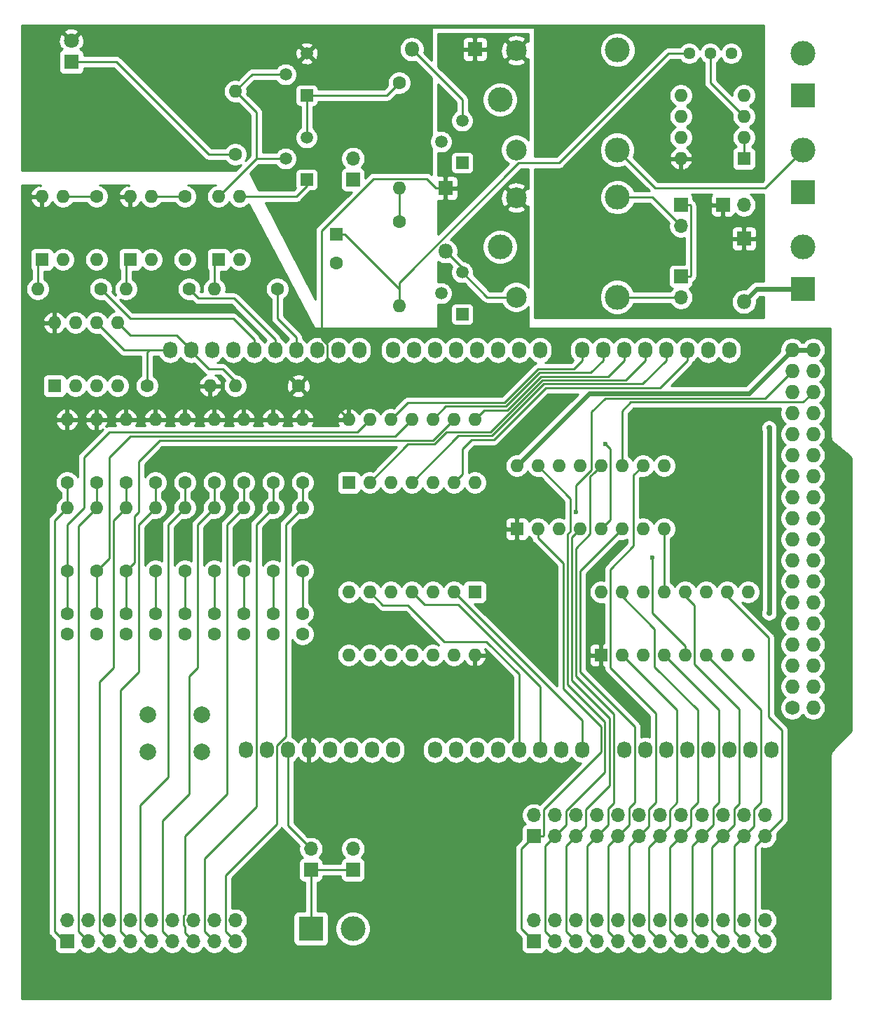
<source format=gbr>
G04 #@! TF.GenerationSoftware,KiCad,Pcbnew,5.1.5+dfsg1-2*
G04 #@! TF.CreationDate,2020-02-03T22:03:11+00:00*
G04 #@! TF.ProjectId,arduino_duo_shield,61726475-696e-46f5-9f64-756f5f736869,rev?*
G04 #@! TF.SameCoordinates,PX6258c20PY7445a00*
G04 #@! TF.FileFunction,Copper,L1,Top*
G04 #@! TF.FilePolarity,Positive*
%FSLAX46Y46*%
G04 Gerber Fmt 4.6, Leading zero omitted, Abs format (unit mm)*
G04 Created by KiCad (PCBNEW 5.1.5+dfsg1-2) date 2020-02-03 22:03:11*
%MOMM*%
%LPD*%
G04 APERTURE LIST*
%ADD10O,1.600000X1.600000*%
%ADD11R,1.600000X1.600000*%
%ADD12C,1.600000*%
%ADD13O,1.700000X1.700000*%
%ADD14R,1.700000X1.700000*%
%ADD15R,1.500000X1.500000*%
%ADD16C,1.500000*%
%ADD17C,3.000000*%
%ADD18R,3.000000X3.000000*%
%ADD19C,1.800000*%
%ADD20R,1.800000X1.800000*%
%ADD21C,2.500000*%
%ADD22C,1.440000*%
%ADD23O,1.800000X1.800000*%
%ADD24C,2.000000*%
%ADD25C,1.727200*%
%ADD26O,1.727200X1.727200*%
%ADD27O,1.727200X2.032000*%
%ADD28C,0.600000*%
%ADD29C,0.700000*%
%ADD30C,0.250000*%
%ADD31C,0.600000*%
%ADD32C,0.254000*%
G04 APERTURE END LIST*
D10*
X5080000Y54356000D03*
X12700000Y46736000D03*
X7620000Y54356000D03*
X10160000Y46736000D03*
X10160000Y54356000D03*
X7620000Y46736000D03*
X12700000Y54356000D03*
D11*
X5080000Y46736000D03*
D10*
X26924000Y46736000D03*
D12*
X34544000Y46736000D03*
D10*
X23876000Y46736000D03*
D12*
X16256000Y46736000D03*
D13*
X41148000Y-9144000D03*
D14*
X41148000Y-11684000D03*
D13*
X36068000Y-9144000D03*
D14*
X36068000Y-11684000D03*
D13*
X88392000Y68580000D03*
D14*
X85852000Y68580000D03*
D15*
X54356000Y55372000D03*
D16*
X54356000Y60452000D03*
X51816000Y57912000D03*
D15*
X54356000Y73660000D03*
D16*
X54356000Y78740000D03*
X51816000Y76200000D03*
D15*
X35560000Y81788000D03*
D16*
X35560000Y86868000D03*
X33020000Y84328000D03*
D15*
X35560000Y71628000D03*
D16*
X35560000Y76708000D03*
X33020000Y74168000D03*
D13*
X41148000Y74168000D03*
D14*
X41148000Y71628000D03*
D17*
X95504000Y86868000D03*
D18*
X95504000Y81788000D03*
D10*
X80772000Y74168000D03*
X88392000Y81788000D03*
X80772000Y76708000D03*
X88392000Y79248000D03*
X80772000Y79248000D03*
X88392000Y76708000D03*
X80772000Y81788000D03*
D11*
X88392000Y74168000D03*
D19*
X7112000Y88392000D03*
D20*
X7112000Y85852000D03*
D17*
X58928000Y63500000D03*
D21*
X60878000Y69450000D03*
D17*
X73128000Y69500000D03*
X73078000Y57450000D03*
D21*
X60878000Y57450000D03*
D12*
X39116000Y61524000D03*
D11*
X39116000Y65024000D03*
D10*
X14224000Y69596000D03*
X16764000Y61976000D03*
X16764000Y69596000D03*
D11*
X14224000Y61976000D03*
D10*
X3556000Y69596000D03*
X6096000Y61976000D03*
X6096000Y69596000D03*
D11*
X3556000Y61976000D03*
D10*
X24892000Y69596000D03*
X27432000Y61976000D03*
X27432000Y69596000D03*
D11*
X24892000Y61976000D03*
D22*
X86868000Y86868000D03*
X84328000Y86868000D03*
X81788000Y86868000D03*
D10*
X27940000Y32004000D03*
D12*
X27940000Y24384000D03*
D10*
X27940000Y42672000D03*
D12*
X27940000Y35052000D03*
D10*
X31496000Y32004000D03*
D12*
X31496000Y24384000D03*
D10*
X31496000Y42672000D03*
D12*
X31496000Y35052000D03*
D10*
X20828000Y61976000D03*
D12*
X20828000Y69596000D03*
D10*
X10160000Y61976000D03*
D12*
X10160000Y69596000D03*
D10*
X13716000Y58420000D03*
D12*
X21336000Y58420000D03*
D10*
X46736000Y70612000D03*
D12*
X46736000Y83312000D03*
D10*
X3048000Y58420000D03*
D12*
X10668000Y58420000D03*
D10*
X26924000Y82296000D03*
D12*
X26924000Y74676000D03*
D10*
X35052000Y32004000D03*
D12*
X35052000Y24384000D03*
D10*
X35052000Y42672000D03*
D12*
X35052000Y35052000D03*
D10*
X24384000Y58420000D03*
D12*
X32004000Y58420000D03*
D10*
X6604000Y32004000D03*
D12*
X6604000Y24384000D03*
D10*
X6604000Y42672000D03*
D12*
X6604000Y35052000D03*
D10*
X10160000Y32004000D03*
D12*
X10160000Y24384000D03*
D10*
X10160000Y42672000D03*
D12*
X10160000Y35052000D03*
D10*
X13716000Y32004000D03*
D12*
X13716000Y24384000D03*
D10*
X13716000Y42672000D03*
D12*
X13716000Y35052000D03*
D10*
X17272000Y32004000D03*
D12*
X17272000Y24384000D03*
D10*
X17272000Y42672000D03*
D12*
X17272000Y35052000D03*
D10*
X20828000Y32004000D03*
D12*
X20828000Y24384000D03*
D10*
X20828000Y42672000D03*
D12*
X20828000Y35052000D03*
D10*
X24384000Y32004000D03*
D12*
X24384000Y24384000D03*
D10*
X24384000Y42672000D03*
D12*
X24384000Y35052000D03*
D10*
X46736000Y56388000D03*
D12*
X46736000Y66548000D03*
D17*
X58928000Y81280000D03*
D21*
X60878000Y87230000D03*
D17*
X73128000Y87280000D03*
X73078000Y75230000D03*
D21*
X60878000Y75230000D03*
D13*
X80772000Y66040000D03*
D14*
X80772000Y68580000D03*
D13*
X80772000Y57404000D03*
D14*
X80772000Y59944000D03*
D13*
X90932000Y-17780000D03*
X90932000Y-20320000D03*
X88392000Y-17780000D03*
X88392000Y-20320000D03*
X85852000Y-17780000D03*
X85852000Y-20320000D03*
X83312000Y-17780000D03*
X83312000Y-20320000D03*
X80772000Y-17780000D03*
X80772000Y-20320000D03*
X78232000Y-17780000D03*
X78232000Y-20320000D03*
X75692000Y-17780000D03*
X75692000Y-20320000D03*
X73152000Y-17780000D03*
X73152000Y-20320000D03*
X70612000Y-17780000D03*
X70612000Y-20320000D03*
X68072000Y-17780000D03*
X68072000Y-20320000D03*
X65532000Y-17780000D03*
X65532000Y-20320000D03*
X62992000Y-17780000D03*
D14*
X62992000Y-20320000D03*
D17*
X95504000Y63500000D03*
D18*
X95504000Y58420000D03*
D17*
X95504000Y75184000D03*
D18*
X95504000Y70104000D03*
D13*
X26924000Y-17780000D03*
X26924000Y-20320000D03*
X24384000Y-17780000D03*
X24384000Y-20320000D03*
X21844000Y-17780000D03*
X21844000Y-20320000D03*
X19304000Y-17780000D03*
X19304000Y-20320000D03*
X16764000Y-17780000D03*
X16764000Y-20320000D03*
X14224000Y-17780000D03*
X14224000Y-20320000D03*
X11684000Y-17780000D03*
X11684000Y-20320000D03*
X9144000Y-17780000D03*
X9144000Y-20320000D03*
X6604000Y-17780000D03*
D14*
X6604000Y-20320000D03*
D17*
X41148000Y-18796000D03*
D18*
X36068000Y-18796000D03*
D23*
X88392000Y56896000D03*
D20*
X88392000Y64516000D03*
X52324000Y70612000D03*
D23*
X52324000Y62992000D03*
D20*
X55880000Y87376000D03*
D23*
X48260000Y87376000D03*
D12*
X27940000Y19264000D03*
X27940000Y16764000D03*
X31496000Y19264000D03*
X31496000Y16764000D03*
X35052000Y19264000D03*
X35052000Y16764000D03*
X6604000Y19264000D03*
X6604000Y16764000D03*
X10160000Y19264000D03*
X10160000Y16764000D03*
X13716000Y19264000D03*
X13716000Y16764000D03*
X17272000Y19264000D03*
X17272000Y16764000D03*
X20828000Y19264000D03*
X20828000Y16764000D03*
X24384000Y19264000D03*
X24384000Y16764000D03*
D24*
X16360000Y2540000D03*
X16360000Y7040000D03*
X22860000Y2540000D03*
X22860000Y7040000D03*
D10*
X60960000Y37084000D03*
X78740000Y29464000D03*
X63500000Y37084000D03*
X76200000Y29464000D03*
X66040000Y37084000D03*
X73660000Y29464000D03*
X68580000Y37084000D03*
X71120000Y29464000D03*
X71120000Y37084000D03*
X68580000Y29464000D03*
X73660000Y37084000D03*
X66040000Y29464000D03*
X76200000Y37084000D03*
X63500000Y29464000D03*
X78740000Y37084000D03*
D11*
X60960000Y29464000D03*
D10*
X71120000Y21844000D03*
X88900000Y14224000D03*
X73660000Y21844000D03*
X86360000Y14224000D03*
X76200000Y21844000D03*
X83820000Y14224000D03*
X78740000Y21844000D03*
X81280000Y14224000D03*
X81280000Y21844000D03*
X78740000Y14224000D03*
X83820000Y21844000D03*
X76200000Y14224000D03*
X86360000Y21844000D03*
X73660000Y14224000D03*
X88900000Y21844000D03*
D11*
X71120000Y14224000D03*
D10*
X40640000Y42672000D03*
X55880000Y35052000D03*
X43180000Y42672000D03*
X53340000Y35052000D03*
X45720000Y42672000D03*
X50800000Y35052000D03*
X48260000Y42672000D03*
X48260000Y35052000D03*
X50800000Y42672000D03*
X45720000Y35052000D03*
X53340000Y42672000D03*
X43180000Y35052000D03*
X55880000Y42672000D03*
D11*
X40640000Y35052000D03*
D10*
X55880000Y14224000D03*
X40640000Y21844000D03*
X53340000Y14224000D03*
X43180000Y21844000D03*
X50800000Y14224000D03*
X45720000Y21844000D03*
X48260000Y14224000D03*
X48260000Y21844000D03*
X45720000Y14224000D03*
X50800000Y21844000D03*
X43180000Y14224000D03*
X53340000Y21844000D03*
X40640000Y14224000D03*
D11*
X55880000Y21844000D03*
D13*
X90932000Y-5080000D03*
X90932000Y-7620000D03*
X88392000Y-5080000D03*
X88392000Y-7620000D03*
X85852000Y-5080000D03*
X85852000Y-7620000D03*
X83312000Y-5080000D03*
X83312000Y-7620000D03*
X80772000Y-5080000D03*
X80772000Y-7620000D03*
X78232000Y-5080000D03*
X78232000Y-7620000D03*
X75692000Y-5080000D03*
X75692000Y-7620000D03*
X73152000Y-5080000D03*
X73152000Y-7620000D03*
X70612000Y-5080000D03*
X70612000Y-7620000D03*
X68072000Y-5080000D03*
X68072000Y-7620000D03*
X65532000Y-5080000D03*
X65532000Y-7620000D03*
X62992000Y-5080000D03*
D14*
X62992000Y-7620000D03*
D25*
X94234000Y7874000D03*
D26*
X96774000Y7874000D03*
X94234000Y10414000D03*
X96774000Y10414000D03*
X94234000Y12954000D03*
X96774000Y12954000D03*
X94234000Y15494000D03*
X96774000Y15494000D03*
X94234000Y18034000D03*
X96774000Y18034000D03*
X94234000Y20574000D03*
X96774000Y20574000D03*
X94234000Y23114000D03*
X96774000Y23114000D03*
X94234000Y25654000D03*
X96774000Y25654000D03*
X94234000Y28194000D03*
X96774000Y28194000D03*
X94234000Y30734000D03*
X96774000Y30734000D03*
X94234000Y33274000D03*
X96774000Y33274000D03*
X94234000Y35814000D03*
X96774000Y35814000D03*
X94234000Y38354000D03*
X96774000Y38354000D03*
X94234000Y40894000D03*
X96774000Y40894000D03*
X94234000Y43434000D03*
X96774000Y43434000D03*
X94234000Y45974000D03*
X96774000Y45974000D03*
X94234000Y48514000D03*
X96774000Y48514000D03*
X94234000Y51054000D03*
X96774000Y51054000D03*
D27*
X28194000Y2794000D03*
X30734000Y2794000D03*
X33274000Y2794000D03*
X35814000Y2794000D03*
X38354000Y2794000D03*
X40894000Y2794000D03*
X43434000Y2794000D03*
X45974000Y2794000D03*
X51054000Y2794000D03*
X53594000Y2794000D03*
X56134000Y2794000D03*
X58674000Y2794000D03*
X61214000Y2794000D03*
X63754000Y2794000D03*
X66294000Y2794000D03*
X68834000Y2794000D03*
X73914000Y2794000D03*
X76454000Y2794000D03*
X78994000Y2794000D03*
X81534000Y2794000D03*
X84074000Y2794000D03*
X86614000Y2794000D03*
X89154000Y2794000D03*
X91694000Y2794000D03*
X19050000Y51054000D03*
X21590000Y51054000D03*
X24130000Y51054000D03*
X26670000Y51054000D03*
X29210000Y51054000D03*
X31750000Y51054000D03*
X34290000Y51054000D03*
X36830000Y51054000D03*
X39370000Y51054000D03*
X41910000Y51054000D03*
X45974000Y51054000D03*
X48514000Y51054000D03*
X51054000Y51054000D03*
X53594000Y51054000D03*
X56134000Y51054000D03*
X58674000Y51054000D03*
X61214000Y51054000D03*
X63754000Y51054000D03*
X68834000Y51054000D03*
X71374000Y51054000D03*
X73914000Y51054000D03*
X76454000Y51054000D03*
X78994000Y51054000D03*
X81534000Y51054000D03*
X84074000Y51054000D03*
X86614000Y51054000D03*
D28*
X65024000Y14224000D03*
X68079999Y31496000D03*
X77325001Y26017001D03*
X71628000Y39740976D03*
D29*
X91440000Y19304000D03*
X91440000Y41656000D03*
D30*
X78740000Y29464000D02*
X78740000Y21844000D01*
D31*
X69713011Y45837011D02*
X60960000Y37084000D01*
X89017011Y45837011D02*
X69713011Y45837011D01*
X94234000Y51054000D02*
X89017011Y45837011D01*
X94234000Y51054000D02*
X96774000Y51054000D01*
D30*
X33274000Y-6350000D02*
X36068000Y-9144000D01*
X33274000Y2794000D02*
X33274000Y-6350000D01*
X13462000Y51054000D02*
X19050000Y51054000D01*
X10160000Y54356000D02*
X13462000Y51054000D01*
X16256000Y50800000D02*
X16256000Y46736000D01*
X19050000Y51054000D02*
X16510000Y51054000D01*
X16510000Y51054000D02*
X16256000Y50800000D01*
X14224000Y52832000D02*
X12700000Y54356000D01*
X21590000Y51054000D02*
X19812000Y52832000D01*
X19812000Y52832000D02*
X14224000Y52832000D01*
X26924000Y47244000D02*
X26924000Y46736000D01*
X23723600Y48768000D02*
X25400000Y48768000D01*
X25400000Y48768000D02*
X26924000Y47244000D01*
X21590000Y51054000D02*
X21590000Y50901600D01*
X21590000Y50901600D02*
X23723600Y48768000D01*
X60960000Y18288000D02*
X65024000Y14224000D01*
X60960000Y29464000D02*
X60960000Y18288000D01*
X38018610Y51698738D02*
X38018610Y45293390D01*
X38018610Y45293390D02*
X40640000Y42672000D01*
X37322338Y52395010D02*
X38018610Y51698738D01*
X43643999Y71737001D02*
X37322338Y65415340D01*
X37322338Y65415340D02*
X37322338Y52395010D01*
X50048999Y71737001D02*
X43643999Y71737001D01*
X52324000Y70612000D02*
X51174000Y70612000D01*
X51174000Y70612000D02*
X50048999Y71737001D01*
X53340000Y21844000D02*
X68834000Y6350000D01*
X68834000Y6350000D02*
X68834000Y2794000D01*
X74733991Y44761991D02*
X73660000Y43688000D01*
X96774000Y45974000D02*
X95561991Y44761991D01*
X73660000Y43688000D02*
X73660000Y37084000D01*
X95561991Y44761991D02*
X74733991Y44761991D01*
X90932000Y45212000D02*
X94234000Y48514000D01*
X68079999Y34680409D02*
X69994999Y36595409D01*
X68079999Y31496000D02*
X68079999Y34680409D01*
X69994999Y36595409D02*
X69994999Y43578999D01*
X69994999Y43578999D02*
X71628000Y45212000D01*
X71628000Y45212000D02*
X90932000Y45212000D01*
X31750000Y52320000D02*
X31750000Y51054000D01*
X26775001Y57294999D02*
X31750000Y52320000D01*
X22461001Y57294999D02*
X26775001Y57294999D01*
X21336000Y58420000D02*
X22461001Y57294999D01*
X32004000Y58420000D02*
X32004000Y54864000D01*
X34290000Y52578000D02*
X34290000Y51054000D01*
X32004000Y54864000D02*
X34290000Y52578000D01*
X77325001Y19310369D02*
X77325001Y26017001D01*
X81280000Y14224000D02*
X81280000Y15355370D01*
X81280000Y15355370D02*
X77325001Y19310369D01*
X72245001Y30589001D02*
X72245001Y39123975D01*
X72245001Y39123975D02*
X71628000Y39740976D01*
X71120000Y29464000D02*
X72245001Y30589001D01*
X47752000Y44704000D02*
X59436000Y44704000D01*
X59436000Y44704000D02*
X63500000Y48768000D01*
X67814000Y48768000D02*
X68834000Y49788000D01*
X45720000Y42672000D02*
X47752000Y44704000D01*
X63500000Y48768000D02*
X67814000Y48768000D01*
X68834000Y49788000D02*
X68834000Y51054000D01*
X69903990Y48317990D02*
X71374000Y49788000D01*
X50800000Y42672000D02*
X52381989Y44253989D01*
X63686400Y48317989D02*
X69903990Y48317990D01*
X52381989Y44253989D02*
X59622400Y44253989D01*
X71374000Y49788000D02*
X71374000Y51054000D01*
X59622400Y44253989D02*
X63686400Y48317989D01*
X71993980Y47867980D02*
X73914000Y49788000D01*
X59808800Y43803978D02*
X63872801Y47867980D01*
X63872801Y47867980D02*
X71993980Y47867980D01*
X55880000Y42672000D02*
X57011978Y43803978D01*
X57011978Y43803978D02*
X59808800Y43803978D01*
X73914000Y49788000D02*
X73914000Y51054000D01*
X76454000Y49788000D02*
X76454000Y51054000D01*
X74083969Y47417969D02*
X76454000Y49788000D01*
X52452410Y41148000D02*
X57789233Y41148000D01*
X64059201Y47417969D02*
X74083969Y47417969D01*
X43180000Y35052000D02*
X47809991Y39681991D01*
X57789233Y41148000D02*
X64059201Y47417969D01*
X50986401Y39681991D02*
X52452410Y41148000D01*
X47809991Y39681991D02*
X50986401Y39681991D01*
X53905989Y40697989D02*
X48260000Y35052000D01*
X78994000Y49788000D02*
X76173958Y46967958D01*
X76173958Y46967958D02*
X64245601Y46967958D01*
X78994000Y51054000D02*
X78994000Y49788000D01*
X57975633Y40697989D02*
X53905989Y40697989D01*
X64245601Y46967958D02*
X57975633Y40697989D01*
X54356000Y39116000D02*
X54356000Y36068000D01*
X55487978Y40247978D02*
X54356000Y39116000D01*
X81534000Y49788000D02*
X78263947Y46517947D01*
X81534000Y51054000D02*
X81534000Y49788000D01*
X78263947Y46517947D02*
X64432001Y46517947D01*
X54356000Y36068000D02*
X53340000Y35052000D01*
X64432001Y46517947D02*
X58162033Y40247978D01*
X58162033Y40247978D02*
X55487978Y40247978D01*
X24384000Y24384000D02*
X24384000Y19264000D01*
X20828000Y24384000D02*
X20828000Y19264000D01*
X17272000Y24384000D02*
X17272000Y19264000D01*
X13716000Y24384000D02*
X13716000Y19264000D01*
X14732000Y25400000D02*
X13716000Y24384000D01*
X14732000Y30988000D02*
X14732000Y25400000D01*
X50800000Y40132000D02*
X17780000Y40132000D01*
X15240000Y37592000D02*
X15240000Y31496000D01*
X53340000Y42672000D02*
X50800000Y40132000D01*
X17780000Y40132000D02*
X15240000Y37592000D01*
X15240000Y31496000D02*
X14732000Y30988000D01*
X10160000Y24384000D02*
X10160000Y19264000D01*
X11684000Y25908000D02*
X10160000Y24384000D01*
X46228000Y40640000D02*
X14224000Y40640000D01*
X48260000Y42672000D02*
X46228000Y40640000D01*
X14224000Y40640000D02*
X11684000Y38100000D01*
X11684000Y38100000D02*
X11684000Y25908000D01*
X6604000Y24384000D02*
X6604000Y19264000D01*
X6604000Y29972000D02*
X6604000Y24384000D01*
X41656000Y41148000D02*
X11684000Y41148000D01*
X43180000Y42672000D02*
X41656000Y41148000D01*
X11684000Y41148000D02*
X8636000Y38100000D01*
X8636000Y38100000D02*
X8636000Y32004000D01*
X8636000Y32004000D02*
X6604000Y29972000D01*
X24384000Y35052000D02*
X24384000Y32004000D01*
X22352000Y12700000D02*
X22352000Y29972000D01*
X22352000Y29972000D02*
X24384000Y32004000D01*
X18128999Y-19144999D02*
X18128999Y-5747001D01*
X21336000Y11684000D02*
X22352000Y12700000D01*
X18128999Y-5747001D02*
X21336000Y-2540000D01*
X19304000Y-20320000D02*
X18128999Y-19144999D01*
X21336000Y-2540000D02*
X21336000Y11684000D01*
X20828000Y35052000D02*
X20828000Y32004000D01*
X15399001Y-18955001D02*
X16764000Y-20320000D01*
X18796000Y29972000D02*
X18796000Y-508000D01*
X20828000Y32004000D02*
X18796000Y29972000D01*
X18796000Y-508000D02*
X15399001Y-3904999D01*
X15399001Y-3904999D02*
X15399001Y-18955001D01*
X17272000Y35052000D02*
X17272000Y32004000D01*
X13048999Y-19144999D02*
X14224000Y-20320000D01*
X15240000Y12192000D02*
X13048999Y10000999D01*
X15240000Y29972000D02*
X15240000Y12192000D01*
X13048999Y10000999D02*
X13048999Y-19144999D01*
X17272000Y32004000D02*
X15240000Y29972000D01*
X13716000Y35052000D02*
X13716000Y32004000D01*
X10508999Y11016999D02*
X10508999Y-19144999D01*
X12192000Y12700000D02*
X10508999Y11016999D01*
X12192000Y30480000D02*
X12192000Y12700000D01*
X13716000Y32004000D02*
X12192000Y30480000D01*
X10508999Y-19144999D02*
X11684000Y-20320000D01*
X10160000Y35052000D02*
X10160000Y32004000D01*
X7968999Y-19144999D02*
X9144000Y-20320000D01*
X7968999Y29812999D02*
X7968999Y-19144999D01*
X10160000Y32004000D02*
X7968999Y29812999D01*
X6604000Y35052000D02*
X6604000Y32004000D01*
X5080000Y30480000D02*
X6604000Y32004000D01*
X5080000Y-19092000D02*
X5080000Y30480000D01*
X6604000Y-20320000D02*
X6308000Y-20320000D01*
X6308000Y-20320000D02*
X5080000Y-19092000D01*
X35052000Y24384000D02*
X35052000Y19264000D01*
X35052000Y35052000D02*
X35052000Y32004000D01*
X25748999Y-19144999D02*
X26924000Y-20320000D01*
X25748999Y-12351001D02*
X25748999Y-19144999D01*
X35052000Y32004000D02*
X33020000Y29972000D01*
X33020000Y29972000D02*
X33020000Y4373348D01*
X31922610Y-6177390D02*
X25748999Y-12351001D01*
X33020000Y4373348D02*
X31922610Y3275958D01*
X31922610Y3275958D02*
X31922610Y-6177390D01*
X89756999Y-19144999D02*
X90932000Y-20320000D01*
X89756999Y-8795001D02*
X89756999Y-19144999D01*
X90932000Y-7620000D02*
X89756999Y-8795001D01*
X92964000Y-5588000D02*
X90932000Y-7620000D01*
X86360000Y21844000D02*
X86360000Y21336000D01*
X86360000Y21336000D02*
X91382011Y16313989D01*
X91382011Y16313989D02*
X91382011Y6790399D01*
X92964000Y5208410D02*
X92964000Y-5588000D01*
X91382011Y6790399D02*
X92964000Y5208410D01*
X87216999Y-19144999D02*
X88392000Y-20320000D01*
X87216999Y-8795001D02*
X87216999Y-19144999D01*
X88392000Y-7620000D02*
X87216999Y-8795001D01*
X89567001Y-6444999D02*
X88392000Y-7620000D01*
X89567001Y-4412999D02*
X89567001Y-6444999D01*
X90424000Y-3556000D02*
X89567001Y-4412999D01*
X83820000Y14224000D02*
X90424000Y7620000D01*
X90424000Y7620000D02*
X90424000Y-3556000D01*
X84487001Y-18955001D02*
X85852000Y-20320000D01*
X84487001Y-8984999D02*
X84487001Y-18955001D01*
X85852000Y-7620000D02*
X84487001Y-8984999D01*
X87216999Y-6255001D02*
X85852000Y-7620000D01*
X87802610Y-3714727D02*
X87216999Y-4300338D01*
X81280000Y21844000D02*
X81280000Y21336000D01*
X82405001Y13098999D02*
X87802610Y7701390D01*
X87216999Y-4300338D02*
X87216999Y-6255001D01*
X82405001Y20210999D02*
X82405001Y13098999D01*
X81280000Y21336000D02*
X82405001Y20210999D01*
X87802610Y7701390D02*
X87802610Y-3714727D01*
X82136999Y-19144999D02*
X83312000Y-20320000D01*
X82136999Y-8795001D02*
X82136999Y-19144999D01*
X83312000Y-7620000D02*
X82136999Y-8795001D01*
X84676999Y-4223001D02*
X84676999Y-6255001D01*
X85344000Y-3556000D02*
X84676999Y-4223001D01*
X84676999Y-6255001D02*
X83312000Y-7620000D01*
X78740000Y14224000D02*
X85344000Y7620000D01*
X85344000Y7620000D02*
X85344000Y-3556000D01*
X79407001Y-18955001D02*
X80772000Y-20320000D01*
X79407001Y-8984999D02*
X79407001Y-18955001D01*
X80772000Y-7620000D02*
X79407001Y-8984999D01*
X81947001Y-6444999D02*
X80772000Y-7620000D01*
X81947001Y-4412999D02*
X81947001Y-6444999D01*
X82804000Y-3556000D02*
X81947001Y-4412999D01*
X77614999Y12809001D02*
X82804000Y7620000D01*
X73660000Y21844000D02*
X73660000Y21336000D01*
X82804000Y7620000D02*
X82804000Y-3556000D01*
X73660000Y21336000D02*
X77614999Y17381001D01*
X77614999Y17381001D02*
X77614999Y12809001D01*
X76867001Y-18955001D02*
X78232000Y-20320000D01*
X76867001Y-8984999D02*
X76867001Y-18955001D01*
X78232000Y-7620000D02*
X76867001Y-8984999D01*
X79407001Y-6444999D02*
X78232000Y-7620000D01*
X79407001Y-4442836D02*
X79407001Y-6444999D01*
X80264000Y-3585837D02*
X79407001Y-4442836D01*
X73660000Y14224000D02*
X80264000Y7620000D01*
X80264000Y7620000D02*
X80264000Y-3585837D01*
X74516999Y-19144999D02*
X75692000Y-20320000D01*
X74516999Y-8795001D02*
X74516999Y-19144999D01*
X75692000Y-7620000D02*
X74516999Y-8795001D01*
X77724000Y-3556000D02*
X76867001Y-4412999D01*
X77724000Y7203749D02*
X77724000Y-3556000D01*
X75074999Y35958999D02*
X75074999Y27432000D01*
X76867001Y-6444999D02*
X75692000Y-7620000D01*
X76200000Y37084000D02*
X75074999Y35958999D01*
X75074999Y27432000D02*
X72245001Y24602002D01*
X72245001Y24602002D02*
X72245001Y12682748D01*
X76867001Y-4412999D02*
X76867001Y-6444999D01*
X72245001Y12682748D02*
X77724000Y7203749D01*
X71976999Y-19144999D02*
X73152000Y-20320000D01*
X71976999Y-8795001D02*
X71976999Y-19144999D01*
X73152000Y-7620000D02*
X71976999Y-8795001D01*
X74516999Y-4223001D02*
X74516999Y-6255001D01*
X68580000Y24384000D02*
X68580000Y12192000D01*
X73660000Y29464000D02*
X68580000Y24384000D01*
X68580000Y12192000D02*
X75184000Y5588000D01*
X74516999Y-6255001D02*
X73152000Y-7620000D01*
X75184000Y5588000D02*
X75184000Y-3556000D01*
X75184000Y-3556000D02*
X74516999Y-4223001D01*
X69436999Y-19144999D02*
X70612000Y-20320000D01*
X69436999Y-8795001D02*
X69436999Y-19144999D01*
X70612000Y-7620000D02*
X69436999Y-8795001D01*
X70320001Y36284001D02*
X71120000Y37084000D01*
X69830009Y35794009D02*
X71120000Y37084000D01*
X69830009Y28850401D02*
X69830009Y35794009D01*
X68072000Y27092392D02*
X69830009Y28850401D01*
X71976999Y-6255001D02*
X71976999Y-4296250D01*
X68072000Y11684000D02*
X68072000Y27092392D01*
X72644000Y-3629249D02*
X72644000Y7112000D01*
X72644000Y7112000D02*
X68072000Y11684000D01*
X70612000Y-7620000D02*
X71976999Y-6255001D01*
X71976999Y-4296250D02*
X72644000Y-3629249D01*
X66896999Y-19144999D02*
X68072000Y-20320000D01*
X66896999Y-8795001D02*
X66896999Y-19144999D01*
X68072000Y-7620000D02*
X66896999Y-8795001D01*
X67564000Y28448000D02*
X68580000Y29464000D01*
X67564000Y11176000D02*
X67564000Y28448000D01*
X69247001Y-6444999D02*
X69247001Y-4412999D01*
X69247001Y-4412999D02*
X72136000Y-1524000D01*
X68072000Y-7620000D02*
X69247001Y-6444999D01*
X72136000Y-1524000D02*
X72136000Y6604000D01*
X72136000Y6604000D02*
X67564000Y11176000D01*
X64356999Y-19144999D02*
X65532000Y-20320000D01*
X64356999Y-8795001D02*
X64356999Y-19144999D01*
X65532000Y-7620000D02*
X64356999Y-8795001D01*
X67454999Y33129001D02*
X63500000Y37084000D01*
X67454999Y29213997D02*
X67454999Y33129001D01*
X67056000Y10706998D02*
X67056000Y28814998D01*
X67056000Y28814998D02*
X67454999Y29213997D01*
X66896999Y-6255001D02*
X66896999Y-4550251D01*
X65532000Y-7620000D02*
X66896999Y-6255001D01*
X66896999Y-4550251D02*
X71570011Y122761D01*
X71570011Y122761D02*
X71570011Y6192987D01*
X71570011Y6192987D02*
X67056000Y10706998D01*
X61468000Y-18796000D02*
X62992000Y-20320000D01*
X62992000Y-7620000D02*
X61468000Y-9144000D01*
X61468000Y-9144000D02*
X61468000Y-18796000D01*
X63500000Y28332630D02*
X63500000Y29464000D01*
X66548000Y25284630D02*
X63500000Y28332630D01*
X66548000Y10160000D02*
X66548000Y25284630D01*
X64092000Y-7620000D02*
X64167001Y-7544999D01*
X71120000Y2540000D02*
X71120000Y5588000D01*
X62992000Y-7620000D02*
X64092000Y-7620000D01*
X64167001Y-7544999D02*
X64167001Y-4412999D01*
X71120000Y5588000D02*
X66548000Y10160000D01*
X64167001Y-4412999D02*
X71120000Y2540000D01*
X35560000Y70853000D02*
X35560000Y71628000D01*
X34303000Y69596000D02*
X35560000Y70853000D01*
X27432000Y69596000D02*
X34303000Y69596000D01*
X31496000Y24384000D02*
X31496000Y19264000D01*
X27940000Y24384000D02*
X27940000Y19264000D01*
X54356000Y79248000D02*
X54356000Y78740000D01*
X54356000Y81280000D02*
X54356000Y78740000D01*
X48260000Y87376000D02*
X54356000Y81280000D01*
X57358000Y57450000D02*
X54356000Y60452000D01*
X60878000Y57450000D02*
X57358000Y57450000D01*
X54356000Y60960000D02*
X54356000Y60452000D01*
X52324000Y62992000D02*
X54356000Y60960000D01*
D31*
X89916000Y58420000D02*
X88392000Y56896000D01*
X95504000Y58420000D02*
X89916000Y58420000D01*
D30*
X31496000Y35052000D02*
X31496000Y32004000D01*
X23208999Y-19144999D02*
X24384000Y-20320000D01*
X31496000Y32004000D02*
X29464000Y29972000D01*
X29464000Y-4064000D02*
X23208999Y-10319001D01*
X23208999Y-10319001D02*
X23208999Y-19144999D01*
X29464000Y29972000D02*
X29464000Y-4064000D01*
X27940000Y35052000D02*
X27940000Y32004000D01*
X20828000Y-19304000D02*
X21844000Y-20320000D01*
X20828000Y-18503002D02*
X20828000Y-19304000D01*
X20668999Y-18344001D02*
X20828000Y-18503002D01*
X20668999Y-17215999D02*
X20668999Y-18344001D01*
X27940000Y32004000D02*
X25908000Y29972000D01*
X20828000Y-17056998D02*
X20668999Y-17215999D01*
X25908000Y29972000D02*
X25908000Y-2540000D01*
X25908000Y-2540000D02*
X20828000Y-7620000D01*
X20828000Y-7620000D02*
X20828000Y-17056998D01*
X88392000Y76708000D02*
X88392000Y74168000D01*
X95504000Y75184000D02*
X90932000Y70612000D01*
X77696000Y70612000D02*
X73078000Y75230000D01*
X90932000Y70612000D02*
X77696000Y70612000D01*
X80726000Y57450000D02*
X80772000Y57404000D01*
X73078000Y57450000D02*
X80726000Y57450000D01*
X81947001Y68504999D02*
X81947001Y60019001D01*
X81872000Y59944000D02*
X80772000Y59944000D01*
X81947001Y60019001D02*
X81872000Y59944000D01*
X81872000Y68580000D02*
X81947001Y68504999D01*
X80772000Y68580000D02*
X81872000Y68580000D01*
X77312000Y69500000D02*
X80772000Y66040000D01*
X73128000Y69500000D02*
X77312000Y69500000D01*
X46736000Y70612000D02*
X46736000Y66548000D01*
X61214000Y11938000D02*
X61214000Y2794000D01*
X44755010Y20268990D02*
X47803010Y20268990D01*
X57294999Y15857001D02*
X61214000Y11938000D01*
X47803010Y20268990D02*
X52214999Y15857001D01*
X43180000Y21844000D02*
X44755010Y20268990D01*
X52214999Y15857001D02*
X57294999Y15857001D01*
X63754000Y10414000D02*
X63754000Y2794000D01*
X53848000Y20320000D02*
X63754000Y10414000D01*
X48260000Y21844000D02*
X49784000Y20320000D01*
X49784000Y20320000D02*
X53848000Y20320000D01*
X10668000Y58420000D02*
X14224000Y54864000D01*
X26666000Y54864000D02*
X29210000Y52320000D01*
X29210000Y52320000D02*
X29210000Y51054000D01*
X14224000Y54864000D02*
X26666000Y54864000D01*
X45212000Y81788000D02*
X46736000Y83312000D01*
X35560000Y81788000D02*
X45212000Y81788000D01*
X35560000Y81788000D02*
X35560000Y76708000D01*
X29464000Y74168000D02*
X33020000Y74168000D01*
X24892000Y69596000D02*
X29464000Y74168000D01*
X28956000Y84328000D02*
X27242205Y82614205D01*
X33020000Y84328000D02*
X28956000Y84328000D01*
X26924000Y82296000D02*
X29464000Y79756000D01*
X29464000Y79756000D02*
X29464000Y74168000D01*
X6096000Y69596000D02*
X10160000Y69596000D01*
X16764000Y69596000D02*
X20828000Y69596000D01*
X24384000Y61468000D02*
X24892000Y61976000D01*
X24384000Y58420000D02*
X24384000Y61468000D01*
X3048000Y61468000D02*
X3556000Y61976000D01*
X3048000Y58420000D02*
X3048000Y61468000D01*
X23742000Y74676000D02*
X26924000Y74676000D01*
X7112000Y85852000D02*
X12566000Y85852000D01*
X12566000Y85852000D02*
X23742000Y74676000D01*
X84328000Y83312000D02*
X88392000Y79248000D01*
X84328000Y86868000D02*
X84328000Y83312000D01*
X46736000Y58454000D02*
X46736000Y56388000D01*
X39116000Y65024000D02*
X40166000Y65024000D01*
X40166000Y65024000D02*
X46736000Y58454000D01*
X66040012Y73660000D02*
X79248012Y86868000D01*
X79248012Y86868000D02*
X81788000Y86868000D01*
X46736000Y58454000D02*
X46736000Y59217002D01*
X61178998Y73660000D02*
X66040012Y73660000D01*
X46736000Y59217002D02*
X61178998Y73660000D01*
D31*
X91440000Y19304000D02*
X91440000Y41656000D01*
D30*
X36068000Y-11684000D02*
X36068000Y-18796000D01*
X36068000Y-11684000D02*
X41148000Y-11684000D01*
X13716000Y61468000D02*
X14224000Y61976000D01*
X13716000Y58420000D02*
X13716000Y61468000D01*
D32*
G36*
X3428998Y70865916D02*
G01*
X3206961Y70987904D01*
X3072913Y70947246D01*
X2818580Y70827037D01*
X2592586Y70659519D01*
X2403615Y70451131D01*
X2258930Y70209881D01*
X2164091Y69945040D01*
X2285376Y69723000D01*
X3429000Y69723000D01*
X3429000Y69743000D01*
X3683000Y69743000D01*
X3683000Y69723000D01*
X3703000Y69723000D01*
X3703000Y69469000D01*
X3683000Y69469000D01*
X3683000Y68326085D01*
X3905039Y68204096D01*
X4039087Y68244754D01*
X4293420Y68364963D01*
X4519414Y68532481D01*
X4708385Y68740869D01*
X4819933Y68926865D01*
X4824320Y68916273D01*
X4981363Y68681241D01*
X5181241Y68481363D01*
X5416273Y68324320D01*
X5677426Y68216147D01*
X5954665Y68161000D01*
X6237335Y68161000D01*
X6514574Y68216147D01*
X6775727Y68324320D01*
X7010759Y68481363D01*
X7210637Y68681241D01*
X7314043Y68836000D01*
X8941957Y68836000D01*
X9045363Y68681241D01*
X9245241Y68481363D01*
X9480273Y68324320D01*
X9741426Y68216147D01*
X10018665Y68161000D01*
X10301335Y68161000D01*
X10578574Y68216147D01*
X10839727Y68324320D01*
X11074759Y68481363D01*
X11274637Y68681241D01*
X11431680Y68916273D01*
X11539853Y69177426D01*
X11553684Y69246960D01*
X12832091Y69246960D01*
X12926930Y68982119D01*
X13071615Y68740869D01*
X13260586Y68532481D01*
X13486580Y68364963D01*
X13740913Y68244754D01*
X13874961Y68204096D01*
X14097000Y68326085D01*
X14097000Y69469000D01*
X12953376Y69469000D01*
X12832091Y69246960D01*
X11553684Y69246960D01*
X11595000Y69454665D01*
X11595000Y69737335D01*
X11539853Y70014574D01*
X11431680Y70275727D01*
X11274637Y70510759D01*
X11074759Y70710637D01*
X10839727Y70867680D01*
X10578574Y70975853D01*
X10492371Y70993000D01*
X14096998Y70993000D01*
X14096998Y70865916D01*
X13874961Y70987904D01*
X13740913Y70947246D01*
X13486580Y70827037D01*
X13260586Y70659519D01*
X13071615Y70451131D01*
X12926930Y70209881D01*
X12832091Y69945040D01*
X12953376Y69723000D01*
X14097000Y69723000D01*
X14097000Y69743000D01*
X14351000Y69743000D01*
X14351000Y69723000D01*
X14371000Y69723000D01*
X14371000Y69469000D01*
X14351000Y69469000D01*
X14351000Y68326085D01*
X14573039Y68204096D01*
X14707087Y68244754D01*
X14961420Y68364963D01*
X15187414Y68532481D01*
X15376385Y68740869D01*
X15487933Y68926865D01*
X15492320Y68916273D01*
X15649363Y68681241D01*
X15849241Y68481363D01*
X16084273Y68324320D01*
X16345426Y68216147D01*
X16622665Y68161000D01*
X16905335Y68161000D01*
X17182574Y68216147D01*
X17443727Y68324320D01*
X17678759Y68481363D01*
X17878637Y68681241D01*
X17982043Y68836000D01*
X19609957Y68836000D01*
X19713363Y68681241D01*
X19913241Y68481363D01*
X20148273Y68324320D01*
X20409426Y68216147D01*
X20686665Y68161000D01*
X20969335Y68161000D01*
X21246574Y68216147D01*
X21507727Y68324320D01*
X21742759Y68481363D01*
X21942637Y68681241D01*
X22099680Y68916273D01*
X22207853Y69177426D01*
X22263000Y69454665D01*
X22263000Y69737335D01*
X22207853Y70014574D01*
X22099680Y70275727D01*
X21942637Y70510759D01*
X21742759Y70710637D01*
X21507727Y70867680D01*
X21246574Y70975853D01*
X21160371Y70993000D01*
X24559629Y70993000D01*
X24473426Y70975853D01*
X24212273Y70867680D01*
X23977241Y70710637D01*
X23777363Y70510759D01*
X23620320Y70275727D01*
X23512147Y70014574D01*
X23457000Y69737335D01*
X23457000Y69454665D01*
X23512147Y69177426D01*
X23620320Y68916273D01*
X23777363Y68681241D01*
X23977241Y68481363D01*
X24212273Y68324320D01*
X24473426Y68216147D01*
X24750665Y68161000D01*
X25033335Y68161000D01*
X25310574Y68216147D01*
X25571727Y68324320D01*
X25806759Y68481363D01*
X26006637Y68681241D01*
X26162000Y68913759D01*
X26317363Y68681241D01*
X26517241Y68481363D01*
X26752273Y68324320D01*
X27013426Y68216147D01*
X27290665Y68161000D01*
X27573335Y68161000D01*
X27850574Y68216147D01*
X28111727Y68324320D01*
X28346759Y68481363D01*
X28546637Y68681241D01*
X28564921Y68708606D01*
X36463759Y53788578D01*
X36477508Y53767823D01*
X36495042Y53750149D01*
X36515688Y53736235D01*
X36538651Y53726616D01*
X36563050Y53721662D01*
X36576000Y53721000D01*
X51308000Y53721000D01*
X51332776Y53723440D01*
X51356601Y53730667D01*
X51378557Y53742403D01*
X51397803Y53758197D01*
X51413597Y53777443D01*
X51425333Y53799399D01*
X51432560Y53823224D01*
X51435000Y53848000D01*
X51435000Y56122000D01*
X52967928Y56122000D01*
X52967928Y54622000D01*
X52980188Y54497518D01*
X53016498Y54377820D01*
X53075463Y54267506D01*
X53154815Y54170815D01*
X53251506Y54091463D01*
X53361820Y54032498D01*
X53481518Y53996188D01*
X53606000Y53983928D01*
X55106000Y53983928D01*
X55230482Y53996188D01*
X55350180Y54032498D01*
X55460494Y54091463D01*
X55557185Y54170815D01*
X55636537Y54267506D01*
X55695502Y54377820D01*
X55731812Y54497518D01*
X55744072Y54622000D01*
X55744072Y56122000D01*
X55731812Y56246482D01*
X55695502Y56366180D01*
X55636537Y56476494D01*
X55557185Y56573185D01*
X55460494Y56652537D01*
X55350180Y56711502D01*
X55230482Y56747812D01*
X55106000Y56760072D01*
X53606000Y56760072D01*
X53481518Y56747812D01*
X53361820Y56711502D01*
X53251506Y56652537D01*
X53154815Y56573185D01*
X53075463Y56476494D01*
X53016498Y56366180D01*
X52980188Y56246482D01*
X52967928Y56122000D01*
X51435000Y56122000D01*
X51435000Y56575652D01*
X51679589Y56527000D01*
X51952411Y56527000D01*
X52219989Y56580225D01*
X52472043Y56684629D01*
X52698886Y56836201D01*
X52891799Y57029114D01*
X53043371Y57255957D01*
X53147775Y57508011D01*
X53201000Y57775589D01*
X53201000Y58048411D01*
X53147775Y58315989D01*
X53043371Y58568043D01*
X52891799Y58794886D01*
X52698886Y58987799D01*
X52472043Y59139371D01*
X52219989Y59243775D01*
X51952411Y59297000D01*
X51679589Y59297000D01*
X51435000Y59248348D01*
X51435000Y61739883D01*
X51596905Y61631701D01*
X51876257Y61515989D01*
X52172816Y61457000D01*
X52475184Y61457000D01*
X52732930Y61508269D01*
X53130442Y61110756D01*
X53128629Y61108043D01*
X53024225Y60855989D01*
X52971000Y60588411D01*
X52971000Y60315589D01*
X53024225Y60048011D01*
X53128629Y59795957D01*
X53280201Y59569114D01*
X53473114Y59376201D01*
X53699957Y59224629D01*
X53952011Y59120225D01*
X54219589Y59067000D01*
X54492411Y59067000D01*
X54637365Y59095833D01*
X56794200Y56938998D01*
X56817999Y56909999D01*
X56846997Y56886201D01*
X56933723Y56815026D01*
X57036534Y56760072D01*
X57065753Y56744454D01*
X57209014Y56700997D01*
X57320667Y56690000D01*
X57320676Y56690000D01*
X57357999Y56686324D01*
X57395322Y56690000D01*
X59152493Y56690000D01*
X59207534Y56557118D01*
X59413825Y56248382D01*
X59676382Y55985825D01*
X59985118Y55779534D01*
X60328166Y55637439D01*
X60692344Y55565000D01*
X61063656Y55565000D01*
X61427834Y55637439D01*
X61770882Y55779534D01*
X62079618Y55985825D01*
X62342175Y56248382D01*
X62357000Y56270569D01*
X62357000Y53848000D01*
X62359440Y53823224D01*
X62366667Y53799399D01*
X62378403Y53777443D01*
X62394197Y53758197D01*
X62413443Y53742403D01*
X62435399Y53730667D01*
X62459224Y53723440D01*
X62484000Y53721000D01*
X98858001Y53721000D01*
X98858001Y40656196D01*
X98855551Y40602503D01*
X98863251Y40551812D01*
X98868274Y40500816D01*
X98873731Y40482826D01*
X98876556Y40464231D01*
X98893997Y40416019D01*
X98908873Y40366980D01*
X98917736Y40350399D01*
X98924133Y40332715D01*
X98933000Y40318038D01*
X98933000Y40132000D01*
X98935440Y40107224D01*
X98942667Y40083399D01*
X98954403Y40061443D01*
X98970197Y40042197D01*
X98980664Y40032830D01*
X100786322Y38588303D01*
X101398000Y38037793D01*
X101398001Y5057607D01*
X98970197Y2629803D01*
X98954403Y2610557D01*
X98942667Y2588601D01*
X98935440Y2564776D01*
X98933000Y2540000D01*
X98933000Y2350159D01*
X98908872Y2305019D01*
X98868273Y2171183D01*
X98862811Y2115724D01*
X98854565Y2032000D01*
X98858000Y1997125D01*
X98858001Y-27230000D01*
X1143000Y-27230000D01*
X1143000Y30480000D01*
X4316324Y30480000D01*
X4320001Y30442667D01*
X4320000Y-19054678D01*
X4316324Y-19092000D01*
X4320000Y-19129322D01*
X4320000Y-19129332D01*
X4330997Y-19240985D01*
X4361437Y-19341333D01*
X4374454Y-19384246D01*
X4445026Y-19516276D01*
X4468602Y-19545003D01*
X4539999Y-19632001D01*
X4569003Y-19655804D01*
X5115928Y-20202729D01*
X5115928Y-21170000D01*
X5128188Y-21294482D01*
X5164498Y-21414180D01*
X5223463Y-21524494D01*
X5302815Y-21621185D01*
X5399506Y-21700537D01*
X5509820Y-21759502D01*
X5629518Y-21795812D01*
X5754000Y-21808072D01*
X7454000Y-21808072D01*
X7578482Y-21795812D01*
X7698180Y-21759502D01*
X7808494Y-21700537D01*
X7905185Y-21621185D01*
X7984537Y-21524494D01*
X8043502Y-21414180D01*
X8065513Y-21341620D01*
X8197368Y-21473475D01*
X8440589Y-21635990D01*
X8710842Y-21747932D01*
X8997740Y-21805000D01*
X9290260Y-21805000D01*
X9577158Y-21747932D01*
X9847411Y-21635990D01*
X10090632Y-21473475D01*
X10297475Y-21266632D01*
X10414000Y-21092240D01*
X10530525Y-21266632D01*
X10737368Y-21473475D01*
X10980589Y-21635990D01*
X11250842Y-21747932D01*
X11537740Y-21805000D01*
X11830260Y-21805000D01*
X12117158Y-21747932D01*
X12387411Y-21635990D01*
X12630632Y-21473475D01*
X12837475Y-21266632D01*
X12954000Y-21092240D01*
X13070525Y-21266632D01*
X13277368Y-21473475D01*
X13520589Y-21635990D01*
X13790842Y-21747932D01*
X14077740Y-21805000D01*
X14370260Y-21805000D01*
X14657158Y-21747932D01*
X14927411Y-21635990D01*
X15170632Y-21473475D01*
X15377475Y-21266632D01*
X15494000Y-21092240D01*
X15610525Y-21266632D01*
X15817368Y-21473475D01*
X16060589Y-21635990D01*
X16330842Y-21747932D01*
X16617740Y-21805000D01*
X16910260Y-21805000D01*
X17197158Y-21747932D01*
X17467411Y-21635990D01*
X17710632Y-21473475D01*
X17917475Y-21266632D01*
X18034000Y-21092240D01*
X18150525Y-21266632D01*
X18357368Y-21473475D01*
X18600589Y-21635990D01*
X18870842Y-21747932D01*
X19157740Y-21805000D01*
X19450260Y-21805000D01*
X19737158Y-21747932D01*
X20007411Y-21635990D01*
X20250632Y-21473475D01*
X20457475Y-21266632D01*
X20574000Y-21092240D01*
X20690525Y-21266632D01*
X20897368Y-21473475D01*
X21140589Y-21635990D01*
X21410842Y-21747932D01*
X21697740Y-21805000D01*
X21990260Y-21805000D01*
X22277158Y-21747932D01*
X22547411Y-21635990D01*
X22790632Y-21473475D01*
X22997475Y-21266632D01*
X23114000Y-21092240D01*
X23230525Y-21266632D01*
X23437368Y-21473475D01*
X23680589Y-21635990D01*
X23950842Y-21747932D01*
X24237740Y-21805000D01*
X24530260Y-21805000D01*
X24817158Y-21747932D01*
X25087411Y-21635990D01*
X25330632Y-21473475D01*
X25537475Y-21266632D01*
X25654000Y-21092240D01*
X25770525Y-21266632D01*
X25977368Y-21473475D01*
X26220589Y-21635990D01*
X26490842Y-21747932D01*
X26777740Y-21805000D01*
X27070260Y-21805000D01*
X27357158Y-21747932D01*
X27627411Y-21635990D01*
X27870632Y-21473475D01*
X28077475Y-21266632D01*
X28239990Y-21023411D01*
X28351932Y-20753158D01*
X28409000Y-20466260D01*
X28409000Y-20173740D01*
X28351932Y-19886842D01*
X28239990Y-19616589D01*
X28077475Y-19373368D01*
X27870632Y-19166525D01*
X27696240Y-19050000D01*
X27870632Y-18933475D01*
X28077475Y-18726632D01*
X28239990Y-18483411D01*
X28351932Y-18213158D01*
X28409000Y-17926260D01*
X28409000Y-17633740D01*
X28351932Y-17346842D01*
X28239990Y-17076589D01*
X28077475Y-16833368D01*
X27870632Y-16626525D01*
X27627411Y-16464010D01*
X27357158Y-16352068D01*
X27070260Y-16295000D01*
X26777740Y-16295000D01*
X26508999Y-16348456D01*
X26508999Y-12665802D01*
X32433618Y-6741185D01*
X32462611Y-6717391D01*
X32486405Y-6688398D01*
X32486409Y-6688394D01*
X32556533Y-6602946D01*
X32568454Y-6642246D01*
X32639026Y-6774276D01*
X32692517Y-6839454D01*
X32734000Y-6890001D01*
X32762998Y-6913799D01*
X34626790Y-8777592D01*
X34583000Y-8997740D01*
X34583000Y-9290260D01*
X34640068Y-9577158D01*
X34752010Y-9847411D01*
X34914525Y-10090632D01*
X35046380Y-10222487D01*
X34973820Y-10244498D01*
X34863506Y-10303463D01*
X34766815Y-10382815D01*
X34687463Y-10479506D01*
X34628498Y-10589820D01*
X34592188Y-10709518D01*
X34579928Y-10834000D01*
X34579928Y-12534000D01*
X34592188Y-12658482D01*
X34628498Y-12778180D01*
X34687463Y-12888494D01*
X34766815Y-12985185D01*
X34863506Y-13064537D01*
X34973820Y-13123502D01*
X35093518Y-13159812D01*
X35218000Y-13172072D01*
X35308000Y-13172072D01*
X35308001Y-16657928D01*
X34568000Y-16657928D01*
X34443518Y-16670188D01*
X34323820Y-16706498D01*
X34213506Y-16765463D01*
X34116815Y-16844815D01*
X34037463Y-16941506D01*
X33978498Y-17051820D01*
X33942188Y-17171518D01*
X33929928Y-17296000D01*
X33929928Y-20296000D01*
X33942188Y-20420482D01*
X33978498Y-20540180D01*
X34037463Y-20650494D01*
X34116815Y-20747185D01*
X34213506Y-20826537D01*
X34323820Y-20885502D01*
X34443518Y-20921812D01*
X34568000Y-20934072D01*
X37568000Y-20934072D01*
X37692482Y-20921812D01*
X37812180Y-20885502D01*
X37922494Y-20826537D01*
X38019185Y-20747185D01*
X38098537Y-20650494D01*
X38157502Y-20540180D01*
X38193812Y-20420482D01*
X38206072Y-20296000D01*
X38206072Y-18585721D01*
X39013000Y-18585721D01*
X39013000Y-19006279D01*
X39095047Y-19418756D01*
X39255988Y-19807302D01*
X39489637Y-20156983D01*
X39787017Y-20454363D01*
X40136698Y-20688012D01*
X40525244Y-20848953D01*
X40937721Y-20931000D01*
X41358279Y-20931000D01*
X41770756Y-20848953D01*
X42159302Y-20688012D01*
X42508983Y-20454363D01*
X42806363Y-20156983D01*
X43040012Y-19807302D01*
X43200953Y-19418756D01*
X43283000Y-19006279D01*
X43283000Y-18585721D01*
X43200953Y-18173244D01*
X43040012Y-17784698D01*
X42806363Y-17435017D01*
X42508983Y-17137637D01*
X42159302Y-16903988D01*
X41770756Y-16743047D01*
X41358279Y-16661000D01*
X40937721Y-16661000D01*
X40525244Y-16743047D01*
X40136698Y-16903988D01*
X39787017Y-17137637D01*
X39489637Y-17435017D01*
X39255988Y-17784698D01*
X39095047Y-18173244D01*
X39013000Y-18585721D01*
X38206072Y-18585721D01*
X38206072Y-17296000D01*
X38193812Y-17171518D01*
X38157502Y-17051820D01*
X38098537Y-16941506D01*
X38019185Y-16844815D01*
X37922494Y-16765463D01*
X37812180Y-16706498D01*
X37692482Y-16670188D01*
X37568000Y-16657928D01*
X36828000Y-16657928D01*
X36828000Y-13172072D01*
X36918000Y-13172072D01*
X37042482Y-13159812D01*
X37162180Y-13123502D01*
X37272494Y-13064537D01*
X37369185Y-12985185D01*
X37448537Y-12888494D01*
X37507502Y-12778180D01*
X37543812Y-12658482D01*
X37556072Y-12534000D01*
X37556072Y-12444000D01*
X39659928Y-12444000D01*
X39659928Y-12534000D01*
X39672188Y-12658482D01*
X39708498Y-12778180D01*
X39767463Y-12888494D01*
X39846815Y-12985185D01*
X39943506Y-13064537D01*
X40053820Y-13123502D01*
X40173518Y-13159812D01*
X40298000Y-13172072D01*
X41998000Y-13172072D01*
X42122482Y-13159812D01*
X42242180Y-13123502D01*
X42352494Y-13064537D01*
X42449185Y-12985185D01*
X42528537Y-12888494D01*
X42587502Y-12778180D01*
X42623812Y-12658482D01*
X42636072Y-12534000D01*
X42636072Y-10834000D01*
X42623812Y-10709518D01*
X42587502Y-10589820D01*
X42528537Y-10479506D01*
X42449185Y-10382815D01*
X42352494Y-10303463D01*
X42242180Y-10244498D01*
X42169620Y-10222487D01*
X42301475Y-10090632D01*
X42463990Y-9847411D01*
X42575932Y-9577158D01*
X42633000Y-9290260D01*
X42633000Y-8997740D01*
X42575932Y-8710842D01*
X42463990Y-8440589D01*
X42301475Y-8197368D01*
X42094632Y-7990525D01*
X41851411Y-7828010D01*
X41581158Y-7716068D01*
X41294260Y-7659000D01*
X41001740Y-7659000D01*
X40714842Y-7716068D01*
X40444589Y-7828010D01*
X40201368Y-7990525D01*
X39994525Y-8197368D01*
X39832010Y-8440589D01*
X39720068Y-8710842D01*
X39663000Y-8997740D01*
X39663000Y-9290260D01*
X39720068Y-9577158D01*
X39832010Y-9847411D01*
X39994525Y-10090632D01*
X40126380Y-10222487D01*
X40053820Y-10244498D01*
X39943506Y-10303463D01*
X39846815Y-10382815D01*
X39767463Y-10479506D01*
X39708498Y-10589820D01*
X39672188Y-10709518D01*
X39659928Y-10834000D01*
X39659928Y-10924000D01*
X37556072Y-10924000D01*
X37556072Y-10834000D01*
X37543812Y-10709518D01*
X37507502Y-10589820D01*
X37448537Y-10479506D01*
X37369185Y-10382815D01*
X37272494Y-10303463D01*
X37162180Y-10244498D01*
X37089620Y-10222487D01*
X37221475Y-10090632D01*
X37383990Y-9847411D01*
X37495932Y-9577158D01*
X37553000Y-9290260D01*
X37553000Y-8997740D01*
X37495932Y-8710842D01*
X37383990Y-8440589D01*
X37221475Y-8197368D01*
X37014632Y-7990525D01*
X36771411Y-7828010D01*
X36501158Y-7716068D01*
X36214260Y-7659000D01*
X35921740Y-7659000D01*
X35701592Y-7702790D01*
X34034000Y-6035199D01*
X34034000Y1348584D01*
X34110606Y1389531D01*
X34338797Y1576803D01*
X34526069Y1804994D01*
X34547424Y1844947D01*
X34695514Y1642271D01*
X34911965Y1443267D01*
X35163081Y1290314D01*
X35439211Y1189291D01*
X35454974Y1186642D01*
X35687000Y1307783D01*
X35687000Y2667000D01*
X35667000Y2667000D01*
X35667000Y2921000D01*
X35687000Y2921000D01*
X35687000Y4280217D01*
X35941000Y4280217D01*
X35941000Y2921000D01*
X35961000Y2921000D01*
X35961000Y2667000D01*
X35941000Y2667000D01*
X35941000Y1307783D01*
X36173026Y1186642D01*
X36188789Y1189291D01*
X36464919Y1290314D01*
X36716035Y1443267D01*
X36932486Y1642271D01*
X37080576Y1844947D01*
X37101931Y1804994D01*
X37289203Y1576803D01*
X37517395Y1389531D01*
X37777737Y1250375D01*
X38060224Y1164684D01*
X38354000Y1135749D01*
X38647777Y1164684D01*
X38930264Y1250375D01*
X39190606Y1389531D01*
X39418797Y1576803D01*
X39606069Y1804994D01*
X39624000Y1838541D01*
X39641931Y1804994D01*
X39829203Y1576803D01*
X40057395Y1389531D01*
X40317737Y1250375D01*
X40600224Y1164684D01*
X40894000Y1135749D01*
X41187777Y1164684D01*
X41470264Y1250375D01*
X41730606Y1389531D01*
X41958797Y1576803D01*
X42146069Y1804994D01*
X42164000Y1838541D01*
X42181931Y1804994D01*
X42369203Y1576803D01*
X42597395Y1389531D01*
X42857737Y1250375D01*
X43140224Y1164684D01*
X43434000Y1135749D01*
X43727777Y1164684D01*
X44010264Y1250375D01*
X44270606Y1389531D01*
X44498797Y1576803D01*
X44686069Y1804994D01*
X44704000Y1838541D01*
X44721931Y1804994D01*
X44909203Y1576803D01*
X45137395Y1389531D01*
X45397737Y1250375D01*
X45680224Y1164684D01*
X45974000Y1135749D01*
X46267777Y1164684D01*
X46550264Y1250375D01*
X46810606Y1389531D01*
X47038797Y1576803D01*
X47226069Y1804994D01*
X47365225Y2065337D01*
X47450916Y2347824D01*
X47472600Y2567982D01*
X47472600Y3020019D01*
X47450916Y3240177D01*
X47365225Y3522664D01*
X47226069Y3783006D01*
X47038797Y4011197D01*
X46810605Y4198469D01*
X46550263Y4337625D01*
X46267776Y4423316D01*
X45974000Y4452251D01*
X45680223Y4423316D01*
X45397736Y4337625D01*
X45137394Y4198469D01*
X44909203Y4011197D01*
X44721931Y3783005D01*
X44704000Y3749459D01*
X44686069Y3783006D01*
X44498797Y4011197D01*
X44270605Y4198469D01*
X44010263Y4337625D01*
X43727776Y4423316D01*
X43434000Y4452251D01*
X43140223Y4423316D01*
X42857736Y4337625D01*
X42597394Y4198469D01*
X42369203Y4011197D01*
X42181931Y3783005D01*
X42164000Y3749459D01*
X42146069Y3783006D01*
X41958797Y4011197D01*
X41730605Y4198469D01*
X41470263Y4337625D01*
X41187776Y4423316D01*
X40894000Y4452251D01*
X40600223Y4423316D01*
X40317736Y4337625D01*
X40057394Y4198469D01*
X39829203Y4011197D01*
X39641931Y3783005D01*
X39624000Y3749459D01*
X39606069Y3783006D01*
X39418797Y4011197D01*
X39190605Y4198469D01*
X38930263Y4337625D01*
X38647776Y4423316D01*
X38354000Y4452251D01*
X38060223Y4423316D01*
X37777736Y4337625D01*
X37517394Y4198469D01*
X37289203Y4011197D01*
X37101931Y3783005D01*
X37080576Y3743053D01*
X36932486Y3945729D01*
X36716035Y4144733D01*
X36464919Y4297686D01*
X36188789Y4398709D01*
X36173026Y4401358D01*
X35941000Y4280217D01*
X35687000Y4280217D01*
X35454974Y4401358D01*
X35439211Y4398709D01*
X35163081Y4297686D01*
X34911965Y4144733D01*
X34695514Y3945729D01*
X34547424Y3743053D01*
X34526069Y3783006D01*
X34338797Y4011197D01*
X34110605Y4198469D01*
X33850263Y4337625D01*
X33782191Y4358274D01*
X33783676Y4373348D01*
X33780000Y4410671D01*
X33780000Y16085046D01*
X33780320Y16084273D01*
X33937363Y15849241D01*
X34137241Y15649363D01*
X34372273Y15492320D01*
X34633426Y15384147D01*
X34910665Y15329000D01*
X35193335Y15329000D01*
X35470574Y15384147D01*
X35731727Y15492320D01*
X35966759Y15649363D01*
X36166637Y15849241D01*
X36323680Y16084273D01*
X36431853Y16345426D01*
X36487000Y16622665D01*
X36487000Y16905335D01*
X36431853Y17182574D01*
X36323680Y17443727D01*
X36166637Y17678759D01*
X35966759Y17878637D01*
X35764173Y18014000D01*
X35966759Y18149363D01*
X36166637Y18349241D01*
X36323680Y18584273D01*
X36431853Y18845426D01*
X36487000Y19122665D01*
X36487000Y19405335D01*
X36431853Y19682574D01*
X36323680Y19943727D01*
X36166637Y20178759D01*
X35966759Y20378637D01*
X35812000Y20482043D01*
X35812000Y23165957D01*
X35966759Y23269363D01*
X36166637Y23469241D01*
X36323680Y23704273D01*
X36431853Y23965426D01*
X36487000Y24242665D01*
X36487000Y24525335D01*
X36431853Y24802574D01*
X36323680Y25063727D01*
X36166637Y25298759D01*
X35966759Y25498637D01*
X35731727Y25655680D01*
X35470574Y25763853D01*
X35193335Y25819000D01*
X34910665Y25819000D01*
X34633426Y25763853D01*
X34372273Y25655680D01*
X34137241Y25498637D01*
X33937363Y25298759D01*
X33780320Y25063727D01*
X33780000Y25062954D01*
X33780000Y28664000D01*
X59521928Y28664000D01*
X59534188Y28539518D01*
X59570498Y28419820D01*
X59629463Y28309506D01*
X59708815Y28212815D01*
X59805506Y28133463D01*
X59915820Y28074498D01*
X60035518Y28038188D01*
X60160000Y28025928D01*
X60674250Y28029000D01*
X60833000Y28187750D01*
X60833000Y29337000D01*
X59683750Y29337000D01*
X59525000Y29178250D01*
X59521928Y28664000D01*
X33780000Y28664000D01*
X33780000Y29657199D01*
X34386801Y30264000D01*
X59521928Y30264000D01*
X59525000Y29749750D01*
X59683750Y29591000D01*
X60833000Y29591000D01*
X60833000Y30740250D01*
X60674250Y30899000D01*
X60160000Y30902072D01*
X60035518Y30889812D01*
X59915820Y30853502D01*
X59805506Y30794537D01*
X59708815Y30715185D01*
X59629463Y30618494D01*
X59570498Y30508180D01*
X59534188Y30388482D01*
X59521928Y30264000D01*
X34386801Y30264000D01*
X34728114Y30605312D01*
X34910665Y30569000D01*
X35193335Y30569000D01*
X35470574Y30624147D01*
X35731727Y30732320D01*
X35966759Y30889363D01*
X36166637Y31089241D01*
X36323680Y31324273D01*
X36431853Y31585426D01*
X36487000Y31862665D01*
X36487000Y32145335D01*
X36431853Y32422574D01*
X36323680Y32683727D01*
X36166637Y32918759D01*
X35966759Y33118637D01*
X35812000Y33222043D01*
X35812000Y33833957D01*
X35966759Y33937363D01*
X36166637Y34137241D01*
X36323680Y34372273D01*
X36431853Y34633426D01*
X36487000Y34910665D01*
X36487000Y35193335D01*
X36431853Y35470574D01*
X36323680Y35731727D01*
X36166637Y35966759D01*
X35966759Y36166637D01*
X35731727Y36323680D01*
X35470574Y36431853D01*
X35193335Y36487000D01*
X34910665Y36487000D01*
X34633426Y36431853D01*
X34372273Y36323680D01*
X34137241Y36166637D01*
X33937363Y35966759D01*
X33780320Y35731727D01*
X33672147Y35470574D01*
X33617000Y35193335D01*
X33617000Y34910665D01*
X33672147Y34633426D01*
X33780320Y34372273D01*
X33937363Y34137241D01*
X34137241Y33937363D01*
X34292000Y33833956D01*
X34292001Y33222044D01*
X34137241Y33118637D01*
X33937363Y32918759D01*
X33780320Y32683727D01*
X33672147Y32422574D01*
X33617000Y32145335D01*
X33617000Y31862665D01*
X33653312Y31680114D01*
X32509003Y30535804D01*
X32479999Y30512001D01*
X32453737Y30480000D01*
X32385026Y30396276D01*
X32314455Y30264247D01*
X32314454Y30264246D01*
X32270997Y30120985D01*
X32260000Y30009332D01*
X32260000Y30009322D01*
X32256324Y29972000D01*
X32260000Y29934678D01*
X32260000Y25599371D01*
X32175727Y25655680D01*
X31914574Y25763853D01*
X31637335Y25819000D01*
X31354665Y25819000D01*
X31077426Y25763853D01*
X30816273Y25655680D01*
X30581241Y25498637D01*
X30381363Y25298759D01*
X30224320Y25063727D01*
X30224000Y25062954D01*
X30224000Y29657199D01*
X31172114Y30605312D01*
X31354665Y30569000D01*
X31637335Y30569000D01*
X31914574Y30624147D01*
X32175727Y30732320D01*
X32410759Y30889363D01*
X32610637Y31089241D01*
X32767680Y31324273D01*
X32875853Y31585426D01*
X32931000Y31862665D01*
X32931000Y32145335D01*
X32875853Y32422574D01*
X32767680Y32683727D01*
X32610637Y32918759D01*
X32410759Y33118637D01*
X32256000Y33222043D01*
X32256000Y33833957D01*
X32410759Y33937363D01*
X32610637Y34137241D01*
X32767680Y34372273D01*
X32875853Y34633426D01*
X32931000Y34910665D01*
X32931000Y35193335D01*
X32875853Y35470574D01*
X32767680Y35731727D01*
X32610637Y35966759D01*
X32410759Y36166637D01*
X32175727Y36323680D01*
X31914574Y36431853D01*
X31637335Y36487000D01*
X31354665Y36487000D01*
X31077426Y36431853D01*
X30816273Y36323680D01*
X30581241Y36166637D01*
X30381363Y35966759D01*
X30224320Y35731727D01*
X30116147Y35470574D01*
X30061000Y35193335D01*
X30061000Y34910665D01*
X30116147Y34633426D01*
X30224320Y34372273D01*
X30381363Y34137241D01*
X30581241Y33937363D01*
X30736000Y33833956D01*
X30736001Y33222044D01*
X30581241Y33118637D01*
X30381363Y32918759D01*
X30224320Y32683727D01*
X30116147Y32422574D01*
X30061000Y32145335D01*
X30061000Y31862665D01*
X30097312Y31680114D01*
X28953003Y30535804D01*
X28923999Y30512001D01*
X28897737Y30480000D01*
X28829026Y30396276D01*
X28758455Y30264247D01*
X28758454Y30264246D01*
X28714997Y30120985D01*
X28704000Y30009332D01*
X28704000Y30009322D01*
X28700324Y29972000D01*
X28704000Y29934678D01*
X28704000Y25599371D01*
X28619727Y25655680D01*
X28358574Y25763853D01*
X28081335Y25819000D01*
X27798665Y25819000D01*
X27521426Y25763853D01*
X27260273Y25655680D01*
X27025241Y25498637D01*
X26825363Y25298759D01*
X26668320Y25063727D01*
X26668000Y25062954D01*
X26668000Y29657199D01*
X27616114Y30605312D01*
X27798665Y30569000D01*
X28081335Y30569000D01*
X28358574Y30624147D01*
X28619727Y30732320D01*
X28854759Y30889363D01*
X29054637Y31089241D01*
X29211680Y31324273D01*
X29319853Y31585426D01*
X29375000Y31862665D01*
X29375000Y32145335D01*
X29319853Y32422574D01*
X29211680Y32683727D01*
X29054637Y32918759D01*
X28854759Y33118637D01*
X28700000Y33222043D01*
X28700000Y33833957D01*
X28854759Y33937363D01*
X29054637Y34137241D01*
X29211680Y34372273D01*
X29319853Y34633426D01*
X29375000Y34910665D01*
X29375000Y35193335D01*
X29319853Y35470574D01*
X29211680Y35731727D01*
X29054637Y35966759D01*
X28854759Y36166637D01*
X28619727Y36323680D01*
X28358574Y36431853D01*
X28081335Y36487000D01*
X27798665Y36487000D01*
X27521426Y36431853D01*
X27260273Y36323680D01*
X27025241Y36166637D01*
X26825363Y35966759D01*
X26668320Y35731727D01*
X26560147Y35470574D01*
X26505000Y35193335D01*
X26505000Y34910665D01*
X26560147Y34633426D01*
X26668320Y34372273D01*
X26825363Y34137241D01*
X27025241Y33937363D01*
X27180000Y33833956D01*
X27180001Y33222044D01*
X27025241Y33118637D01*
X26825363Y32918759D01*
X26668320Y32683727D01*
X26560147Y32422574D01*
X26505000Y32145335D01*
X26505000Y31862665D01*
X26541312Y31680114D01*
X25397003Y30535804D01*
X25367999Y30512001D01*
X25341737Y30480000D01*
X25273026Y30396276D01*
X25202455Y30264247D01*
X25202454Y30264246D01*
X25158997Y30120985D01*
X25148000Y30009332D01*
X25148000Y30009322D01*
X25144324Y29972000D01*
X25148000Y29934678D01*
X25148000Y25599371D01*
X25063727Y25655680D01*
X24802574Y25763853D01*
X24525335Y25819000D01*
X24242665Y25819000D01*
X23965426Y25763853D01*
X23704273Y25655680D01*
X23469241Y25498637D01*
X23269363Y25298759D01*
X23112320Y25063727D01*
X23112000Y25062954D01*
X23112000Y29657199D01*
X24060114Y30605312D01*
X24242665Y30569000D01*
X24525335Y30569000D01*
X24802574Y30624147D01*
X25063727Y30732320D01*
X25298759Y30889363D01*
X25498637Y31089241D01*
X25655680Y31324273D01*
X25763853Y31585426D01*
X25819000Y31862665D01*
X25819000Y32145335D01*
X25763853Y32422574D01*
X25655680Y32683727D01*
X25498637Y32918759D01*
X25298759Y33118637D01*
X25144000Y33222043D01*
X25144000Y33833957D01*
X25298759Y33937363D01*
X25498637Y34137241D01*
X25655680Y34372273D01*
X25763853Y34633426D01*
X25819000Y34910665D01*
X25819000Y35193335D01*
X25763853Y35470574D01*
X25655680Y35731727D01*
X25498637Y35966759D01*
X25298759Y36166637D01*
X25063727Y36323680D01*
X24802574Y36431853D01*
X24525335Y36487000D01*
X24242665Y36487000D01*
X23965426Y36431853D01*
X23704273Y36323680D01*
X23469241Y36166637D01*
X23269363Y35966759D01*
X23112320Y35731727D01*
X23004147Y35470574D01*
X22949000Y35193335D01*
X22949000Y34910665D01*
X23004147Y34633426D01*
X23112320Y34372273D01*
X23269363Y34137241D01*
X23469241Y33937363D01*
X23624000Y33833956D01*
X23624001Y33222044D01*
X23469241Y33118637D01*
X23269363Y32918759D01*
X23112320Y32683727D01*
X23004147Y32422574D01*
X22949000Y32145335D01*
X22949000Y31862665D01*
X22985312Y31680114D01*
X21840998Y30535799D01*
X21812000Y30512001D01*
X21788202Y30483003D01*
X21788201Y30483002D01*
X21717026Y30396276D01*
X21646454Y30264246D01*
X21602998Y30120985D01*
X21588324Y29972000D01*
X21592001Y29934667D01*
X21592001Y25599370D01*
X21507727Y25655680D01*
X21246574Y25763853D01*
X20969335Y25819000D01*
X20686665Y25819000D01*
X20409426Y25763853D01*
X20148273Y25655680D01*
X19913241Y25498637D01*
X19713363Y25298759D01*
X19556320Y25063727D01*
X19556000Y25062954D01*
X19556000Y29657199D01*
X20504114Y30605312D01*
X20686665Y30569000D01*
X20969335Y30569000D01*
X21246574Y30624147D01*
X21507727Y30732320D01*
X21742759Y30889363D01*
X21942637Y31089241D01*
X22099680Y31324273D01*
X22207853Y31585426D01*
X22263000Y31862665D01*
X22263000Y32145335D01*
X22207853Y32422574D01*
X22099680Y32683727D01*
X21942637Y32918759D01*
X21742759Y33118637D01*
X21588000Y33222043D01*
X21588000Y33833957D01*
X21742759Y33937363D01*
X21942637Y34137241D01*
X22099680Y34372273D01*
X22207853Y34633426D01*
X22263000Y34910665D01*
X22263000Y35193335D01*
X22207853Y35470574D01*
X22099680Y35731727D01*
X21942637Y35966759D01*
X21742759Y36166637D01*
X21507727Y36323680D01*
X21246574Y36431853D01*
X20969335Y36487000D01*
X20686665Y36487000D01*
X20409426Y36431853D01*
X20148273Y36323680D01*
X19913241Y36166637D01*
X19713363Y35966759D01*
X19556320Y35731727D01*
X19448147Y35470574D01*
X19393000Y35193335D01*
X19393000Y34910665D01*
X19448147Y34633426D01*
X19556320Y34372273D01*
X19713363Y34137241D01*
X19913241Y33937363D01*
X20068000Y33833956D01*
X20068001Y33222044D01*
X19913241Y33118637D01*
X19713363Y32918759D01*
X19556320Y32683727D01*
X19448147Y32422574D01*
X19393000Y32145335D01*
X19393000Y31862665D01*
X19429312Y31680114D01*
X18285003Y30535804D01*
X18255999Y30512001D01*
X18229737Y30480000D01*
X18161026Y30396276D01*
X18090455Y30264247D01*
X18090454Y30264246D01*
X18046997Y30120985D01*
X18036000Y30009332D01*
X18036000Y30009322D01*
X18032324Y29972000D01*
X18036000Y29934678D01*
X18036000Y25599371D01*
X17951727Y25655680D01*
X17690574Y25763853D01*
X17413335Y25819000D01*
X17130665Y25819000D01*
X16853426Y25763853D01*
X16592273Y25655680D01*
X16357241Y25498637D01*
X16157363Y25298759D01*
X16000320Y25063727D01*
X16000000Y25062954D01*
X16000000Y29657199D01*
X16948114Y30605312D01*
X17130665Y30569000D01*
X17413335Y30569000D01*
X17690574Y30624147D01*
X17951727Y30732320D01*
X18186759Y30889363D01*
X18386637Y31089241D01*
X18543680Y31324273D01*
X18651853Y31585426D01*
X18707000Y31862665D01*
X18707000Y32145335D01*
X18651853Y32422574D01*
X18543680Y32683727D01*
X18386637Y32918759D01*
X18186759Y33118637D01*
X18032000Y33222043D01*
X18032000Y33833957D01*
X18186759Y33937363D01*
X18386637Y34137241D01*
X18543680Y34372273D01*
X18651853Y34633426D01*
X18707000Y34910665D01*
X18707000Y35193335D01*
X18651853Y35470574D01*
X18543680Y35731727D01*
X18386637Y35966759D01*
X18186759Y36166637D01*
X17951727Y36323680D01*
X17690574Y36431853D01*
X17413335Y36487000D01*
X17130665Y36487000D01*
X16853426Y36431853D01*
X16592273Y36323680D01*
X16357241Y36166637D01*
X16157363Y35966759D01*
X16000320Y35731727D01*
X16000000Y35730954D01*
X16000000Y37277199D01*
X18094803Y39372000D01*
X46425198Y39372000D01*
X43503887Y36450688D01*
X43321335Y36487000D01*
X43038665Y36487000D01*
X42761426Y36431853D01*
X42500273Y36323680D01*
X42265241Y36166637D01*
X42066643Y35968039D01*
X42065812Y35976482D01*
X42029502Y36096180D01*
X41970537Y36206494D01*
X41891185Y36303185D01*
X41794494Y36382537D01*
X41684180Y36441502D01*
X41564482Y36477812D01*
X41440000Y36490072D01*
X39840000Y36490072D01*
X39715518Y36477812D01*
X39595820Y36441502D01*
X39485506Y36382537D01*
X39388815Y36303185D01*
X39309463Y36206494D01*
X39250498Y36096180D01*
X39214188Y35976482D01*
X39201928Y35852000D01*
X39201928Y34252000D01*
X39214188Y34127518D01*
X39250498Y34007820D01*
X39309463Y33897506D01*
X39388815Y33800815D01*
X39485506Y33721463D01*
X39595820Y33662498D01*
X39715518Y33626188D01*
X39840000Y33613928D01*
X41440000Y33613928D01*
X41564482Y33626188D01*
X41684180Y33662498D01*
X41794494Y33721463D01*
X41891185Y33800815D01*
X41970537Y33897506D01*
X42029502Y34007820D01*
X42065812Y34127518D01*
X42066643Y34135961D01*
X42265241Y33937363D01*
X42500273Y33780320D01*
X42761426Y33672147D01*
X43038665Y33617000D01*
X43321335Y33617000D01*
X43598574Y33672147D01*
X43859727Y33780320D01*
X44094759Y33937363D01*
X44294637Y34137241D01*
X44450000Y34369759D01*
X44605363Y34137241D01*
X44805241Y33937363D01*
X45040273Y33780320D01*
X45301426Y33672147D01*
X45578665Y33617000D01*
X45861335Y33617000D01*
X46138574Y33672147D01*
X46399727Y33780320D01*
X46634759Y33937363D01*
X46834637Y34137241D01*
X46990000Y34369759D01*
X47145363Y34137241D01*
X47345241Y33937363D01*
X47580273Y33780320D01*
X47841426Y33672147D01*
X48118665Y33617000D01*
X48401335Y33617000D01*
X48678574Y33672147D01*
X48939727Y33780320D01*
X49174759Y33937363D01*
X49374637Y34137241D01*
X49530000Y34369759D01*
X49685363Y34137241D01*
X49885241Y33937363D01*
X50120273Y33780320D01*
X50381426Y33672147D01*
X50658665Y33617000D01*
X50941335Y33617000D01*
X51218574Y33672147D01*
X51479727Y33780320D01*
X51714759Y33937363D01*
X51914637Y34137241D01*
X52070000Y34369759D01*
X52225363Y34137241D01*
X52425241Y33937363D01*
X52660273Y33780320D01*
X52921426Y33672147D01*
X53198665Y33617000D01*
X53481335Y33617000D01*
X53758574Y33672147D01*
X54019727Y33780320D01*
X54254759Y33937363D01*
X54454637Y34137241D01*
X54610000Y34369759D01*
X54765363Y34137241D01*
X54965241Y33937363D01*
X55200273Y33780320D01*
X55461426Y33672147D01*
X55738665Y33617000D01*
X56021335Y33617000D01*
X56298574Y33672147D01*
X56559727Y33780320D01*
X56794759Y33937363D01*
X56994637Y34137241D01*
X57151680Y34372273D01*
X57259853Y34633426D01*
X57315000Y34910665D01*
X57315000Y35193335D01*
X57259853Y35470574D01*
X57151680Y35731727D01*
X56994637Y35966759D01*
X56794759Y36166637D01*
X56559727Y36323680D01*
X56298574Y36431853D01*
X56021335Y36487000D01*
X55738665Y36487000D01*
X55461426Y36431853D01*
X55200273Y36323680D01*
X55116000Y36267371D01*
X55116000Y38801199D01*
X55802780Y39487978D01*
X58124711Y39487978D01*
X58162033Y39484302D01*
X58199356Y39487978D01*
X58199366Y39487978D01*
X58311019Y39498975D01*
X58454280Y39542432D01*
X58586309Y39613004D01*
X58702034Y39707977D01*
X58725837Y39736981D01*
X64746804Y45757947D01*
X68311658Y45757947D01*
X61072711Y38519000D01*
X60818665Y38519000D01*
X60541426Y38463853D01*
X60280273Y38355680D01*
X60045241Y38198637D01*
X59845363Y37998759D01*
X59688320Y37763727D01*
X59580147Y37502574D01*
X59525000Y37225335D01*
X59525000Y36942665D01*
X59580147Y36665426D01*
X59688320Y36404273D01*
X59845363Y36169241D01*
X60045241Y35969363D01*
X60280273Y35812320D01*
X60541426Y35704147D01*
X60818665Y35649000D01*
X61101335Y35649000D01*
X61378574Y35704147D01*
X61639727Y35812320D01*
X61874759Y35969363D01*
X62074637Y36169241D01*
X62230000Y36401759D01*
X62385363Y36169241D01*
X62585241Y35969363D01*
X62820273Y35812320D01*
X63081426Y35704147D01*
X63358665Y35649000D01*
X63641335Y35649000D01*
X63823887Y35685312D01*
X66695000Y32814198D01*
X66694999Y30745922D01*
X66458574Y30843853D01*
X66181335Y30899000D01*
X65898665Y30899000D01*
X65621426Y30843853D01*
X65360273Y30735680D01*
X65125241Y30578637D01*
X64925363Y30378759D01*
X64770000Y30146241D01*
X64614637Y30378759D01*
X64414759Y30578637D01*
X64179727Y30735680D01*
X63918574Y30843853D01*
X63641335Y30899000D01*
X63358665Y30899000D01*
X63081426Y30843853D01*
X62820273Y30735680D01*
X62585241Y30578637D01*
X62386643Y30380039D01*
X62385812Y30388482D01*
X62349502Y30508180D01*
X62290537Y30618494D01*
X62211185Y30715185D01*
X62114494Y30794537D01*
X62004180Y30853502D01*
X61884482Y30889812D01*
X61760000Y30902072D01*
X61245750Y30899000D01*
X61087000Y30740250D01*
X61087000Y29591000D01*
X61107000Y29591000D01*
X61107000Y29337000D01*
X61087000Y29337000D01*
X61087000Y28187750D01*
X61245750Y28029000D01*
X61760000Y28025928D01*
X61884482Y28038188D01*
X62004180Y28074498D01*
X62114494Y28133463D01*
X62211185Y28212815D01*
X62290537Y28309506D01*
X62349502Y28419820D01*
X62385812Y28539518D01*
X62386643Y28547961D01*
X62585241Y28349363D01*
X62745202Y28242481D01*
X62750997Y28183645D01*
X62773503Y28109452D01*
X62794454Y28040384D01*
X62865026Y27908354D01*
X62884848Y27884201D01*
X62959999Y27792629D01*
X62989003Y27768826D01*
X65788001Y24969827D01*
X65788000Y10470802D01*
X55852873Y20405928D01*
X56680000Y20405928D01*
X56804482Y20418188D01*
X56924180Y20454498D01*
X57034494Y20513463D01*
X57131185Y20592815D01*
X57210537Y20689506D01*
X57269502Y20799820D01*
X57305812Y20919518D01*
X57318072Y21044000D01*
X57318072Y22644000D01*
X57305812Y22768482D01*
X57269502Y22888180D01*
X57210537Y22998494D01*
X57131185Y23095185D01*
X57034494Y23174537D01*
X56924180Y23233502D01*
X56804482Y23269812D01*
X56680000Y23282072D01*
X55080000Y23282072D01*
X54955518Y23269812D01*
X54835820Y23233502D01*
X54725506Y23174537D01*
X54628815Y23095185D01*
X54549463Y22998494D01*
X54490498Y22888180D01*
X54454188Y22768482D01*
X54453357Y22760039D01*
X54254759Y22958637D01*
X54019727Y23115680D01*
X53758574Y23223853D01*
X53481335Y23279000D01*
X53198665Y23279000D01*
X52921426Y23223853D01*
X52660273Y23115680D01*
X52425241Y22958637D01*
X52225363Y22758759D01*
X52070000Y22526241D01*
X51914637Y22758759D01*
X51714759Y22958637D01*
X51479727Y23115680D01*
X51218574Y23223853D01*
X50941335Y23279000D01*
X50658665Y23279000D01*
X50381426Y23223853D01*
X50120273Y23115680D01*
X49885241Y22958637D01*
X49685363Y22758759D01*
X49530000Y22526241D01*
X49374637Y22758759D01*
X49174759Y22958637D01*
X48939727Y23115680D01*
X48678574Y23223853D01*
X48401335Y23279000D01*
X48118665Y23279000D01*
X47841426Y23223853D01*
X47580273Y23115680D01*
X47345241Y22958637D01*
X47145363Y22758759D01*
X46990000Y22526241D01*
X46834637Y22758759D01*
X46634759Y22958637D01*
X46399727Y23115680D01*
X46138574Y23223853D01*
X45861335Y23279000D01*
X45578665Y23279000D01*
X45301426Y23223853D01*
X45040273Y23115680D01*
X44805241Y22958637D01*
X44605363Y22758759D01*
X44450000Y22526241D01*
X44294637Y22758759D01*
X44094759Y22958637D01*
X43859727Y23115680D01*
X43598574Y23223853D01*
X43321335Y23279000D01*
X43038665Y23279000D01*
X42761426Y23223853D01*
X42500273Y23115680D01*
X42265241Y22958637D01*
X42065363Y22758759D01*
X41910000Y22526241D01*
X41754637Y22758759D01*
X41554759Y22958637D01*
X41319727Y23115680D01*
X41058574Y23223853D01*
X40781335Y23279000D01*
X40498665Y23279000D01*
X40221426Y23223853D01*
X39960273Y23115680D01*
X39725241Y22958637D01*
X39525363Y22758759D01*
X39368320Y22523727D01*
X39260147Y22262574D01*
X39205000Y21985335D01*
X39205000Y21702665D01*
X39260147Y21425426D01*
X39368320Y21164273D01*
X39525363Y20929241D01*
X39725241Y20729363D01*
X39960273Y20572320D01*
X40221426Y20464147D01*
X40498665Y20409000D01*
X40781335Y20409000D01*
X41058574Y20464147D01*
X41319727Y20572320D01*
X41554759Y20729363D01*
X41754637Y20929241D01*
X41910000Y21161759D01*
X42065363Y20929241D01*
X42265241Y20729363D01*
X42500273Y20572320D01*
X42761426Y20464147D01*
X43038665Y20409000D01*
X43321335Y20409000D01*
X43503886Y20445312D01*
X44191210Y19757988D01*
X44215009Y19728989D01*
X44244007Y19705191D01*
X44330734Y19634016D01*
X44462763Y19563444D01*
X44606024Y19519987D01*
X44755010Y19505313D01*
X44792343Y19508990D01*
X47488209Y19508990D01*
X51545398Y15451800D01*
X51479727Y15495680D01*
X51218574Y15603853D01*
X50941335Y15659000D01*
X50658665Y15659000D01*
X50381426Y15603853D01*
X50120273Y15495680D01*
X49885241Y15338637D01*
X49685363Y15138759D01*
X49530000Y14906241D01*
X49374637Y15138759D01*
X49174759Y15338637D01*
X48939727Y15495680D01*
X48678574Y15603853D01*
X48401335Y15659000D01*
X48118665Y15659000D01*
X47841426Y15603853D01*
X47580273Y15495680D01*
X47345241Y15338637D01*
X47145363Y15138759D01*
X46990000Y14906241D01*
X46834637Y15138759D01*
X46634759Y15338637D01*
X46399727Y15495680D01*
X46138574Y15603853D01*
X45861335Y15659000D01*
X45578665Y15659000D01*
X45301426Y15603853D01*
X45040273Y15495680D01*
X44805241Y15338637D01*
X44605363Y15138759D01*
X44450000Y14906241D01*
X44294637Y15138759D01*
X44094759Y15338637D01*
X43859727Y15495680D01*
X43598574Y15603853D01*
X43321335Y15659000D01*
X43038665Y15659000D01*
X42761426Y15603853D01*
X42500273Y15495680D01*
X42265241Y15338637D01*
X42065363Y15138759D01*
X41910000Y14906241D01*
X41754637Y15138759D01*
X41554759Y15338637D01*
X41319727Y15495680D01*
X41058574Y15603853D01*
X40781335Y15659000D01*
X40498665Y15659000D01*
X40221426Y15603853D01*
X39960273Y15495680D01*
X39725241Y15338637D01*
X39525363Y15138759D01*
X39368320Y14903727D01*
X39260147Y14642574D01*
X39205000Y14365335D01*
X39205000Y14082665D01*
X39260147Y13805426D01*
X39368320Y13544273D01*
X39525363Y13309241D01*
X39725241Y13109363D01*
X39960273Y12952320D01*
X40221426Y12844147D01*
X40498665Y12789000D01*
X40781335Y12789000D01*
X41058574Y12844147D01*
X41319727Y12952320D01*
X41554759Y13109363D01*
X41754637Y13309241D01*
X41910000Y13541759D01*
X42065363Y13309241D01*
X42265241Y13109363D01*
X42500273Y12952320D01*
X42761426Y12844147D01*
X43038665Y12789000D01*
X43321335Y12789000D01*
X43598574Y12844147D01*
X43859727Y12952320D01*
X44094759Y13109363D01*
X44294637Y13309241D01*
X44450000Y13541759D01*
X44605363Y13309241D01*
X44805241Y13109363D01*
X45040273Y12952320D01*
X45301426Y12844147D01*
X45578665Y12789000D01*
X45861335Y12789000D01*
X46138574Y12844147D01*
X46399727Y12952320D01*
X46634759Y13109363D01*
X46834637Y13309241D01*
X46990000Y13541759D01*
X47145363Y13309241D01*
X47345241Y13109363D01*
X47580273Y12952320D01*
X47841426Y12844147D01*
X48118665Y12789000D01*
X48401335Y12789000D01*
X48678574Y12844147D01*
X48939727Y12952320D01*
X49174759Y13109363D01*
X49374637Y13309241D01*
X49530000Y13541759D01*
X49685363Y13309241D01*
X49885241Y13109363D01*
X50120273Y12952320D01*
X50381426Y12844147D01*
X50658665Y12789000D01*
X50941335Y12789000D01*
X51218574Y12844147D01*
X51479727Y12952320D01*
X51714759Y13109363D01*
X51914637Y13309241D01*
X52070000Y13541759D01*
X52225363Y13309241D01*
X52425241Y13109363D01*
X52660273Y12952320D01*
X52921426Y12844147D01*
X53198665Y12789000D01*
X53481335Y12789000D01*
X53758574Y12844147D01*
X54019727Y12952320D01*
X54254759Y13109363D01*
X54454637Y13309241D01*
X54611680Y13544273D01*
X54616067Y13554865D01*
X54727615Y13368869D01*
X54916586Y13160481D01*
X55142580Y12992963D01*
X55396913Y12872754D01*
X55530961Y12832096D01*
X55753000Y12954085D01*
X55753000Y14097000D01*
X56007000Y14097000D01*
X56007000Y12954085D01*
X56229039Y12832096D01*
X56363087Y12872754D01*
X56617420Y12992963D01*
X56843414Y13160481D01*
X57032385Y13368869D01*
X57177070Y13610119D01*
X57271909Y13874960D01*
X57150624Y14097000D01*
X56007000Y14097000D01*
X55753000Y14097000D01*
X55733000Y14097000D01*
X55733000Y14351000D01*
X55753000Y14351000D01*
X55753000Y14371000D01*
X56007000Y14371000D01*
X56007000Y14351000D01*
X57150624Y14351000D01*
X57271909Y14573040D01*
X57177070Y14837881D01*
X57083803Y14993396D01*
X60454000Y11623198D01*
X60454001Y4239416D01*
X60377394Y4198469D01*
X60149203Y4011197D01*
X59961931Y3783005D01*
X59944000Y3749459D01*
X59926069Y3783006D01*
X59738797Y4011197D01*
X59510605Y4198469D01*
X59250263Y4337625D01*
X58967776Y4423316D01*
X58674000Y4452251D01*
X58380223Y4423316D01*
X58097736Y4337625D01*
X57837394Y4198469D01*
X57609203Y4011197D01*
X57421931Y3783005D01*
X57404000Y3749459D01*
X57386069Y3783006D01*
X57198797Y4011197D01*
X56970605Y4198469D01*
X56710263Y4337625D01*
X56427776Y4423316D01*
X56134000Y4452251D01*
X55840223Y4423316D01*
X55557736Y4337625D01*
X55297394Y4198469D01*
X55069203Y4011197D01*
X54881931Y3783005D01*
X54864000Y3749459D01*
X54846069Y3783006D01*
X54658797Y4011197D01*
X54430605Y4198469D01*
X54170263Y4337625D01*
X53887776Y4423316D01*
X53594000Y4452251D01*
X53300223Y4423316D01*
X53017736Y4337625D01*
X52757394Y4198469D01*
X52529203Y4011197D01*
X52341931Y3783005D01*
X52324000Y3749459D01*
X52306069Y3783006D01*
X52118797Y4011197D01*
X51890605Y4198469D01*
X51630263Y4337625D01*
X51347776Y4423316D01*
X51054000Y4452251D01*
X50760223Y4423316D01*
X50477736Y4337625D01*
X50217394Y4198469D01*
X49989203Y4011197D01*
X49801931Y3783005D01*
X49662775Y3522663D01*
X49577084Y3240176D01*
X49555400Y3020018D01*
X49555400Y2567981D01*
X49577084Y2347823D01*
X49662775Y2065336D01*
X49801931Y1804994D01*
X49989203Y1576803D01*
X50217395Y1389531D01*
X50477737Y1250375D01*
X50760224Y1164684D01*
X51054000Y1135749D01*
X51347777Y1164684D01*
X51630264Y1250375D01*
X51890606Y1389531D01*
X52118797Y1576803D01*
X52306069Y1804994D01*
X52324000Y1838541D01*
X52341931Y1804994D01*
X52529203Y1576803D01*
X52757395Y1389531D01*
X53017737Y1250375D01*
X53300224Y1164684D01*
X53594000Y1135749D01*
X53887777Y1164684D01*
X54170264Y1250375D01*
X54430606Y1389531D01*
X54658797Y1576803D01*
X54846069Y1804994D01*
X54864000Y1838541D01*
X54881931Y1804994D01*
X55069203Y1576803D01*
X55297395Y1389531D01*
X55557737Y1250375D01*
X55840224Y1164684D01*
X56134000Y1135749D01*
X56427777Y1164684D01*
X56710264Y1250375D01*
X56970606Y1389531D01*
X57198797Y1576803D01*
X57386069Y1804994D01*
X57404000Y1838541D01*
X57421931Y1804994D01*
X57609203Y1576803D01*
X57837395Y1389531D01*
X58097737Y1250375D01*
X58380224Y1164684D01*
X58674000Y1135749D01*
X58967777Y1164684D01*
X59250264Y1250375D01*
X59510606Y1389531D01*
X59738797Y1576803D01*
X59926069Y1804994D01*
X59944000Y1838541D01*
X59961931Y1804994D01*
X60149203Y1576803D01*
X60377395Y1389531D01*
X60637737Y1250375D01*
X60920224Y1164684D01*
X61214000Y1135749D01*
X61507777Y1164684D01*
X61790264Y1250375D01*
X62050606Y1389531D01*
X62278797Y1576803D01*
X62466069Y1804994D01*
X62484000Y1838541D01*
X62501931Y1804994D01*
X62689203Y1576803D01*
X62917395Y1389531D01*
X63177737Y1250375D01*
X63460224Y1164684D01*
X63754000Y1135749D01*
X64047777Y1164684D01*
X64330264Y1250375D01*
X64590606Y1389531D01*
X64818797Y1576803D01*
X65006069Y1804994D01*
X65024000Y1838541D01*
X65041931Y1804994D01*
X65229203Y1576803D01*
X65457395Y1389531D01*
X65717737Y1250375D01*
X66000224Y1164684D01*
X66294000Y1135749D01*
X66587777Y1164684D01*
X66870264Y1250375D01*
X67130606Y1389531D01*
X67358797Y1576803D01*
X67546069Y1804994D01*
X67564000Y1838541D01*
X67581931Y1804994D01*
X67769203Y1576803D01*
X67997395Y1389531D01*
X68257737Y1250375D01*
X68540224Y1164684D01*
X68658256Y1153059D01*
X63722853Y-3782346D01*
X63695411Y-3764010D01*
X63425158Y-3652068D01*
X63138260Y-3595000D01*
X62845740Y-3595000D01*
X62558842Y-3652068D01*
X62288589Y-3764010D01*
X62045368Y-3926525D01*
X61838525Y-4133368D01*
X61676010Y-4376589D01*
X61564068Y-4646842D01*
X61507000Y-4933740D01*
X61507000Y-5226260D01*
X61564068Y-5513158D01*
X61676010Y-5783411D01*
X61838525Y-6026632D01*
X61970380Y-6158487D01*
X61897820Y-6180498D01*
X61787506Y-6239463D01*
X61690815Y-6318815D01*
X61611463Y-6415506D01*
X61552498Y-6525820D01*
X61516188Y-6645518D01*
X61503928Y-6770000D01*
X61503928Y-8033270D01*
X60957002Y-8580197D01*
X60927999Y-8603999D01*
X60893518Y-8646015D01*
X60833026Y-8719724D01*
X60777025Y-8824494D01*
X60762454Y-8851754D01*
X60718997Y-8995015D01*
X60708000Y-9106668D01*
X60708000Y-9106678D01*
X60704324Y-9144000D01*
X60708000Y-9181322D01*
X60708001Y-18758668D01*
X60704324Y-18796000D01*
X60718998Y-18944985D01*
X60762454Y-19088246D01*
X60833026Y-19220276D01*
X60893518Y-19293985D01*
X60928000Y-19336001D01*
X60956998Y-19359799D01*
X61503928Y-19906730D01*
X61503928Y-21170000D01*
X61516188Y-21294482D01*
X61552498Y-21414180D01*
X61611463Y-21524494D01*
X61690815Y-21621185D01*
X61787506Y-21700537D01*
X61897820Y-21759502D01*
X62017518Y-21795812D01*
X62142000Y-21808072D01*
X63842000Y-21808072D01*
X63966482Y-21795812D01*
X64086180Y-21759502D01*
X64196494Y-21700537D01*
X64293185Y-21621185D01*
X64372537Y-21524494D01*
X64431502Y-21414180D01*
X64453513Y-21341620D01*
X64585368Y-21473475D01*
X64828589Y-21635990D01*
X65098842Y-21747932D01*
X65385740Y-21805000D01*
X65678260Y-21805000D01*
X65965158Y-21747932D01*
X66235411Y-21635990D01*
X66478632Y-21473475D01*
X66685475Y-21266632D01*
X66802000Y-21092240D01*
X66918525Y-21266632D01*
X67125368Y-21473475D01*
X67368589Y-21635990D01*
X67638842Y-21747932D01*
X67925740Y-21805000D01*
X68218260Y-21805000D01*
X68505158Y-21747932D01*
X68775411Y-21635990D01*
X69018632Y-21473475D01*
X69225475Y-21266632D01*
X69342000Y-21092240D01*
X69458525Y-21266632D01*
X69665368Y-21473475D01*
X69908589Y-21635990D01*
X70178842Y-21747932D01*
X70465740Y-21805000D01*
X70758260Y-21805000D01*
X71045158Y-21747932D01*
X71315411Y-21635990D01*
X71558632Y-21473475D01*
X71765475Y-21266632D01*
X71882000Y-21092240D01*
X71998525Y-21266632D01*
X72205368Y-21473475D01*
X72448589Y-21635990D01*
X72718842Y-21747932D01*
X73005740Y-21805000D01*
X73298260Y-21805000D01*
X73585158Y-21747932D01*
X73855411Y-21635990D01*
X74098632Y-21473475D01*
X74305475Y-21266632D01*
X74422000Y-21092240D01*
X74538525Y-21266632D01*
X74745368Y-21473475D01*
X74988589Y-21635990D01*
X75258842Y-21747932D01*
X75545740Y-21805000D01*
X75838260Y-21805000D01*
X76125158Y-21747932D01*
X76395411Y-21635990D01*
X76638632Y-21473475D01*
X76845475Y-21266632D01*
X76962000Y-21092240D01*
X77078525Y-21266632D01*
X77285368Y-21473475D01*
X77528589Y-21635990D01*
X77798842Y-21747932D01*
X78085740Y-21805000D01*
X78378260Y-21805000D01*
X78665158Y-21747932D01*
X78935411Y-21635990D01*
X79178632Y-21473475D01*
X79385475Y-21266632D01*
X79502000Y-21092240D01*
X79618525Y-21266632D01*
X79825368Y-21473475D01*
X80068589Y-21635990D01*
X80338842Y-21747932D01*
X80625740Y-21805000D01*
X80918260Y-21805000D01*
X81205158Y-21747932D01*
X81475411Y-21635990D01*
X81718632Y-21473475D01*
X81925475Y-21266632D01*
X82042000Y-21092240D01*
X82158525Y-21266632D01*
X82365368Y-21473475D01*
X82608589Y-21635990D01*
X82878842Y-21747932D01*
X83165740Y-21805000D01*
X83458260Y-21805000D01*
X83745158Y-21747932D01*
X84015411Y-21635990D01*
X84258632Y-21473475D01*
X84465475Y-21266632D01*
X84582000Y-21092240D01*
X84698525Y-21266632D01*
X84905368Y-21473475D01*
X85148589Y-21635990D01*
X85418842Y-21747932D01*
X85705740Y-21805000D01*
X85998260Y-21805000D01*
X86285158Y-21747932D01*
X86555411Y-21635990D01*
X86798632Y-21473475D01*
X87005475Y-21266632D01*
X87122000Y-21092240D01*
X87238525Y-21266632D01*
X87445368Y-21473475D01*
X87688589Y-21635990D01*
X87958842Y-21747932D01*
X88245740Y-21805000D01*
X88538260Y-21805000D01*
X88825158Y-21747932D01*
X89095411Y-21635990D01*
X89338632Y-21473475D01*
X89545475Y-21266632D01*
X89662000Y-21092240D01*
X89778525Y-21266632D01*
X89985368Y-21473475D01*
X90228589Y-21635990D01*
X90498842Y-21747932D01*
X90785740Y-21805000D01*
X91078260Y-21805000D01*
X91365158Y-21747932D01*
X91635411Y-21635990D01*
X91878632Y-21473475D01*
X92085475Y-21266632D01*
X92247990Y-21023411D01*
X92359932Y-20753158D01*
X92417000Y-20466260D01*
X92417000Y-20173740D01*
X92359932Y-19886842D01*
X92247990Y-19616589D01*
X92085475Y-19373368D01*
X91878632Y-19166525D01*
X91704240Y-19050000D01*
X91878632Y-18933475D01*
X92085475Y-18726632D01*
X92247990Y-18483411D01*
X92359932Y-18213158D01*
X92417000Y-17926260D01*
X92417000Y-17633740D01*
X92359932Y-17346842D01*
X92247990Y-17076589D01*
X92085475Y-16833368D01*
X91878632Y-16626525D01*
X91635411Y-16464010D01*
X91365158Y-16352068D01*
X91078260Y-16295000D01*
X90785740Y-16295000D01*
X90516999Y-16348456D01*
X90516999Y-9109802D01*
X90565592Y-9061209D01*
X90785740Y-9105000D01*
X91078260Y-9105000D01*
X91365158Y-9047932D01*
X91635411Y-8935990D01*
X91878632Y-8773475D01*
X92085475Y-8566632D01*
X92247990Y-8323411D01*
X92359932Y-8053158D01*
X92417000Y-7766260D01*
X92417000Y-7473740D01*
X92373209Y-7253592D01*
X93475003Y-6151799D01*
X93504001Y-6128001D01*
X93530332Y-6095917D01*
X93598974Y-6012277D01*
X93669546Y-5880247D01*
X93684568Y-5830725D01*
X93713003Y-5736986D01*
X93724000Y-5625333D01*
X93724000Y-5625323D01*
X93727676Y-5588000D01*
X93724000Y-5550677D01*
X93724000Y5171088D01*
X93727676Y5208411D01*
X93724000Y5245734D01*
X93724000Y5245743D01*
X93713003Y5357396D01*
X93669546Y5500657D01*
X93598974Y5632686D01*
X93504001Y5748411D01*
X93475004Y5772208D01*
X92142011Y7105200D01*
X92142011Y16276667D01*
X92145687Y16313990D01*
X92142011Y16351313D01*
X92142011Y16351322D01*
X92131014Y16462975D01*
X92087557Y16606236D01*
X92073786Y16631999D01*
X92016985Y16738266D01*
X91945810Y16824992D01*
X91922012Y16853990D01*
X91893015Y16877787D01*
X88154600Y20616201D01*
X88220273Y20572320D01*
X88481426Y20464147D01*
X88758665Y20409000D01*
X89041335Y20409000D01*
X89318574Y20464147D01*
X89579727Y20572320D01*
X89814759Y20729363D01*
X90014637Y20929241D01*
X90171680Y21164273D01*
X90279853Y21425426D01*
X90335000Y21702665D01*
X90335000Y21985335D01*
X90279853Y22262574D01*
X90171680Y22523727D01*
X90014637Y22758759D01*
X89814759Y22958637D01*
X89579727Y23115680D01*
X89318574Y23223853D01*
X89041335Y23279000D01*
X88758665Y23279000D01*
X88481426Y23223853D01*
X88220273Y23115680D01*
X87985241Y22958637D01*
X87785363Y22758759D01*
X87630000Y22526241D01*
X87474637Y22758759D01*
X87274759Y22958637D01*
X87039727Y23115680D01*
X86778574Y23223853D01*
X86501335Y23279000D01*
X86218665Y23279000D01*
X85941426Y23223853D01*
X85680273Y23115680D01*
X85445241Y22958637D01*
X85245363Y22758759D01*
X85090000Y22526241D01*
X84934637Y22758759D01*
X84734759Y22958637D01*
X84499727Y23115680D01*
X84238574Y23223853D01*
X83961335Y23279000D01*
X83678665Y23279000D01*
X83401426Y23223853D01*
X83140273Y23115680D01*
X82905241Y22958637D01*
X82705363Y22758759D01*
X82550000Y22526241D01*
X82394637Y22758759D01*
X82194759Y22958637D01*
X81959727Y23115680D01*
X81698574Y23223853D01*
X81421335Y23279000D01*
X81138665Y23279000D01*
X80861426Y23223853D01*
X80600273Y23115680D01*
X80365241Y22958637D01*
X80165363Y22758759D01*
X80010000Y22526241D01*
X79854637Y22758759D01*
X79654759Y22958637D01*
X79500000Y23062043D01*
X79500000Y28245957D01*
X79654759Y28349363D01*
X79854637Y28549241D01*
X80011680Y28784273D01*
X80119853Y29045426D01*
X80175000Y29322665D01*
X80175000Y29605335D01*
X80119853Y29882574D01*
X80011680Y30143727D01*
X79854637Y30378759D01*
X79654759Y30578637D01*
X79419727Y30735680D01*
X79158574Y30843853D01*
X78881335Y30899000D01*
X78598665Y30899000D01*
X78321426Y30843853D01*
X78060273Y30735680D01*
X77825241Y30578637D01*
X77625363Y30378759D01*
X77470000Y30146241D01*
X77314637Y30378759D01*
X77114759Y30578637D01*
X76879727Y30735680D01*
X76618574Y30843853D01*
X76341335Y30899000D01*
X76058665Y30899000D01*
X75834999Y30854509D01*
X75834999Y35644198D01*
X75876113Y35685312D01*
X76058665Y35649000D01*
X76341335Y35649000D01*
X76618574Y35704147D01*
X76879727Y35812320D01*
X77114759Y35969363D01*
X77314637Y36169241D01*
X77470000Y36401759D01*
X77625363Y36169241D01*
X77825241Y35969363D01*
X78060273Y35812320D01*
X78321426Y35704147D01*
X78598665Y35649000D01*
X78881335Y35649000D01*
X79158574Y35704147D01*
X79419727Y35812320D01*
X79654759Y35969363D01*
X79854637Y36169241D01*
X80011680Y36404273D01*
X80119853Y36665426D01*
X80175000Y36942665D01*
X80175000Y37225335D01*
X80119853Y37502574D01*
X80011680Y37763727D01*
X79854637Y37998759D01*
X79654759Y38198637D01*
X79419727Y38355680D01*
X79158574Y38463853D01*
X78881335Y38519000D01*
X78598665Y38519000D01*
X78321426Y38463853D01*
X78060273Y38355680D01*
X77825241Y38198637D01*
X77625363Y37998759D01*
X77470000Y37766241D01*
X77314637Y37998759D01*
X77114759Y38198637D01*
X76879727Y38355680D01*
X76618574Y38463853D01*
X76341335Y38519000D01*
X76058665Y38519000D01*
X75781426Y38463853D01*
X75520273Y38355680D01*
X75285241Y38198637D01*
X75085363Y37998759D01*
X74930000Y37766241D01*
X74774637Y37998759D01*
X74574759Y38198637D01*
X74420000Y38302043D01*
X74420000Y41753014D01*
X90455000Y41753014D01*
X90455000Y41558986D01*
X90492853Y41368686D01*
X90505001Y41339358D01*
X90505000Y19620640D01*
X90492853Y19591314D01*
X90455000Y19401014D01*
X90455000Y19206986D01*
X90492853Y19016686D01*
X90567104Y18837428D01*
X90674901Y18676099D01*
X90812099Y18538901D01*
X90973428Y18431104D01*
X91152686Y18356853D01*
X91342986Y18319000D01*
X91537014Y18319000D01*
X91727314Y18356853D01*
X91906572Y18431104D01*
X92067901Y18538901D01*
X92205099Y18676099D01*
X92312896Y18837428D01*
X92387147Y19016686D01*
X92425000Y19206986D01*
X92425000Y19401014D01*
X92387147Y19591314D01*
X92375000Y19620639D01*
X92375000Y41339361D01*
X92387147Y41368686D01*
X92425000Y41558986D01*
X92425000Y41753014D01*
X92387147Y41943314D01*
X92312896Y42122572D01*
X92205099Y42283901D01*
X92067901Y42421099D01*
X91906572Y42528896D01*
X91727314Y42603147D01*
X91537014Y42641000D01*
X91342986Y42641000D01*
X91152686Y42603147D01*
X90973428Y42528896D01*
X90812099Y42421099D01*
X90674901Y42283901D01*
X90567104Y42122572D01*
X90492853Y41943314D01*
X90455000Y41753014D01*
X74420000Y41753014D01*
X74420000Y43373199D01*
X75048793Y44001991D01*
X92847197Y44001991D01*
X92792990Y43871125D01*
X92735400Y43581599D01*
X92735400Y43286401D01*
X92792990Y42996875D01*
X92905958Y42724147D01*
X93069961Y42478698D01*
X93278698Y42269961D01*
X93437281Y42164000D01*
X93278698Y42058039D01*
X93069961Y41849302D01*
X92905958Y41603853D01*
X92792990Y41331125D01*
X92735400Y41041599D01*
X92735400Y40746401D01*
X92792990Y40456875D01*
X92905958Y40184147D01*
X93069961Y39938698D01*
X93278698Y39729961D01*
X93437281Y39624000D01*
X93278698Y39518039D01*
X93069961Y39309302D01*
X92905958Y39063853D01*
X92792990Y38791125D01*
X92735400Y38501599D01*
X92735400Y38206401D01*
X92792990Y37916875D01*
X92905958Y37644147D01*
X93069961Y37398698D01*
X93278698Y37189961D01*
X93437281Y37084000D01*
X93278698Y36978039D01*
X93069961Y36769302D01*
X92905958Y36523853D01*
X92792990Y36251125D01*
X92735400Y35961599D01*
X92735400Y35666401D01*
X92792990Y35376875D01*
X92905958Y35104147D01*
X93069961Y34858698D01*
X93278698Y34649961D01*
X93437281Y34544000D01*
X93278698Y34438039D01*
X93069961Y34229302D01*
X92905958Y33983853D01*
X92792990Y33711125D01*
X92735400Y33421599D01*
X92735400Y33126401D01*
X92792990Y32836875D01*
X92905958Y32564147D01*
X93069961Y32318698D01*
X93278698Y32109961D01*
X93437281Y32004000D01*
X93278698Y31898039D01*
X93069961Y31689302D01*
X92905958Y31443853D01*
X92792990Y31171125D01*
X92735400Y30881599D01*
X92735400Y30586401D01*
X92792990Y30296875D01*
X92905958Y30024147D01*
X93069961Y29778698D01*
X93278698Y29569961D01*
X93437281Y29464000D01*
X93278698Y29358039D01*
X93069961Y29149302D01*
X92905958Y28903853D01*
X92792990Y28631125D01*
X92735400Y28341599D01*
X92735400Y28046401D01*
X92792990Y27756875D01*
X92905958Y27484147D01*
X93069961Y27238698D01*
X93278698Y27029961D01*
X93437281Y26924000D01*
X93278698Y26818039D01*
X93069961Y26609302D01*
X92905958Y26363853D01*
X92792990Y26091125D01*
X92735400Y25801599D01*
X92735400Y25506401D01*
X92792990Y25216875D01*
X92905958Y24944147D01*
X93069961Y24698698D01*
X93278698Y24489961D01*
X93437281Y24384000D01*
X93278698Y24278039D01*
X93069961Y24069302D01*
X92905958Y23823853D01*
X92792990Y23551125D01*
X92735400Y23261599D01*
X92735400Y22966401D01*
X92792990Y22676875D01*
X92905958Y22404147D01*
X93069961Y22158698D01*
X93278698Y21949961D01*
X93437281Y21844000D01*
X93278698Y21738039D01*
X93069961Y21529302D01*
X92905958Y21283853D01*
X92792990Y21011125D01*
X92735400Y20721599D01*
X92735400Y20426401D01*
X92792990Y20136875D01*
X92905958Y19864147D01*
X93069961Y19618698D01*
X93278698Y19409961D01*
X93437281Y19304000D01*
X93278698Y19198039D01*
X93069961Y18989302D01*
X92905958Y18743853D01*
X92792990Y18471125D01*
X92735400Y18181599D01*
X92735400Y17886401D01*
X92792990Y17596875D01*
X92905958Y17324147D01*
X93069961Y17078698D01*
X93278698Y16869961D01*
X93437281Y16764000D01*
X93278698Y16658039D01*
X93069961Y16449302D01*
X92905958Y16203853D01*
X92792990Y15931125D01*
X92735400Y15641599D01*
X92735400Y15346401D01*
X92792990Y15056875D01*
X92905958Y14784147D01*
X93069961Y14538698D01*
X93278698Y14329961D01*
X93437281Y14224000D01*
X93278698Y14118039D01*
X93069961Y13909302D01*
X92905958Y13663853D01*
X92792990Y13391125D01*
X92735400Y13101599D01*
X92735400Y12806401D01*
X92792990Y12516875D01*
X92905958Y12244147D01*
X93069961Y11998698D01*
X93278698Y11789961D01*
X93437281Y11684000D01*
X93278698Y11578039D01*
X93069961Y11369302D01*
X92905958Y11123853D01*
X92792990Y10851125D01*
X92735400Y10561599D01*
X92735400Y10266401D01*
X92792990Y9976875D01*
X92905958Y9704147D01*
X93069961Y9458698D01*
X93278698Y9249961D01*
X93437281Y9144000D01*
X93278698Y9038039D01*
X93069961Y8829302D01*
X92905958Y8583853D01*
X92792990Y8311125D01*
X92735400Y8021599D01*
X92735400Y7726401D01*
X92792990Y7436875D01*
X92905958Y7164147D01*
X93069961Y6918698D01*
X93278698Y6709961D01*
X93524147Y6545958D01*
X93796875Y6432990D01*
X94086401Y6375400D01*
X94381599Y6375400D01*
X94671125Y6432990D01*
X94943853Y6545958D01*
X95189302Y6709961D01*
X95398039Y6918698D01*
X95504000Y7077281D01*
X95609961Y6918698D01*
X95818698Y6709961D01*
X96064147Y6545958D01*
X96336875Y6432990D01*
X96626401Y6375400D01*
X96921599Y6375400D01*
X97211125Y6432990D01*
X97483853Y6545958D01*
X97729302Y6709961D01*
X97938039Y6918698D01*
X98102042Y7164147D01*
X98215010Y7436875D01*
X98272600Y7726401D01*
X98272600Y8021599D01*
X98215010Y8311125D01*
X98102042Y8583853D01*
X97938039Y8829302D01*
X97729302Y9038039D01*
X97570719Y9144000D01*
X97729302Y9249961D01*
X97938039Y9458698D01*
X98102042Y9704147D01*
X98215010Y9976875D01*
X98272600Y10266401D01*
X98272600Y10561599D01*
X98215010Y10851125D01*
X98102042Y11123853D01*
X97938039Y11369302D01*
X97729302Y11578039D01*
X97570719Y11684000D01*
X97729302Y11789961D01*
X97938039Y11998698D01*
X98102042Y12244147D01*
X98215010Y12516875D01*
X98272600Y12806401D01*
X98272600Y13101599D01*
X98215010Y13391125D01*
X98102042Y13663853D01*
X97938039Y13909302D01*
X97729302Y14118039D01*
X97570719Y14224000D01*
X97729302Y14329961D01*
X97938039Y14538698D01*
X98102042Y14784147D01*
X98215010Y15056875D01*
X98272600Y15346401D01*
X98272600Y15641599D01*
X98215010Y15931125D01*
X98102042Y16203853D01*
X97938039Y16449302D01*
X97729302Y16658039D01*
X97570719Y16764000D01*
X97729302Y16869961D01*
X97938039Y17078698D01*
X98102042Y17324147D01*
X98215010Y17596875D01*
X98272600Y17886401D01*
X98272600Y18181599D01*
X98215010Y18471125D01*
X98102042Y18743853D01*
X97938039Y18989302D01*
X97729302Y19198039D01*
X97570719Y19304000D01*
X97729302Y19409961D01*
X97938039Y19618698D01*
X98102042Y19864147D01*
X98215010Y20136875D01*
X98272600Y20426401D01*
X98272600Y20721599D01*
X98215010Y21011125D01*
X98102042Y21283853D01*
X97938039Y21529302D01*
X97729302Y21738039D01*
X97570719Y21844000D01*
X97729302Y21949961D01*
X97938039Y22158698D01*
X98102042Y22404147D01*
X98215010Y22676875D01*
X98272600Y22966401D01*
X98272600Y23261599D01*
X98215010Y23551125D01*
X98102042Y23823853D01*
X97938039Y24069302D01*
X97729302Y24278039D01*
X97570719Y24384000D01*
X97729302Y24489961D01*
X97938039Y24698698D01*
X98102042Y24944147D01*
X98215010Y25216875D01*
X98272600Y25506401D01*
X98272600Y25801599D01*
X98215010Y26091125D01*
X98102042Y26363853D01*
X97938039Y26609302D01*
X97729302Y26818039D01*
X97570719Y26924000D01*
X97729302Y27029961D01*
X97938039Y27238698D01*
X98102042Y27484147D01*
X98215010Y27756875D01*
X98272600Y28046401D01*
X98272600Y28341599D01*
X98215010Y28631125D01*
X98102042Y28903853D01*
X97938039Y29149302D01*
X97729302Y29358039D01*
X97570719Y29464000D01*
X97729302Y29569961D01*
X97938039Y29778698D01*
X98102042Y30024147D01*
X98215010Y30296875D01*
X98272600Y30586401D01*
X98272600Y30881599D01*
X98215010Y31171125D01*
X98102042Y31443853D01*
X97938039Y31689302D01*
X97729302Y31898039D01*
X97570719Y32004000D01*
X97729302Y32109961D01*
X97938039Y32318698D01*
X98102042Y32564147D01*
X98215010Y32836875D01*
X98272600Y33126401D01*
X98272600Y33421599D01*
X98215010Y33711125D01*
X98102042Y33983853D01*
X97938039Y34229302D01*
X97729302Y34438039D01*
X97570719Y34544000D01*
X97729302Y34649961D01*
X97938039Y34858698D01*
X98102042Y35104147D01*
X98215010Y35376875D01*
X98272600Y35666401D01*
X98272600Y35961599D01*
X98215010Y36251125D01*
X98102042Y36523853D01*
X97938039Y36769302D01*
X97729302Y36978039D01*
X97570719Y37084000D01*
X97729302Y37189961D01*
X97938039Y37398698D01*
X98102042Y37644147D01*
X98215010Y37916875D01*
X98272600Y38206401D01*
X98272600Y38501599D01*
X98215010Y38791125D01*
X98102042Y39063853D01*
X97938039Y39309302D01*
X97729302Y39518039D01*
X97570719Y39624000D01*
X97729302Y39729961D01*
X97938039Y39938698D01*
X98102042Y40184147D01*
X98215010Y40456875D01*
X98272600Y40746401D01*
X98272600Y41041599D01*
X98215010Y41331125D01*
X98102042Y41603853D01*
X97938039Y41849302D01*
X97729302Y42058039D01*
X97570719Y42164000D01*
X97729302Y42269961D01*
X97938039Y42478698D01*
X98102042Y42724147D01*
X98215010Y42996875D01*
X98272600Y43286401D01*
X98272600Y43581599D01*
X98215010Y43871125D01*
X98102042Y44143853D01*
X97938039Y44389302D01*
X97729302Y44598039D01*
X97570719Y44704000D01*
X97729302Y44809961D01*
X97938039Y45018698D01*
X98102042Y45264147D01*
X98215010Y45536875D01*
X98272600Y45826401D01*
X98272600Y46121599D01*
X98215010Y46411125D01*
X98102042Y46683853D01*
X97938039Y46929302D01*
X97729302Y47138039D01*
X97570719Y47244000D01*
X97729302Y47349961D01*
X97938039Y47558698D01*
X98102042Y47804147D01*
X98215010Y48076875D01*
X98272600Y48366401D01*
X98272600Y48661599D01*
X98215010Y48951125D01*
X98102042Y49223853D01*
X97938039Y49469302D01*
X97729302Y49678039D01*
X97570719Y49784000D01*
X97729302Y49889961D01*
X97938039Y50098698D01*
X98102042Y50344147D01*
X98215010Y50616875D01*
X98272600Y50906401D01*
X98272600Y51201599D01*
X98215010Y51491125D01*
X98102042Y51763853D01*
X97938039Y52009302D01*
X97729302Y52218039D01*
X97483853Y52382042D01*
X97211125Y52495010D01*
X96921599Y52552600D01*
X96626401Y52552600D01*
X96336875Y52495010D01*
X96064147Y52382042D01*
X95818698Y52218039D01*
X95609961Y52009302D01*
X95596396Y51989000D01*
X95411604Y51989000D01*
X95398039Y52009302D01*
X95189302Y52218039D01*
X94943853Y52382042D01*
X94671125Y52495010D01*
X94381599Y52552600D01*
X94086401Y52552600D01*
X93796875Y52495010D01*
X93524147Y52382042D01*
X93278698Y52218039D01*
X93069961Y52009302D01*
X92905958Y51763853D01*
X92792990Y51491125D01*
X92735400Y51201599D01*
X92735400Y50906401D01*
X92740164Y50882453D01*
X88629722Y46772011D01*
X79592812Y46772011D01*
X82045003Y49224201D01*
X82074001Y49247999D01*
X82168974Y49363724D01*
X82239546Y49495753D01*
X82269858Y49595680D01*
X82370606Y49649531D01*
X82598797Y49836803D01*
X82786069Y50064994D01*
X82804000Y50098541D01*
X82821931Y50064994D01*
X83009203Y49836803D01*
X83237395Y49649531D01*
X83497737Y49510375D01*
X83780224Y49424684D01*
X84074000Y49395749D01*
X84367777Y49424684D01*
X84650264Y49510375D01*
X84910606Y49649531D01*
X85138797Y49836803D01*
X85326069Y50064994D01*
X85344000Y50098541D01*
X85361931Y50064994D01*
X85549203Y49836803D01*
X85777395Y49649531D01*
X86037737Y49510375D01*
X86320224Y49424684D01*
X86614000Y49395749D01*
X86907777Y49424684D01*
X87190264Y49510375D01*
X87450606Y49649531D01*
X87678797Y49836803D01*
X87866069Y50064994D01*
X88005225Y50325337D01*
X88090916Y50607824D01*
X88112600Y50827982D01*
X88112600Y51280019D01*
X88090916Y51500177D01*
X88005225Y51782664D01*
X87866069Y52043006D01*
X87678797Y52271197D01*
X87450605Y52458469D01*
X87190263Y52597625D01*
X86907776Y52683316D01*
X86614000Y52712251D01*
X86320223Y52683316D01*
X86037736Y52597625D01*
X85777394Y52458469D01*
X85549203Y52271197D01*
X85361931Y52043005D01*
X85344000Y52009459D01*
X85326069Y52043006D01*
X85138797Y52271197D01*
X84910605Y52458469D01*
X84650263Y52597625D01*
X84367776Y52683316D01*
X84074000Y52712251D01*
X83780223Y52683316D01*
X83497736Y52597625D01*
X83237394Y52458469D01*
X83009203Y52271197D01*
X82821931Y52043005D01*
X82804000Y52009459D01*
X82786069Y52043006D01*
X82598797Y52271197D01*
X82370605Y52458469D01*
X82110263Y52597625D01*
X81827776Y52683316D01*
X81534000Y52712251D01*
X81240223Y52683316D01*
X80957736Y52597625D01*
X80697394Y52458469D01*
X80469203Y52271197D01*
X80281931Y52043005D01*
X80264000Y52009459D01*
X80246069Y52043006D01*
X80058797Y52271197D01*
X79830605Y52458469D01*
X79570263Y52597625D01*
X79287776Y52683316D01*
X78994000Y52712251D01*
X78700223Y52683316D01*
X78417736Y52597625D01*
X78157394Y52458469D01*
X77929203Y52271197D01*
X77741931Y52043005D01*
X77724000Y52009459D01*
X77706069Y52043006D01*
X77518797Y52271197D01*
X77290605Y52458469D01*
X77030263Y52597625D01*
X76747776Y52683316D01*
X76454000Y52712251D01*
X76160223Y52683316D01*
X75877736Y52597625D01*
X75617394Y52458469D01*
X75389203Y52271197D01*
X75201931Y52043005D01*
X75184000Y52009459D01*
X75166069Y52043006D01*
X74978797Y52271197D01*
X74750605Y52458469D01*
X74490263Y52597625D01*
X74207776Y52683316D01*
X73914000Y52712251D01*
X73620223Y52683316D01*
X73337736Y52597625D01*
X73077394Y52458469D01*
X72849203Y52271197D01*
X72661931Y52043005D01*
X72644000Y52009459D01*
X72626069Y52043006D01*
X72438797Y52271197D01*
X72210605Y52458469D01*
X71950263Y52597625D01*
X71667776Y52683316D01*
X71374000Y52712251D01*
X71080223Y52683316D01*
X70797736Y52597625D01*
X70537394Y52458469D01*
X70309203Y52271197D01*
X70121931Y52043005D01*
X70104000Y52009459D01*
X70086069Y52043006D01*
X69898797Y52271197D01*
X69670605Y52458469D01*
X69410263Y52597625D01*
X69127776Y52683316D01*
X68834000Y52712251D01*
X68540223Y52683316D01*
X68257736Y52597625D01*
X67997394Y52458469D01*
X67769203Y52271197D01*
X67581931Y52043005D01*
X67442775Y51782663D01*
X67357084Y51500176D01*
X67335400Y51280018D01*
X67335400Y50827981D01*
X67357084Y50607823D01*
X67442775Y50325336D01*
X67581931Y50064994D01*
X67769203Y49836803D01*
X67790513Y49819314D01*
X67499199Y49528000D01*
X64363238Y49528000D01*
X64590606Y49649531D01*
X64818797Y49836803D01*
X65006069Y50064994D01*
X65145225Y50325337D01*
X65230916Y50607824D01*
X65252600Y50827982D01*
X65252600Y51280019D01*
X65230916Y51500177D01*
X65145225Y51782664D01*
X65006069Y52043006D01*
X64818797Y52271197D01*
X64590605Y52458469D01*
X64330263Y52597625D01*
X64047776Y52683316D01*
X63754000Y52712251D01*
X63460223Y52683316D01*
X63177736Y52597625D01*
X62917394Y52458469D01*
X62689203Y52271197D01*
X62501931Y52043005D01*
X62484000Y52009459D01*
X62466069Y52043006D01*
X62278797Y52271197D01*
X62050605Y52458469D01*
X61790263Y52597625D01*
X61507776Y52683316D01*
X61214000Y52712251D01*
X60920223Y52683316D01*
X60637736Y52597625D01*
X60377394Y52458469D01*
X60149203Y52271197D01*
X59961931Y52043005D01*
X59944000Y52009459D01*
X59926069Y52043006D01*
X59738797Y52271197D01*
X59510605Y52458469D01*
X59250263Y52597625D01*
X58967776Y52683316D01*
X58674000Y52712251D01*
X58380223Y52683316D01*
X58097736Y52597625D01*
X57837394Y52458469D01*
X57609203Y52271197D01*
X57421931Y52043005D01*
X57404000Y52009459D01*
X57386069Y52043006D01*
X57198797Y52271197D01*
X56970605Y52458469D01*
X56710263Y52597625D01*
X56427776Y52683316D01*
X56134000Y52712251D01*
X55840223Y52683316D01*
X55557736Y52597625D01*
X55297394Y52458469D01*
X55069203Y52271197D01*
X54881931Y52043005D01*
X54864000Y52009459D01*
X54846069Y52043006D01*
X54658797Y52271197D01*
X54430605Y52458469D01*
X54170263Y52597625D01*
X53887776Y52683316D01*
X53594000Y52712251D01*
X53300223Y52683316D01*
X53017736Y52597625D01*
X52757394Y52458469D01*
X52529203Y52271197D01*
X52341931Y52043005D01*
X52324000Y52009459D01*
X52306069Y52043006D01*
X52118797Y52271197D01*
X51890605Y52458469D01*
X51630263Y52597625D01*
X51347776Y52683316D01*
X51054000Y52712251D01*
X50760223Y52683316D01*
X50477736Y52597625D01*
X50217394Y52458469D01*
X49989203Y52271197D01*
X49801931Y52043005D01*
X49784000Y52009459D01*
X49766069Y52043006D01*
X49578797Y52271197D01*
X49350605Y52458469D01*
X49090263Y52597625D01*
X48807776Y52683316D01*
X48514000Y52712251D01*
X48220223Y52683316D01*
X47937736Y52597625D01*
X47677394Y52458469D01*
X47449203Y52271197D01*
X47261931Y52043005D01*
X47244000Y52009459D01*
X47226069Y52043006D01*
X47038797Y52271197D01*
X46810605Y52458469D01*
X46550263Y52597625D01*
X46267776Y52683316D01*
X45974000Y52712251D01*
X45680223Y52683316D01*
X45397736Y52597625D01*
X45137394Y52458469D01*
X44909203Y52271197D01*
X44721931Y52043005D01*
X44582775Y51782663D01*
X44497084Y51500176D01*
X44475400Y51280018D01*
X44475400Y50827981D01*
X44497084Y50607823D01*
X44582775Y50325336D01*
X44721931Y50064994D01*
X44909203Y49836803D01*
X45137395Y49649531D01*
X45397737Y49510375D01*
X45680224Y49424684D01*
X45974000Y49395749D01*
X46267777Y49424684D01*
X46550264Y49510375D01*
X46810606Y49649531D01*
X47038797Y49836803D01*
X47226069Y50064994D01*
X47244000Y50098541D01*
X47261931Y50064994D01*
X47449203Y49836803D01*
X47677395Y49649531D01*
X47937737Y49510375D01*
X48220224Y49424684D01*
X48514000Y49395749D01*
X48807777Y49424684D01*
X49090264Y49510375D01*
X49350606Y49649531D01*
X49578797Y49836803D01*
X49766069Y50064994D01*
X49784000Y50098541D01*
X49801931Y50064994D01*
X49989203Y49836803D01*
X50217395Y49649531D01*
X50477737Y49510375D01*
X50760224Y49424684D01*
X51054000Y49395749D01*
X51347777Y49424684D01*
X51630264Y49510375D01*
X51890606Y49649531D01*
X52118797Y49836803D01*
X52306069Y50064994D01*
X52324000Y50098541D01*
X52341931Y50064994D01*
X52529203Y49836803D01*
X52757395Y49649531D01*
X53017737Y49510375D01*
X53300224Y49424684D01*
X53594000Y49395749D01*
X53887777Y49424684D01*
X54170264Y49510375D01*
X54430606Y49649531D01*
X54658797Y49836803D01*
X54846069Y50064994D01*
X54864000Y50098541D01*
X54881931Y50064994D01*
X55069203Y49836803D01*
X55297395Y49649531D01*
X55557737Y49510375D01*
X55840224Y49424684D01*
X56134000Y49395749D01*
X56427777Y49424684D01*
X56710264Y49510375D01*
X56970606Y49649531D01*
X57198797Y49836803D01*
X57386069Y50064994D01*
X57404000Y50098541D01*
X57421931Y50064994D01*
X57609203Y49836803D01*
X57837395Y49649531D01*
X58097737Y49510375D01*
X58380224Y49424684D01*
X58674000Y49395749D01*
X58967777Y49424684D01*
X59250264Y49510375D01*
X59510606Y49649531D01*
X59738797Y49836803D01*
X59926069Y50064994D01*
X59944000Y50098541D01*
X59961931Y50064994D01*
X60149203Y49836803D01*
X60377395Y49649531D01*
X60637737Y49510375D01*
X60920224Y49424684D01*
X61214000Y49395749D01*
X61507777Y49424684D01*
X61790264Y49510375D01*
X62050606Y49649531D01*
X62278797Y49836803D01*
X62466069Y50064994D01*
X62484000Y50098541D01*
X62501931Y50064994D01*
X62689203Y49836803D01*
X62917395Y49649531D01*
X63177737Y49510375D01*
X63253450Y49487408D01*
X63207753Y49473546D01*
X63075723Y49402974D01*
X63027896Y49363723D01*
X62959999Y49308001D01*
X62936201Y49279003D01*
X59121199Y45464000D01*
X47789323Y45464000D01*
X47752000Y45467676D01*
X47714677Y45464000D01*
X47714667Y45464000D01*
X47603014Y45453003D01*
X47459753Y45409546D01*
X47327723Y45338974D01*
X47247326Y45272993D01*
X47211999Y45244001D01*
X47188201Y45215003D01*
X46043886Y44070688D01*
X45861335Y44107000D01*
X45578665Y44107000D01*
X45301426Y44051853D01*
X45040273Y43943680D01*
X44805241Y43786637D01*
X44605363Y43586759D01*
X44450000Y43354241D01*
X44294637Y43586759D01*
X44094759Y43786637D01*
X43859727Y43943680D01*
X43598574Y44051853D01*
X43321335Y44107000D01*
X43038665Y44107000D01*
X42761426Y44051853D01*
X42500273Y43943680D01*
X42265241Y43786637D01*
X42065363Y43586759D01*
X41908320Y43351727D01*
X41903933Y43341135D01*
X41792385Y43527131D01*
X41603414Y43735519D01*
X41377420Y43903037D01*
X41123087Y44023246D01*
X40989039Y44063904D01*
X40767000Y43941915D01*
X40767000Y42799000D01*
X40787000Y42799000D01*
X40787000Y42545000D01*
X40767000Y42545000D01*
X40767000Y42525000D01*
X40513000Y42525000D01*
X40513000Y42545000D01*
X39369376Y42545000D01*
X39248091Y42322960D01*
X39342930Y42058119D01*
X39432961Y41908000D01*
X36259039Y41908000D01*
X36349070Y42058119D01*
X36443909Y42322960D01*
X36322624Y42545000D01*
X35179000Y42545000D01*
X35179000Y42525000D01*
X34925000Y42525000D01*
X34925000Y42545000D01*
X33781376Y42545000D01*
X33660091Y42322960D01*
X33754930Y42058119D01*
X33844961Y41908000D01*
X32703039Y41908000D01*
X32793070Y42058119D01*
X32887909Y42322960D01*
X32766624Y42545000D01*
X31623000Y42545000D01*
X31623000Y42525000D01*
X31369000Y42525000D01*
X31369000Y42545000D01*
X30225376Y42545000D01*
X30104091Y42322960D01*
X30198930Y42058119D01*
X30288961Y41908000D01*
X29147039Y41908000D01*
X29237070Y42058119D01*
X29331909Y42322960D01*
X29210624Y42545000D01*
X28067000Y42545000D01*
X28067000Y42525000D01*
X27813000Y42525000D01*
X27813000Y42545000D01*
X26669376Y42545000D01*
X26548091Y42322960D01*
X26642930Y42058119D01*
X26732961Y41908000D01*
X25591039Y41908000D01*
X25681070Y42058119D01*
X25775909Y42322960D01*
X25654624Y42545000D01*
X24511000Y42545000D01*
X24511000Y42525000D01*
X24257000Y42525000D01*
X24257000Y42545000D01*
X23113376Y42545000D01*
X22992091Y42322960D01*
X23086930Y42058119D01*
X23176961Y41908000D01*
X22035039Y41908000D01*
X22125070Y42058119D01*
X22219909Y42322960D01*
X22098624Y42545000D01*
X20955000Y42545000D01*
X20955000Y42525000D01*
X20701000Y42525000D01*
X20701000Y42545000D01*
X19557376Y42545000D01*
X19436091Y42322960D01*
X19530930Y42058119D01*
X19620961Y41908000D01*
X18479039Y41908000D01*
X18569070Y42058119D01*
X18663909Y42322960D01*
X18542624Y42545000D01*
X17399000Y42545000D01*
X17399000Y42525000D01*
X17145000Y42525000D01*
X17145000Y42545000D01*
X16001376Y42545000D01*
X15880091Y42322960D01*
X15974930Y42058119D01*
X16064961Y41908000D01*
X14923039Y41908000D01*
X15013070Y42058119D01*
X15107909Y42322960D01*
X14986624Y42545000D01*
X13843000Y42545000D01*
X13843000Y42525000D01*
X13589000Y42525000D01*
X13589000Y42545000D01*
X12445376Y42545000D01*
X12324091Y42322960D01*
X12418930Y42058119D01*
X12508961Y41908000D01*
X11721323Y41908000D01*
X11684000Y41911676D01*
X11646677Y41908000D01*
X11646667Y41908000D01*
X11535014Y41897003D01*
X11391753Y41853546D01*
X11302272Y41805717D01*
X11312385Y41816869D01*
X11457070Y42058119D01*
X11551909Y42322960D01*
X11430624Y42545000D01*
X10287000Y42545000D01*
X10287000Y41402085D01*
X10509039Y41280096D01*
X10643087Y41320754D01*
X10897420Y41440963D01*
X10915743Y41454545D01*
X8125003Y38663804D01*
X8095999Y38640001D01*
X8050019Y38583974D01*
X8001026Y38524276D01*
X7930455Y38392247D01*
X7930454Y38392246D01*
X7886997Y38248985D01*
X7876000Y38137332D01*
X7876000Y38137322D01*
X7872324Y38100000D01*
X7876000Y38062677D01*
X7876000Y35730954D01*
X7875680Y35731727D01*
X7718637Y35966759D01*
X7518759Y36166637D01*
X7283727Y36323680D01*
X7022574Y36431853D01*
X6745335Y36487000D01*
X6462665Y36487000D01*
X6185426Y36431853D01*
X5924273Y36323680D01*
X5689241Y36166637D01*
X5489363Y35966759D01*
X5332320Y35731727D01*
X5224147Y35470574D01*
X5169000Y35193335D01*
X5169000Y34910665D01*
X5224147Y34633426D01*
X5332320Y34372273D01*
X5489363Y34137241D01*
X5689241Y33937363D01*
X5844000Y33833956D01*
X5844001Y33222044D01*
X5689241Y33118637D01*
X5489363Y32918759D01*
X5332320Y32683727D01*
X5224147Y32422574D01*
X5169000Y32145335D01*
X5169000Y31862665D01*
X5205312Y31680114D01*
X4568998Y31043799D01*
X4540000Y31020001D01*
X4516202Y30991003D01*
X4516201Y30991002D01*
X4445026Y30904276D01*
X4374454Y30772246D01*
X4330998Y30628985D01*
X4316324Y30480000D01*
X1143000Y30480000D01*
X1143000Y42322960D01*
X5212091Y42322960D01*
X5306930Y42058119D01*
X5451615Y41816869D01*
X5640586Y41608481D01*
X5866580Y41440963D01*
X6120913Y41320754D01*
X6254961Y41280096D01*
X6477000Y41402085D01*
X6477000Y42545000D01*
X6731000Y42545000D01*
X6731000Y41402085D01*
X6953039Y41280096D01*
X7087087Y41320754D01*
X7341420Y41440963D01*
X7567414Y41608481D01*
X7756385Y41816869D01*
X7901070Y42058119D01*
X7995909Y42322960D01*
X8768091Y42322960D01*
X8862930Y42058119D01*
X9007615Y41816869D01*
X9196586Y41608481D01*
X9422580Y41440963D01*
X9676913Y41320754D01*
X9810961Y41280096D01*
X10033000Y41402085D01*
X10033000Y42545000D01*
X8889376Y42545000D01*
X8768091Y42322960D01*
X7995909Y42322960D01*
X7874624Y42545000D01*
X6731000Y42545000D01*
X6477000Y42545000D01*
X5333376Y42545000D01*
X5212091Y42322960D01*
X1143000Y42322960D01*
X1143000Y43021040D01*
X5212091Y43021040D01*
X5333376Y42799000D01*
X6477000Y42799000D01*
X6477000Y43941915D01*
X6731000Y43941915D01*
X6731000Y42799000D01*
X7874624Y42799000D01*
X7995909Y43021040D01*
X8768091Y43021040D01*
X8889376Y42799000D01*
X10033000Y42799000D01*
X10033000Y43941915D01*
X10287000Y43941915D01*
X10287000Y42799000D01*
X11430624Y42799000D01*
X11551909Y43021040D01*
X12324091Y43021040D01*
X12445376Y42799000D01*
X13589000Y42799000D01*
X13589000Y43941915D01*
X13843000Y43941915D01*
X13843000Y42799000D01*
X14986624Y42799000D01*
X15107909Y43021040D01*
X15880091Y43021040D01*
X16001376Y42799000D01*
X17145000Y42799000D01*
X17145000Y43941915D01*
X17399000Y43941915D01*
X17399000Y42799000D01*
X18542624Y42799000D01*
X18663909Y43021040D01*
X19436091Y43021040D01*
X19557376Y42799000D01*
X20701000Y42799000D01*
X20701000Y43941915D01*
X20955000Y43941915D01*
X20955000Y42799000D01*
X22098624Y42799000D01*
X22219909Y43021040D01*
X22992091Y43021040D01*
X23113376Y42799000D01*
X24257000Y42799000D01*
X24257000Y43941915D01*
X24511000Y43941915D01*
X24511000Y42799000D01*
X25654624Y42799000D01*
X25775909Y43021040D01*
X26548091Y43021040D01*
X26669376Y42799000D01*
X27813000Y42799000D01*
X27813000Y43941915D01*
X28067000Y43941915D01*
X28067000Y42799000D01*
X29210624Y42799000D01*
X29331909Y43021040D01*
X30104091Y43021040D01*
X30225376Y42799000D01*
X31369000Y42799000D01*
X31369000Y43941915D01*
X31623000Y43941915D01*
X31623000Y42799000D01*
X32766624Y42799000D01*
X32887909Y43021040D01*
X33660091Y43021040D01*
X33781376Y42799000D01*
X34925000Y42799000D01*
X34925000Y43941915D01*
X35179000Y43941915D01*
X35179000Y42799000D01*
X36322624Y42799000D01*
X36443909Y43021040D01*
X39248091Y43021040D01*
X39369376Y42799000D01*
X40513000Y42799000D01*
X40513000Y43941915D01*
X40290961Y44063904D01*
X40156913Y44023246D01*
X39902580Y43903037D01*
X39676586Y43735519D01*
X39487615Y43527131D01*
X39342930Y43285881D01*
X39248091Y43021040D01*
X36443909Y43021040D01*
X36349070Y43285881D01*
X36204385Y43527131D01*
X36015414Y43735519D01*
X35789420Y43903037D01*
X35535087Y44023246D01*
X35401039Y44063904D01*
X35179000Y43941915D01*
X34925000Y43941915D01*
X34702961Y44063904D01*
X34568913Y44023246D01*
X34314580Y43903037D01*
X34088586Y43735519D01*
X33899615Y43527131D01*
X33754930Y43285881D01*
X33660091Y43021040D01*
X32887909Y43021040D01*
X32793070Y43285881D01*
X32648385Y43527131D01*
X32459414Y43735519D01*
X32233420Y43903037D01*
X31979087Y44023246D01*
X31845039Y44063904D01*
X31623000Y43941915D01*
X31369000Y43941915D01*
X31146961Y44063904D01*
X31012913Y44023246D01*
X30758580Y43903037D01*
X30532586Y43735519D01*
X30343615Y43527131D01*
X30198930Y43285881D01*
X30104091Y43021040D01*
X29331909Y43021040D01*
X29237070Y43285881D01*
X29092385Y43527131D01*
X28903414Y43735519D01*
X28677420Y43903037D01*
X28423087Y44023246D01*
X28289039Y44063904D01*
X28067000Y43941915D01*
X27813000Y43941915D01*
X27590961Y44063904D01*
X27456913Y44023246D01*
X27202580Y43903037D01*
X26976586Y43735519D01*
X26787615Y43527131D01*
X26642930Y43285881D01*
X26548091Y43021040D01*
X25775909Y43021040D01*
X25681070Y43285881D01*
X25536385Y43527131D01*
X25347414Y43735519D01*
X25121420Y43903037D01*
X24867087Y44023246D01*
X24733039Y44063904D01*
X24511000Y43941915D01*
X24257000Y43941915D01*
X24034961Y44063904D01*
X23900913Y44023246D01*
X23646580Y43903037D01*
X23420586Y43735519D01*
X23231615Y43527131D01*
X23086930Y43285881D01*
X22992091Y43021040D01*
X22219909Y43021040D01*
X22125070Y43285881D01*
X21980385Y43527131D01*
X21791414Y43735519D01*
X21565420Y43903037D01*
X21311087Y44023246D01*
X21177039Y44063904D01*
X20955000Y43941915D01*
X20701000Y43941915D01*
X20478961Y44063904D01*
X20344913Y44023246D01*
X20090580Y43903037D01*
X19864586Y43735519D01*
X19675615Y43527131D01*
X19530930Y43285881D01*
X19436091Y43021040D01*
X18663909Y43021040D01*
X18569070Y43285881D01*
X18424385Y43527131D01*
X18235414Y43735519D01*
X18009420Y43903037D01*
X17755087Y44023246D01*
X17621039Y44063904D01*
X17399000Y43941915D01*
X17145000Y43941915D01*
X16922961Y44063904D01*
X16788913Y44023246D01*
X16534580Y43903037D01*
X16308586Y43735519D01*
X16119615Y43527131D01*
X15974930Y43285881D01*
X15880091Y43021040D01*
X15107909Y43021040D01*
X15013070Y43285881D01*
X14868385Y43527131D01*
X14679414Y43735519D01*
X14453420Y43903037D01*
X14199087Y44023246D01*
X14065039Y44063904D01*
X13843000Y43941915D01*
X13589000Y43941915D01*
X13366961Y44063904D01*
X13232913Y44023246D01*
X12978580Y43903037D01*
X12752586Y43735519D01*
X12563615Y43527131D01*
X12418930Y43285881D01*
X12324091Y43021040D01*
X11551909Y43021040D01*
X11457070Y43285881D01*
X11312385Y43527131D01*
X11123414Y43735519D01*
X10897420Y43903037D01*
X10643087Y44023246D01*
X10509039Y44063904D01*
X10287000Y43941915D01*
X10033000Y43941915D01*
X9810961Y44063904D01*
X9676913Y44023246D01*
X9422580Y43903037D01*
X9196586Y43735519D01*
X9007615Y43527131D01*
X8862930Y43285881D01*
X8768091Y43021040D01*
X7995909Y43021040D01*
X7901070Y43285881D01*
X7756385Y43527131D01*
X7567414Y43735519D01*
X7341420Y43903037D01*
X7087087Y44023246D01*
X6953039Y44063904D01*
X6731000Y43941915D01*
X6477000Y43941915D01*
X6254961Y44063904D01*
X6120913Y44023246D01*
X5866580Y43903037D01*
X5640586Y43735519D01*
X5451615Y43527131D01*
X5306930Y43285881D01*
X5212091Y43021040D01*
X1143000Y43021040D01*
X1143000Y47536000D01*
X3641928Y47536000D01*
X3641928Y45936000D01*
X3654188Y45811518D01*
X3690498Y45691820D01*
X3749463Y45581506D01*
X3828815Y45484815D01*
X3925506Y45405463D01*
X4035820Y45346498D01*
X4155518Y45310188D01*
X4280000Y45297928D01*
X5880000Y45297928D01*
X6004482Y45310188D01*
X6124180Y45346498D01*
X6234494Y45405463D01*
X6331185Y45484815D01*
X6410537Y45581506D01*
X6469502Y45691820D01*
X6505812Y45811518D01*
X6506643Y45819961D01*
X6705241Y45621363D01*
X6940273Y45464320D01*
X7201426Y45356147D01*
X7478665Y45301000D01*
X7761335Y45301000D01*
X8038574Y45356147D01*
X8299727Y45464320D01*
X8534759Y45621363D01*
X8734637Y45821241D01*
X8890000Y46053759D01*
X9045363Y45821241D01*
X9245241Y45621363D01*
X9480273Y45464320D01*
X9741426Y45356147D01*
X10018665Y45301000D01*
X10301335Y45301000D01*
X10578574Y45356147D01*
X10839727Y45464320D01*
X11074759Y45621363D01*
X11274637Y45821241D01*
X11430000Y46053759D01*
X11585363Y45821241D01*
X11785241Y45621363D01*
X12020273Y45464320D01*
X12281426Y45356147D01*
X12558665Y45301000D01*
X12841335Y45301000D01*
X13118574Y45356147D01*
X13379727Y45464320D01*
X13614759Y45621363D01*
X13814637Y45821241D01*
X13971680Y46056273D01*
X14079853Y46317426D01*
X14135000Y46594665D01*
X14135000Y46877335D01*
X14079853Y47154574D01*
X13971680Y47415727D01*
X13814637Y47650759D01*
X13614759Y47850637D01*
X13379727Y48007680D01*
X13118574Y48115853D01*
X12841335Y48171000D01*
X12558665Y48171000D01*
X12281426Y48115853D01*
X12020273Y48007680D01*
X11785241Y47850637D01*
X11585363Y47650759D01*
X11430000Y47418241D01*
X11274637Y47650759D01*
X11074759Y47850637D01*
X10839727Y48007680D01*
X10578574Y48115853D01*
X10301335Y48171000D01*
X10018665Y48171000D01*
X9741426Y48115853D01*
X9480273Y48007680D01*
X9245241Y47850637D01*
X9045363Y47650759D01*
X8890000Y47418241D01*
X8734637Y47650759D01*
X8534759Y47850637D01*
X8299727Y48007680D01*
X8038574Y48115853D01*
X7761335Y48171000D01*
X7478665Y48171000D01*
X7201426Y48115853D01*
X6940273Y48007680D01*
X6705241Y47850637D01*
X6506643Y47652039D01*
X6505812Y47660482D01*
X6469502Y47780180D01*
X6410537Y47890494D01*
X6331185Y47987185D01*
X6234494Y48066537D01*
X6124180Y48125502D01*
X6004482Y48161812D01*
X5880000Y48174072D01*
X4280000Y48174072D01*
X4155518Y48161812D01*
X4035820Y48125502D01*
X3925506Y48066537D01*
X3828815Y47987185D01*
X3749463Y47890494D01*
X3690498Y47780180D01*
X3654188Y47660482D01*
X3641928Y47536000D01*
X1143000Y47536000D01*
X1143000Y54006960D01*
X3688091Y54006960D01*
X3782930Y53742119D01*
X3927615Y53500869D01*
X4116586Y53292481D01*
X4342580Y53124963D01*
X4596913Y53004754D01*
X4730961Y52964096D01*
X4953000Y53086085D01*
X4953000Y54229000D01*
X3809376Y54229000D01*
X3688091Y54006960D01*
X1143000Y54006960D01*
X1143000Y54705040D01*
X3688091Y54705040D01*
X3809376Y54483000D01*
X4953000Y54483000D01*
X4953000Y55625915D01*
X5207000Y55625915D01*
X5207000Y54483000D01*
X5227000Y54483000D01*
X5227000Y54229000D01*
X5207000Y54229000D01*
X5207000Y53086085D01*
X5429039Y52964096D01*
X5563087Y53004754D01*
X5817420Y53124963D01*
X6043414Y53292481D01*
X6232385Y53500869D01*
X6343933Y53686865D01*
X6348320Y53676273D01*
X6505363Y53441241D01*
X6705241Y53241363D01*
X6940273Y53084320D01*
X7201426Y52976147D01*
X7478665Y52921000D01*
X7761335Y52921000D01*
X8038574Y52976147D01*
X8299727Y53084320D01*
X8534759Y53241363D01*
X8734637Y53441241D01*
X8890000Y53673759D01*
X9045363Y53441241D01*
X9245241Y53241363D01*
X9480273Y53084320D01*
X9741426Y52976147D01*
X10018665Y52921000D01*
X10301335Y52921000D01*
X10483887Y52957312D01*
X12898200Y50542998D01*
X12921999Y50513999D01*
X13037724Y50419026D01*
X13169753Y50348454D01*
X13313014Y50304997D01*
X13424667Y50294000D01*
X13424676Y50294000D01*
X13461999Y50290324D01*
X13499322Y50294000D01*
X15496000Y50294000D01*
X15496001Y47954044D01*
X15341241Y47850637D01*
X15141363Y47650759D01*
X14984320Y47415727D01*
X14876147Y47154574D01*
X14821000Y46877335D01*
X14821000Y46594665D01*
X14876147Y46317426D01*
X14984320Y46056273D01*
X15141363Y45821241D01*
X15341241Y45621363D01*
X15576273Y45464320D01*
X15837426Y45356147D01*
X16114665Y45301000D01*
X16397335Y45301000D01*
X16674574Y45356147D01*
X16935727Y45464320D01*
X17170759Y45621363D01*
X17370637Y45821241D01*
X17527680Y46056273D01*
X17635853Y46317426D01*
X17649684Y46386961D01*
X22484096Y46386961D01*
X22524754Y46252913D01*
X22644963Y45998580D01*
X22812481Y45772586D01*
X23020869Y45583615D01*
X23262119Y45438930D01*
X23526960Y45344091D01*
X23749000Y45465376D01*
X23749000Y46609000D01*
X24003000Y46609000D01*
X24003000Y45465376D01*
X24225040Y45344091D01*
X24489881Y45438930D01*
X24731131Y45583615D01*
X24939519Y45772586D01*
X25107037Y45998580D01*
X25227246Y46252913D01*
X25267904Y46386961D01*
X25145915Y46609000D01*
X24003000Y46609000D01*
X23749000Y46609000D01*
X22606085Y46609000D01*
X22484096Y46386961D01*
X17649684Y46386961D01*
X17691000Y46594665D01*
X17691000Y46877335D01*
X17635853Y47154574D01*
X17527680Y47415727D01*
X17370637Y47650759D01*
X17170759Y47850637D01*
X17016000Y47954043D01*
X17016000Y50294000D01*
X17675524Y50294000D01*
X17797931Y50064994D01*
X17985203Y49836803D01*
X18213395Y49649531D01*
X18473737Y49510375D01*
X18756224Y49424684D01*
X19050000Y49395749D01*
X19343777Y49424684D01*
X19626264Y49510375D01*
X19886606Y49649531D01*
X20114797Y49836803D01*
X20302069Y50064994D01*
X20320000Y50098541D01*
X20337931Y50064994D01*
X20525203Y49836803D01*
X20753395Y49649531D01*
X21013737Y49510375D01*
X21296224Y49424684D01*
X21590000Y49395749D01*
X21883777Y49424684D01*
X21966900Y49449899D01*
X23159800Y48256998D01*
X23183599Y48227999D01*
X23212597Y48204201D01*
X23299323Y48133026D01*
X23396379Y48081148D01*
X23262119Y48033070D01*
X23020869Y47888385D01*
X22812481Y47699414D01*
X22644963Y47473420D01*
X22524754Y47219087D01*
X22484096Y47085039D01*
X22606085Y46863000D01*
X23749000Y46863000D01*
X23749000Y46883000D01*
X24003000Y46883000D01*
X24003000Y46863000D01*
X25145915Y46863000D01*
X25267904Y47085039D01*
X25227246Y47219087D01*
X25107037Y47473420D01*
X24939519Y47699414D01*
X24731131Y47888385D01*
X24531683Y48008000D01*
X25085199Y48008000D01*
X25662394Y47430804D01*
X25652320Y47415727D01*
X25544147Y47154574D01*
X25489000Y46877335D01*
X25489000Y46594665D01*
X25544147Y46317426D01*
X25652320Y46056273D01*
X25809363Y45821241D01*
X26009241Y45621363D01*
X26244273Y45464320D01*
X26505426Y45356147D01*
X26782665Y45301000D01*
X27065335Y45301000D01*
X27342574Y45356147D01*
X27603727Y45464320D01*
X27838759Y45621363D01*
X27960694Y45743298D01*
X33730903Y45743298D01*
X33802486Y45499329D01*
X34057996Y45378429D01*
X34332184Y45309700D01*
X34614512Y45295783D01*
X34894130Y45337213D01*
X35160292Y45432397D01*
X35285514Y45499329D01*
X35357097Y45743298D01*
X34544000Y46556395D01*
X33730903Y45743298D01*
X27960694Y45743298D01*
X28038637Y45821241D01*
X28195680Y46056273D01*
X28303853Y46317426D01*
X28359000Y46594665D01*
X28359000Y46665488D01*
X33103783Y46665488D01*
X33145213Y46385870D01*
X33240397Y46119708D01*
X33307329Y45994486D01*
X33551298Y45922903D01*
X34364395Y46736000D01*
X34723605Y46736000D01*
X35536702Y45922903D01*
X35780671Y45994486D01*
X35901571Y46249996D01*
X35970300Y46524184D01*
X35984217Y46806512D01*
X35942787Y47086130D01*
X35847603Y47352292D01*
X35780671Y47477514D01*
X35536702Y47549097D01*
X34723605Y46736000D01*
X34364395Y46736000D01*
X33551298Y47549097D01*
X33307329Y47477514D01*
X33186429Y47222004D01*
X33117700Y46947816D01*
X33103783Y46665488D01*
X28359000Y46665488D01*
X28359000Y46877335D01*
X28303853Y47154574D01*
X28195680Y47415727D01*
X28038637Y47650759D01*
X27960694Y47728702D01*
X33730903Y47728702D01*
X34544000Y46915605D01*
X35357097Y47728702D01*
X35285514Y47972671D01*
X35030004Y48093571D01*
X34755816Y48162300D01*
X34473488Y48176217D01*
X34193870Y48134787D01*
X33927708Y48039603D01*
X33802486Y47972671D01*
X33730903Y47728702D01*
X27960694Y47728702D01*
X27838759Y47850637D01*
X27603727Y48007680D01*
X27342574Y48115853D01*
X27073408Y48169394D01*
X25963803Y49278998D01*
X25940001Y49308001D01*
X25824276Y49402974D01*
X25692247Y49473546D01*
X25548986Y49517003D01*
X25437333Y49528000D01*
X25437322Y49528000D01*
X25400000Y49531676D01*
X25362678Y49528000D01*
X24739238Y49528000D01*
X24966606Y49649531D01*
X25194797Y49836803D01*
X25382069Y50064994D01*
X25400000Y50098541D01*
X25417931Y50064994D01*
X25605203Y49836803D01*
X25833395Y49649531D01*
X26093737Y49510375D01*
X26376224Y49424684D01*
X26670000Y49395749D01*
X26963777Y49424684D01*
X27246264Y49510375D01*
X27506606Y49649531D01*
X27734797Y49836803D01*
X27922069Y50064994D01*
X27940000Y50098541D01*
X27957931Y50064994D01*
X28145203Y49836803D01*
X28373395Y49649531D01*
X28633737Y49510375D01*
X28916224Y49424684D01*
X29210000Y49395749D01*
X29503777Y49424684D01*
X29786264Y49510375D01*
X30046606Y49649531D01*
X30274797Y49836803D01*
X30462069Y50064994D01*
X30480000Y50098541D01*
X30497931Y50064994D01*
X30685203Y49836803D01*
X30913395Y49649531D01*
X31173737Y49510375D01*
X31456224Y49424684D01*
X31750000Y49395749D01*
X32043777Y49424684D01*
X32326264Y49510375D01*
X32586606Y49649531D01*
X32814797Y49836803D01*
X33002069Y50064994D01*
X33020000Y50098541D01*
X33037931Y50064994D01*
X33225203Y49836803D01*
X33453395Y49649531D01*
X33713737Y49510375D01*
X33996224Y49424684D01*
X34290000Y49395749D01*
X34583777Y49424684D01*
X34866264Y49510375D01*
X35126606Y49649531D01*
X35354797Y49836803D01*
X35542069Y50064994D01*
X35560000Y50098541D01*
X35577931Y50064994D01*
X35765203Y49836803D01*
X35993395Y49649531D01*
X36253737Y49510375D01*
X36536224Y49424684D01*
X36830000Y49395749D01*
X37123777Y49424684D01*
X37406264Y49510375D01*
X37666606Y49649531D01*
X37894797Y49836803D01*
X38082069Y50064994D01*
X38100000Y50098541D01*
X38117931Y50064994D01*
X38305203Y49836803D01*
X38533395Y49649531D01*
X38793737Y49510375D01*
X39076224Y49424684D01*
X39370000Y49395749D01*
X39663777Y49424684D01*
X39946264Y49510375D01*
X40206606Y49649531D01*
X40434797Y49836803D01*
X40622069Y50064994D01*
X40640000Y50098541D01*
X40657931Y50064994D01*
X40845203Y49836803D01*
X41073395Y49649531D01*
X41333737Y49510375D01*
X41616224Y49424684D01*
X41910000Y49395749D01*
X42203777Y49424684D01*
X42486264Y49510375D01*
X42746606Y49649531D01*
X42974797Y49836803D01*
X43162069Y50064994D01*
X43301225Y50325337D01*
X43386916Y50607824D01*
X43408600Y50827982D01*
X43408600Y51280019D01*
X43386916Y51500177D01*
X43301225Y51782664D01*
X43162069Y52043006D01*
X42974797Y52271197D01*
X42746605Y52458469D01*
X42486263Y52597625D01*
X42203776Y52683316D01*
X41910000Y52712251D01*
X41616223Y52683316D01*
X41333736Y52597625D01*
X41073394Y52458469D01*
X40845203Y52271197D01*
X40657931Y52043005D01*
X40640000Y52009459D01*
X40622069Y52043006D01*
X40434797Y52271197D01*
X40206605Y52458469D01*
X39946263Y52597625D01*
X39663776Y52683316D01*
X39370000Y52712251D01*
X39076223Y52683316D01*
X38793736Y52597625D01*
X38533394Y52458469D01*
X38305203Y52271197D01*
X38117931Y52043005D01*
X38100000Y52009459D01*
X38082069Y52043006D01*
X37894797Y52271197D01*
X37666605Y52458469D01*
X37406263Y52597625D01*
X37123776Y52683316D01*
X36830000Y52712251D01*
X36536223Y52683316D01*
X36253736Y52597625D01*
X35993394Y52458469D01*
X35765203Y52271197D01*
X35577931Y52043005D01*
X35560000Y52009459D01*
X35542069Y52043006D01*
X35354797Y52271197D01*
X35126605Y52458469D01*
X35050000Y52499415D01*
X35050000Y52540678D01*
X35053676Y52578001D01*
X35050000Y52615324D01*
X35050000Y52615333D01*
X35039003Y52726986D01*
X34995546Y52870247D01*
X34924974Y53002276D01*
X34830001Y53118001D01*
X34801004Y53141798D01*
X32764000Y55178801D01*
X32764000Y57201957D01*
X32918759Y57305363D01*
X33118637Y57505241D01*
X33275680Y57740273D01*
X33383853Y58001426D01*
X33439000Y58278665D01*
X33439000Y58561335D01*
X33383853Y58838574D01*
X33275680Y59099727D01*
X33118637Y59334759D01*
X32918759Y59534637D01*
X32683727Y59691680D01*
X32422574Y59799853D01*
X32145335Y59855000D01*
X31862665Y59855000D01*
X31585426Y59799853D01*
X31324273Y59691680D01*
X31089241Y59534637D01*
X30889363Y59334759D01*
X30732320Y59099727D01*
X30624147Y58838574D01*
X30569000Y58561335D01*
X30569000Y58278665D01*
X30624147Y58001426D01*
X30732320Y57740273D01*
X30889363Y57505241D01*
X31089241Y57305363D01*
X31244000Y57201956D01*
X31244001Y54901332D01*
X31240324Y54864000D01*
X31254998Y54715015D01*
X31298454Y54571754D01*
X31369026Y54439724D01*
X31419830Y54377820D01*
X31464000Y54323999D01*
X31492998Y54300201D01*
X33388218Y52404980D01*
X33225203Y52271197D01*
X33037931Y52043005D01*
X33020000Y52009459D01*
X33002069Y52043006D01*
X32814797Y52271197D01*
X32586605Y52458469D01*
X32485858Y52512319D01*
X32455546Y52612247D01*
X32417719Y52683015D01*
X32384974Y52744277D01*
X32313799Y52831003D01*
X32290001Y52860001D01*
X32261004Y52883798D01*
X27338805Y57805996D01*
X27315002Y57835000D01*
X27199277Y57929973D01*
X27067248Y58000545D01*
X26923987Y58044002D01*
X26812334Y58054999D01*
X26812323Y58054999D01*
X26775001Y58058675D01*
X26737679Y58054999D01*
X25774509Y58054999D01*
X25819000Y58278665D01*
X25819000Y58561335D01*
X25763853Y58838574D01*
X25655680Y59099727D01*
X25498637Y59334759D01*
X25298759Y59534637D01*
X25144000Y59638043D01*
X25144000Y60537928D01*
X25692000Y60537928D01*
X25816482Y60550188D01*
X25936180Y60586498D01*
X26046494Y60645463D01*
X26143185Y60724815D01*
X26222537Y60821506D01*
X26281502Y60931820D01*
X26317812Y61051518D01*
X26318643Y61059961D01*
X26517241Y60861363D01*
X26752273Y60704320D01*
X27013426Y60596147D01*
X27290665Y60541000D01*
X27573335Y60541000D01*
X27850574Y60596147D01*
X28111727Y60704320D01*
X28346759Y60861363D01*
X28546637Y61061241D01*
X28703680Y61296273D01*
X28811853Y61557426D01*
X28867000Y61834665D01*
X28867000Y62117335D01*
X28811853Y62394574D01*
X28703680Y62655727D01*
X28546637Y62890759D01*
X28346759Y63090637D01*
X28111727Y63247680D01*
X27850574Y63355853D01*
X27573335Y63411000D01*
X27290665Y63411000D01*
X27013426Y63355853D01*
X26752273Y63247680D01*
X26517241Y63090637D01*
X26318643Y62892039D01*
X26317812Y62900482D01*
X26281502Y63020180D01*
X26222537Y63130494D01*
X26143185Y63227185D01*
X26046494Y63306537D01*
X25936180Y63365502D01*
X25816482Y63401812D01*
X25692000Y63414072D01*
X24092000Y63414072D01*
X23967518Y63401812D01*
X23847820Y63365502D01*
X23737506Y63306537D01*
X23640815Y63227185D01*
X23561463Y63130494D01*
X23502498Y63020180D01*
X23466188Y62900482D01*
X23453928Y62776000D01*
X23453928Y61176000D01*
X23466188Y61051518D01*
X23502498Y60931820D01*
X23561463Y60821506D01*
X23624001Y60745303D01*
X23624000Y59638044D01*
X23469241Y59534637D01*
X23269363Y59334759D01*
X23112320Y59099727D01*
X23004147Y58838574D01*
X22949000Y58561335D01*
X22949000Y58278665D01*
X22993491Y58054999D01*
X22775803Y58054999D01*
X22734688Y58096114D01*
X22771000Y58278665D01*
X22771000Y58561335D01*
X22715853Y58838574D01*
X22607680Y59099727D01*
X22450637Y59334759D01*
X22250759Y59534637D01*
X22015727Y59691680D01*
X21754574Y59799853D01*
X21477335Y59855000D01*
X21194665Y59855000D01*
X20917426Y59799853D01*
X20656273Y59691680D01*
X20421241Y59534637D01*
X20221363Y59334759D01*
X20064320Y59099727D01*
X19956147Y58838574D01*
X19901000Y58561335D01*
X19901000Y58278665D01*
X19956147Y58001426D01*
X20064320Y57740273D01*
X20221363Y57505241D01*
X20421241Y57305363D01*
X20656273Y57148320D01*
X20917426Y57040147D01*
X21194665Y56985000D01*
X21477335Y56985000D01*
X21659886Y57021312D01*
X21897201Y56783997D01*
X21921000Y56754998D01*
X22036725Y56660025D01*
X22168754Y56589453D01*
X22312015Y56545996D01*
X22423668Y56534999D01*
X22423676Y56534999D01*
X22461001Y56531323D01*
X22498326Y56534999D01*
X26460200Y56534999D01*
X30706513Y52288685D01*
X30685203Y52271197D01*
X30497931Y52043005D01*
X30480000Y52009459D01*
X30462069Y52043006D01*
X30274797Y52271197D01*
X30046605Y52458469D01*
X29945858Y52512319D01*
X29915546Y52612247D01*
X29844974Y52744276D01*
X29750001Y52860001D01*
X29721004Y52883798D01*
X27229804Y55374997D01*
X27206001Y55404001D01*
X27090276Y55498974D01*
X26958247Y55569546D01*
X26814986Y55613003D01*
X26703333Y55624000D01*
X26703322Y55624000D01*
X26666000Y55627676D01*
X26628678Y55624000D01*
X14538803Y55624000D01*
X12970602Y57192200D01*
X13036273Y57148320D01*
X13297426Y57040147D01*
X13574665Y56985000D01*
X13857335Y56985000D01*
X14134574Y57040147D01*
X14395727Y57148320D01*
X14630759Y57305363D01*
X14830637Y57505241D01*
X14987680Y57740273D01*
X15095853Y58001426D01*
X15151000Y58278665D01*
X15151000Y58561335D01*
X15095853Y58838574D01*
X14987680Y59099727D01*
X14830637Y59334759D01*
X14630759Y59534637D01*
X14476000Y59638043D01*
X14476000Y60537928D01*
X15024000Y60537928D01*
X15148482Y60550188D01*
X15268180Y60586498D01*
X15378494Y60645463D01*
X15475185Y60724815D01*
X15554537Y60821506D01*
X15613502Y60931820D01*
X15649812Y61051518D01*
X15650643Y61059961D01*
X15849241Y60861363D01*
X16084273Y60704320D01*
X16345426Y60596147D01*
X16622665Y60541000D01*
X16905335Y60541000D01*
X17182574Y60596147D01*
X17443727Y60704320D01*
X17678759Y60861363D01*
X17878637Y61061241D01*
X18035680Y61296273D01*
X18143853Y61557426D01*
X18199000Y61834665D01*
X18199000Y62117335D01*
X19393000Y62117335D01*
X19393000Y61834665D01*
X19448147Y61557426D01*
X19556320Y61296273D01*
X19713363Y61061241D01*
X19913241Y60861363D01*
X20148273Y60704320D01*
X20409426Y60596147D01*
X20686665Y60541000D01*
X20969335Y60541000D01*
X21246574Y60596147D01*
X21507727Y60704320D01*
X21742759Y60861363D01*
X21942637Y61061241D01*
X22099680Y61296273D01*
X22207853Y61557426D01*
X22263000Y61834665D01*
X22263000Y62117335D01*
X22207853Y62394574D01*
X22099680Y62655727D01*
X21942637Y62890759D01*
X21742759Y63090637D01*
X21507727Y63247680D01*
X21246574Y63355853D01*
X20969335Y63411000D01*
X20686665Y63411000D01*
X20409426Y63355853D01*
X20148273Y63247680D01*
X19913241Y63090637D01*
X19713363Y62890759D01*
X19556320Y62655727D01*
X19448147Y62394574D01*
X19393000Y62117335D01*
X18199000Y62117335D01*
X18143853Y62394574D01*
X18035680Y62655727D01*
X17878637Y62890759D01*
X17678759Y63090637D01*
X17443727Y63247680D01*
X17182574Y63355853D01*
X16905335Y63411000D01*
X16622665Y63411000D01*
X16345426Y63355853D01*
X16084273Y63247680D01*
X15849241Y63090637D01*
X15650643Y62892039D01*
X15649812Y62900482D01*
X15613502Y63020180D01*
X15554537Y63130494D01*
X15475185Y63227185D01*
X15378494Y63306537D01*
X15268180Y63365502D01*
X15148482Y63401812D01*
X15024000Y63414072D01*
X13424000Y63414072D01*
X13299518Y63401812D01*
X13179820Y63365502D01*
X13069506Y63306537D01*
X12972815Y63227185D01*
X12893463Y63130494D01*
X12834498Y63020180D01*
X12798188Y62900482D01*
X12785928Y62776000D01*
X12785928Y61176000D01*
X12798188Y61051518D01*
X12834498Y60931820D01*
X12893463Y60821506D01*
X12956001Y60745303D01*
X12956000Y59638044D01*
X12801241Y59534637D01*
X12601363Y59334759D01*
X12444320Y59099727D01*
X12336147Y58838574D01*
X12281000Y58561335D01*
X12281000Y58278665D01*
X12336147Y58001426D01*
X12444320Y57740273D01*
X12488200Y57674602D01*
X12066688Y58096114D01*
X12103000Y58278665D01*
X12103000Y58561335D01*
X12047853Y58838574D01*
X11939680Y59099727D01*
X11782637Y59334759D01*
X11582759Y59534637D01*
X11347727Y59691680D01*
X11086574Y59799853D01*
X10809335Y59855000D01*
X10526665Y59855000D01*
X10249426Y59799853D01*
X9988273Y59691680D01*
X9753241Y59534637D01*
X9553363Y59334759D01*
X9396320Y59099727D01*
X9288147Y58838574D01*
X9233000Y58561335D01*
X9233000Y58278665D01*
X9288147Y58001426D01*
X9396320Y57740273D01*
X9553363Y57505241D01*
X9753241Y57305363D01*
X9988273Y57148320D01*
X10249426Y57040147D01*
X10526665Y56985000D01*
X10809335Y56985000D01*
X10991886Y57021312D01*
X12278540Y55734658D01*
X12020273Y55627680D01*
X11785241Y55470637D01*
X11585363Y55270759D01*
X11430000Y55038241D01*
X11274637Y55270759D01*
X11074759Y55470637D01*
X10839727Y55627680D01*
X10578574Y55735853D01*
X10301335Y55791000D01*
X10018665Y55791000D01*
X9741426Y55735853D01*
X9480273Y55627680D01*
X9245241Y55470637D01*
X9045363Y55270759D01*
X8890000Y55038241D01*
X8734637Y55270759D01*
X8534759Y55470637D01*
X8299727Y55627680D01*
X8038574Y55735853D01*
X7761335Y55791000D01*
X7478665Y55791000D01*
X7201426Y55735853D01*
X6940273Y55627680D01*
X6705241Y55470637D01*
X6505363Y55270759D01*
X6348320Y55035727D01*
X6343933Y55025135D01*
X6232385Y55211131D01*
X6043414Y55419519D01*
X5817420Y55587037D01*
X5563087Y55707246D01*
X5429039Y55747904D01*
X5207000Y55625915D01*
X4953000Y55625915D01*
X4730961Y55747904D01*
X4596913Y55707246D01*
X4342580Y55587037D01*
X4116586Y55419519D01*
X3927615Y55211131D01*
X3782930Y54969881D01*
X3688091Y54705040D01*
X1143000Y54705040D01*
X1143000Y58561335D01*
X1613000Y58561335D01*
X1613000Y58278665D01*
X1668147Y58001426D01*
X1776320Y57740273D01*
X1933363Y57505241D01*
X2133241Y57305363D01*
X2368273Y57148320D01*
X2629426Y57040147D01*
X2906665Y56985000D01*
X3189335Y56985000D01*
X3466574Y57040147D01*
X3727727Y57148320D01*
X3962759Y57305363D01*
X4162637Y57505241D01*
X4319680Y57740273D01*
X4427853Y58001426D01*
X4483000Y58278665D01*
X4483000Y58561335D01*
X4427853Y58838574D01*
X4319680Y59099727D01*
X4162637Y59334759D01*
X3962759Y59534637D01*
X3808000Y59638043D01*
X3808000Y60537928D01*
X4356000Y60537928D01*
X4480482Y60550188D01*
X4600180Y60586498D01*
X4710494Y60645463D01*
X4807185Y60724815D01*
X4886537Y60821506D01*
X4945502Y60931820D01*
X4981812Y61051518D01*
X4982643Y61059961D01*
X5181241Y60861363D01*
X5416273Y60704320D01*
X5677426Y60596147D01*
X5954665Y60541000D01*
X6237335Y60541000D01*
X6514574Y60596147D01*
X6775727Y60704320D01*
X7010759Y60861363D01*
X7210637Y61061241D01*
X7367680Y61296273D01*
X7475853Y61557426D01*
X7531000Y61834665D01*
X7531000Y62117335D01*
X8725000Y62117335D01*
X8725000Y61834665D01*
X8780147Y61557426D01*
X8888320Y61296273D01*
X9045363Y61061241D01*
X9245241Y60861363D01*
X9480273Y60704320D01*
X9741426Y60596147D01*
X10018665Y60541000D01*
X10301335Y60541000D01*
X10578574Y60596147D01*
X10839727Y60704320D01*
X11074759Y60861363D01*
X11274637Y61061241D01*
X11431680Y61296273D01*
X11539853Y61557426D01*
X11595000Y61834665D01*
X11595000Y62117335D01*
X11539853Y62394574D01*
X11431680Y62655727D01*
X11274637Y62890759D01*
X11074759Y63090637D01*
X10839727Y63247680D01*
X10578574Y63355853D01*
X10301335Y63411000D01*
X10018665Y63411000D01*
X9741426Y63355853D01*
X9480273Y63247680D01*
X9245241Y63090637D01*
X9045363Y62890759D01*
X8888320Y62655727D01*
X8780147Y62394574D01*
X8725000Y62117335D01*
X7531000Y62117335D01*
X7475853Y62394574D01*
X7367680Y62655727D01*
X7210637Y62890759D01*
X7010759Y63090637D01*
X6775727Y63247680D01*
X6514574Y63355853D01*
X6237335Y63411000D01*
X5954665Y63411000D01*
X5677426Y63355853D01*
X5416273Y63247680D01*
X5181241Y63090637D01*
X4982643Y62892039D01*
X4981812Y62900482D01*
X4945502Y63020180D01*
X4886537Y63130494D01*
X4807185Y63227185D01*
X4710494Y63306537D01*
X4600180Y63365502D01*
X4480482Y63401812D01*
X4356000Y63414072D01*
X2756000Y63414072D01*
X2631518Y63401812D01*
X2511820Y63365502D01*
X2401506Y63306537D01*
X2304815Y63227185D01*
X2225463Y63130494D01*
X2166498Y63020180D01*
X2130188Y62900482D01*
X2117928Y62776000D01*
X2117928Y61176000D01*
X2130188Y61051518D01*
X2166498Y60931820D01*
X2225463Y60821506D01*
X2288001Y60745303D01*
X2288000Y59638044D01*
X2133241Y59534637D01*
X1933363Y59334759D01*
X1776320Y59099727D01*
X1668147Y58838574D01*
X1613000Y58561335D01*
X1143000Y58561335D01*
X1143000Y69246960D01*
X2164091Y69246960D01*
X2258930Y68982119D01*
X2403615Y68740869D01*
X2592586Y68532481D01*
X2818580Y68364963D01*
X3072913Y68244754D01*
X3206961Y68204096D01*
X3429000Y68326085D01*
X3429000Y69469000D01*
X2285376Y69469000D01*
X2164091Y69246960D01*
X1143000Y69246960D01*
X1143000Y70993000D01*
X3428998Y70993000D01*
X3428998Y70865916D01*
G37*
X3428998Y70865916D02*
X3206961Y70987904D01*
X3072913Y70947246D01*
X2818580Y70827037D01*
X2592586Y70659519D01*
X2403615Y70451131D01*
X2258930Y70209881D01*
X2164091Y69945040D01*
X2285376Y69723000D01*
X3429000Y69723000D01*
X3429000Y69743000D01*
X3683000Y69743000D01*
X3683000Y69723000D01*
X3703000Y69723000D01*
X3703000Y69469000D01*
X3683000Y69469000D01*
X3683000Y68326085D01*
X3905039Y68204096D01*
X4039087Y68244754D01*
X4293420Y68364963D01*
X4519414Y68532481D01*
X4708385Y68740869D01*
X4819933Y68926865D01*
X4824320Y68916273D01*
X4981363Y68681241D01*
X5181241Y68481363D01*
X5416273Y68324320D01*
X5677426Y68216147D01*
X5954665Y68161000D01*
X6237335Y68161000D01*
X6514574Y68216147D01*
X6775727Y68324320D01*
X7010759Y68481363D01*
X7210637Y68681241D01*
X7314043Y68836000D01*
X8941957Y68836000D01*
X9045363Y68681241D01*
X9245241Y68481363D01*
X9480273Y68324320D01*
X9741426Y68216147D01*
X10018665Y68161000D01*
X10301335Y68161000D01*
X10578574Y68216147D01*
X10839727Y68324320D01*
X11074759Y68481363D01*
X11274637Y68681241D01*
X11431680Y68916273D01*
X11539853Y69177426D01*
X11553684Y69246960D01*
X12832091Y69246960D01*
X12926930Y68982119D01*
X13071615Y68740869D01*
X13260586Y68532481D01*
X13486580Y68364963D01*
X13740913Y68244754D01*
X13874961Y68204096D01*
X14097000Y68326085D01*
X14097000Y69469000D01*
X12953376Y69469000D01*
X12832091Y69246960D01*
X11553684Y69246960D01*
X11595000Y69454665D01*
X11595000Y69737335D01*
X11539853Y70014574D01*
X11431680Y70275727D01*
X11274637Y70510759D01*
X11074759Y70710637D01*
X10839727Y70867680D01*
X10578574Y70975853D01*
X10492371Y70993000D01*
X14096998Y70993000D01*
X14096998Y70865916D01*
X13874961Y70987904D01*
X13740913Y70947246D01*
X13486580Y70827037D01*
X13260586Y70659519D01*
X13071615Y70451131D01*
X12926930Y70209881D01*
X12832091Y69945040D01*
X12953376Y69723000D01*
X14097000Y69723000D01*
X14097000Y69743000D01*
X14351000Y69743000D01*
X14351000Y69723000D01*
X14371000Y69723000D01*
X14371000Y69469000D01*
X14351000Y69469000D01*
X14351000Y68326085D01*
X14573039Y68204096D01*
X14707087Y68244754D01*
X14961420Y68364963D01*
X15187414Y68532481D01*
X15376385Y68740869D01*
X15487933Y68926865D01*
X15492320Y68916273D01*
X15649363Y68681241D01*
X15849241Y68481363D01*
X16084273Y68324320D01*
X16345426Y68216147D01*
X16622665Y68161000D01*
X16905335Y68161000D01*
X17182574Y68216147D01*
X17443727Y68324320D01*
X17678759Y68481363D01*
X17878637Y68681241D01*
X17982043Y68836000D01*
X19609957Y68836000D01*
X19713363Y68681241D01*
X19913241Y68481363D01*
X20148273Y68324320D01*
X20409426Y68216147D01*
X20686665Y68161000D01*
X20969335Y68161000D01*
X21246574Y68216147D01*
X21507727Y68324320D01*
X21742759Y68481363D01*
X21942637Y68681241D01*
X22099680Y68916273D01*
X22207853Y69177426D01*
X22263000Y69454665D01*
X22263000Y69737335D01*
X22207853Y70014574D01*
X22099680Y70275727D01*
X21942637Y70510759D01*
X21742759Y70710637D01*
X21507727Y70867680D01*
X21246574Y70975853D01*
X21160371Y70993000D01*
X24559629Y70993000D01*
X24473426Y70975853D01*
X24212273Y70867680D01*
X23977241Y70710637D01*
X23777363Y70510759D01*
X23620320Y70275727D01*
X23512147Y70014574D01*
X23457000Y69737335D01*
X23457000Y69454665D01*
X23512147Y69177426D01*
X23620320Y68916273D01*
X23777363Y68681241D01*
X23977241Y68481363D01*
X24212273Y68324320D01*
X24473426Y68216147D01*
X24750665Y68161000D01*
X25033335Y68161000D01*
X25310574Y68216147D01*
X25571727Y68324320D01*
X25806759Y68481363D01*
X26006637Y68681241D01*
X26162000Y68913759D01*
X26317363Y68681241D01*
X26517241Y68481363D01*
X26752273Y68324320D01*
X27013426Y68216147D01*
X27290665Y68161000D01*
X27573335Y68161000D01*
X27850574Y68216147D01*
X28111727Y68324320D01*
X28346759Y68481363D01*
X28546637Y68681241D01*
X28564921Y68708606D01*
X36463759Y53788578D01*
X36477508Y53767823D01*
X36495042Y53750149D01*
X36515688Y53736235D01*
X36538651Y53726616D01*
X36563050Y53721662D01*
X36576000Y53721000D01*
X51308000Y53721000D01*
X51332776Y53723440D01*
X51356601Y53730667D01*
X51378557Y53742403D01*
X51397803Y53758197D01*
X51413597Y53777443D01*
X51425333Y53799399D01*
X51432560Y53823224D01*
X51435000Y53848000D01*
X51435000Y56122000D01*
X52967928Y56122000D01*
X52967928Y54622000D01*
X52980188Y54497518D01*
X53016498Y54377820D01*
X53075463Y54267506D01*
X53154815Y54170815D01*
X53251506Y54091463D01*
X53361820Y54032498D01*
X53481518Y53996188D01*
X53606000Y53983928D01*
X55106000Y53983928D01*
X55230482Y53996188D01*
X55350180Y54032498D01*
X55460494Y54091463D01*
X55557185Y54170815D01*
X55636537Y54267506D01*
X55695502Y54377820D01*
X55731812Y54497518D01*
X55744072Y54622000D01*
X55744072Y56122000D01*
X55731812Y56246482D01*
X55695502Y56366180D01*
X55636537Y56476494D01*
X55557185Y56573185D01*
X55460494Y56652537D01*
X55350180Y56711502D01*
X55230482Y56747812D01*
X55106000Y56760072D01*
X53606000Y56760072D01*
X53481518Y56747812D01*
X53361820Y56711502D01*
X53251506Y56652537D01*
X53154815Y56573185D01*
X53075463Y56476494D01*
X53016498Y56366180D01*
X52980188Y56246482D01*
X52967928Y56122000D01*
X51435000Y56122000D01*
X51435000Y56575652D01*
X51679589Y56527000D01*
X51952411Y56527000D01*
X52219989Y56580225D01*
X52472043Y56684629D01*
X52698886Y56836201D01*
X52891799Y57029114D01*
X53043371Y57255957D01*
X53147775Y57508011D01*
X53201000Y57775589D01*
X53201000Y58048411D01*
X53147775Y58315989D01*
X53043371Y58568043D01*
X52891799Y58794886D01*
X52698886Y58987799D01*
X52472043Y59139371D01*
X52219989Y59243775D01*
X51952411Y59297000D01*
X51679589Y59297000D01*
X51435000Y59248348D01*
X51435000Y61739883D01*
X51596905Y61631701D01*
X51876257Y61515989D01*
X52172816Y61457000D01*
X52475184Y61457000D01*
X52732930Y61508269D01*
X53130442Y61110756D01*
X53128629Y61108043D01*
X53024225Y60855989D01*
X52971000Y60588411D01*
X52971000Y60315589D01*
X53024225Y60048011D01*
X53128629Y59795957D01*
X53280201Y59569114D01*
X53473114Y59376201D01*
X53699957Y59224629D01*
X53952011Y59120225D01*
X54219589Y59067000D01*
X54492411Y59067000D01*
X54637365Y59095833D01*
X56794200Y56938998D01*
X56817999Y56909999D01*
X56846997Y56886201D01*
X56933723Y56815026D01*
X57036534Y56760072D01*
X57065753Y56744454D01*
X57209014Y56700997D01*
X57320667Y56690000D01*
X57320676Y56690000D01*
X57357999Y56686324D01*
X57395322Y56690000D01*
X59152493Y56690000D01*
X59207534Y56557118D01*
X59413825Y56248382D01*
X59676382Y55985825D01*
X59985118Y55779534D01*
X60328166Y55637439D01*
X60692344Y55565000D01*
X61063656Y55565000D01*
X61427834Y55637439D01*
X61770882Y55779534D01*
X62079618Y55985825D01*
X62342175Y56248382D01*
X62357000Y56270569D01*
X62357000Y53848000D01*
X62359440Y53823224D01*
X62366667Y53799399D01*
X62378403Y53777443D01*
X62394197Y53758197D01*
X62413443Y53742403D01*
X62435399Y53730667D01*
X62459224Y53723440D01*
X62484000Y53721000D01*
X98858001Y53721000D01*
X98858001Y40656196D01*
X98855551Y40602503D01*
X98863251Y40551812D01*
X98868274Y40500816D01*
X98873731Y40482826D01*
X98876556Y40464231D01*
X98893997Y40416019D01*
X98908873Y40366980D01*
X98917736Y40350399D01*
X98924133Y40332715D01*
X98933000Y40318038D01*
X98933000Y40132000D01*
X98935440Y40107224D01*
X98942667Y40083399D01*
X98954403Y40061443D01*
X98970197Y40042197D01*
X98980664Y40032830D01*
X100786322Y38588303D01*
X101398000Y38037793D01*
X101398001Y5057607D01*
X98970197Y2629803D01*
X98954403Y2610557D01*
X98942667Y2588601D01*
X98935440Y2564776D01*
X98933000Y2540000D01*
X98933000Y2350159D01*
X98908872Y2305019D01*
X98868273Y2171183D01*
X98862811Y2115724D01*
X98854565Y2032000D01*
X98858000Y1997125D01*
X98858001Y-27230000D01*
X1143000Y-27230000D01*
X1143000Y30480000D01*
X4316324Y30480000D01*
X4320001Y30442667D01*
X4320000Y-19054678D01*
X4316324Y-19092000D01*
X4320000Y-19129322D01*
X4320000Y-19129332D01*
X4330997Y-19240985D01*
X4361437Y-19341333D01*
X4374454Y-19384246D01*
X4445026Y-19516276D01*
X4468602Y-19545003D01*
X4539999Y-19632001D01*
X4569003Y-19655804D01*
X5115928Y-20202729D01*
X5115928Y-21170000D01*
X5128188Y-21294482D01*
X5164498Y-21414180D01*
X5223463Y-21524494D01*
X5302815Y-21621185D01*
X5399506Y-21700537D01*
X5509820Y-21759502D01*
X5629518Y-21795812D01*
X5754000Y-21808072D01*
X7454000Y-21808072D01*
X7578482Y-21795812D01*
X7698180Y-21759502D01*
X7808494Y-21700537D01*
X7905185Y-21621185D01*
X7984537Y-21524494D01*
X8043502Y-21414180D01*
X8065513Y-21341620D01*
X8197368Y-21473475D01*
X8440589Y-21635990D01*
X8710842Y-21747932D01*
X8997740Y-21805000D01*
X9290260Y-21805000D01*
X9577158Y-21747932D01*
X9847411Y-21635990D01*
X10090632Y-21473475D01*
X10297475Y-21266632D01*
X10414000Y-21092240D01*
X10530525Y-21266632D01*
X10737368Y-21473475D01*
X10980589Y-21635990D01*
X11250842Y-21747932D01*
X11537740Y-21805000D01*
X11830260Y-21805000D01*
X12117158Y-21747932D01*
X12387411Y-21635990D01*
X12630632Y-21473475D01*
X12837475Y-21266632D01*
X12954000Y-21092240D01*
X13070525Y-21266632D01*
X13277368Y-21473475D01*
X13520589Y-21635990D01*
X13790842Y-21747932D01*
X14077740Y-21805000D01*
X14370260Y-21805000D01*
X14657158Y-21747932D01*
X14927411Y-21635990D01*
X15170632Y-21473475D01*
X15377475Y-21266632D01*
X15494000Y-21092240D01*
X15610525Y-21266632D01*
X15817368Y-21473475D01*
X16060589Y-21635990D01*
X16330842Y-21747932D01*
X16617740Y-21805000D01*
X16910260Y-21805000D01*
X17197158Y-21747932D01*
X17467411Y-21635990D01*
X17710632Y-21473475D01*
X17917475Y-21266632D01*
X18034000Y-21092240D01*
X18150525Y-21266632D01*
X18357368Y-21473475D01*
X18600589Y-21635990D01*
X18870842Y-21747932D01*
X19157740Y-21805000D01*
X19450260Y-21805000D01*
X19737158Y-21747932D01*
X20007411Y-21635990D01*
X20250632Y-21473475D01*
X20457475Y-21266632D01*
X20574000Y-21092240D01*
X20690525Y-21266632D01*
X20897368Y-21473475D01*
X21140589Y-21635990D01*
X21410842Y-21747932D01*
X21697740Y-21805000D01*
X21990260Y-21805000D01*
X22277158Y-21747932D01*
X22547411Y-21635990D01*
X22790632Y-21473475D01*
X22997475Y-21266632D01*
X23114000Y-21092240D01*
X23230525Y-21266632D01*
X23437368Y-21473475D01*
X23680589Y-21635990D01*
X23950842Y-21747932D01*
X24237740Y-21805000D01*
X24530260Y-21805000D01*
X24817158Y-21747932D01*
X25087411Y-21635990D01*
X25330632Y-21473475D01*
X25537475Y-21266632D01*
X25654000Y-21092240D01*
X25770525Y-21266632D01*
X25977368Y-21473475D01*
X26220589Y-21635990D01*
X26490842Y-21747932D01*
X26777740Y-21805000D01*
X27070260Y-21805000D01*
X27357158Y-21747932D01*
X27627411Y-21635990D01*
X27870632Y-21473475D01*
X28077475Y-21266632D01*
X28239990Y-21023411D01*
X28351932Y-20753158D01*
X28409000Y-20466260D01*
X28409000Y-20173740D01*
X28351932Y-19886842D01*
X28239990Y-19616589D01*
X28077475Y-19373368D01*
X27870632Y-19166525D01*
X27696240Y-19050000D01*
X27870632Y-18933475D01*
X28077475Y-18726632D01*
X28239990Y-18483411D01*
X28351932Y-18213158D01*
X28409000Y-17926260D01*
X28409000Y-17633740D01*
X28351932Y-17346842D01*
X28239990Y-17076589D01*
X28077475Y-16833368D01*
X27870632Y-16626525D01*
X27627411Y-16464010D01*
X27357158Y-16352068D01*
X27070260Y-16295000D01*
X26777740Y-16295000D01*
X26508999Y-16348456D01*
X26508999Y-12665802D01*
X32433618Y-6741185D01*
X32462611Y-6717391D01*
X32486405Y-6688398D01*
X32486409Y-6688394D01*
X32556533Y-6602946D01*
X32568454Y-6642246D01*
X32639026Y-6774276D01*
X32692517Y-6839454D01*
X32734000Y-6890001D01*
X32762998Y-6913799D01*
X34626790Y-8777592D01*
X34583000Y-8997740D01*
X34583000Y-9290260D01*
X34640068Y-9577158D01*
X34752010Y-9847411D01*
X34914525Y-10090632D01*
X35046380Y-10222487D01*
X34973820Y-10244498D01*
X34863506Y-10303463D01*
X34766815Y-10382815D01*
X34687463Y-10479506D01*
X34628498Y-10589820D01*
X34592188Y-10709518D01*
X34579928Y-10834000D01*
X34579928Y-12534000D01*
X34592188Y-12658482D01*
X34628498Y-12778180D01*
X34687463Y-12888494D01*
X34766815Y-12985185D01*
X34863506Y-13064537D01*
X34973820Y-13123502D01*
X35093518Y-13159812D01*
X35218000Y-13172072D01*
X35308000Y-13172072D01*
X35308001Y-16657928D01*
X34568000Y-16657928D01*
X34443518Y-16670188D01*
X34323820Y-16706498D01*
X34213506Y-16765463D01*
X34116815Y-16844815D01*
X34037463Y-16941506D01*
X33978498Y-17051820D01*
X33942188Y-17171518D01*
X33929928Y-17296000D01*
X33929928Y-20296000D01*
X33942188Y-20420482D01*
X33978498Y-20540180D01*
X34037463Y-20650494D01*
X34116815Y-20747185D01*
X34213506Y-20826537D01*
X34323820Y-20885502D01*
X34443518Y-20921812D01*
X34568000Y-20934072D01*
X37568000Y-20934072D01*
X37692482Y-20921812D01*
X37812180Y-20885502D01*
X37922494Y-20826537D01*
X38019185Y-20747185D01*
X38098537Y-20650494D01*
X38157502Y-20540180D01*
X38193812Y-20420482D01*
X38206072Y-20296000D01*
X38206072Y-18585721D01*
X39013000Y-18585721D01*
X39013000Y-19006279D01*
X39095047Y-19418756D01*
X39255988Y-19807302D01*
X39489637Y-20156983D01*
X39787017Y-20454363D01*
X40136698Y-20688012D01*
X40525244Y-20848953D01*
X40937721Y-20931000D01*
X41358279Y-20931000D01*
X41770756Y-20848953D01*
X42159302Y-20688012D01*
X42508983Y-20454363D01*
X42806363Y-20156983D01*
X43040012Y-19807302D01*
X43200953Y-19418756D01*
X43283000Y-19006279D01*
X43283000Y-18585721D01*
X43200953Y-18173244D01*
X43040012Y-17784698D01*
X42806363Y-17435017D01*
X42508983Y-17137637D01*
X42159302Y-16903988D01*
X41770756Y-16743047D01*
X41358279Y-16661000D01*
X40937721Y-16661000D01*
X40525244Y-16743047D01*
X40136698Y-16903988D01*
X39787017Y-17137637D01*
X39489637Y-17435017D01*
X39255988Y-17784698D01*
X39095047Y-18173244D01*
X39013000Y-18585721D01*
X38206072Y-18585721D01*
X38206072Y-17296000D01*
X38193812Y-17171518D01*
X38157502Y-17051820D01*
X38098537Y-16941506D01*
X38019185Y-16844815D01*
X37922494Y-16765463D01*
X37812180Y-16706498D01*
X37692482Y-16670188D01*
X37568000Y-16657928D01*
X36828000Y-16657928D01*
X36828000Y-13172072D01*
X36918000Y-13172072D01*
X37042482Y-13159812D01*
X37162180Y-13123502D01*
X37272494Y-13064537D01*
X37369185Y-12985185D01*
X37448537Y-12888494D01*
X37507502Y-12778180D01*
X37543812Y-12658482D01*
X37556072Y-12534000D01*
X37556072Y-12444000D01*
X39659928Y-12444000D01*
X39659928Y-12534000D01*
X39672188Y-12658482D01*
X39708498Y-12778180D01*
X39767463Y-12888494D01*
X39846815Y-12985185D01*
X39943506Y-13064537D01*
X40053820Y-13123502D01*
X40173518Y-13159812D01*
X40298000Y-13172072D01*
X41998000Y-13172072D01*
X42122482Y-13159812D01*
X42242180Y-13123502D01*
X42352494Y-13064537D01*
X42449185Y-12985185D01*
X42528537Y-12888494D01*
X42587502Y-12778180D01*
X42623812Y-12658482D01*
X42636072Y-12534000D01*
X42636072Y-10834000D01*
X42623812Y-10709518D01*
X42587502Y-10589820D01*
X42528537Y-10479506D01*
X42449185Y-10382815D01*
X42352494Y-10303463D01*
X42242180Y-10244498D01*
X42169620Y-10222487D01*
X42301475Y-10090632D01*
X42463990Y-9847411D01*
X42575932Y-9577158D01*
X42633000Y-9290260D01*
X42633000Y-8997740D01*
X42575932Y-8710842D01*
X42463990Y-8440589D01*
X42301475Y-8197368D01*
X42094632Y-7990525D01*
X41851411Y-7828010D01*
X41581158Y-7716068D01*
X41294260Y-7659000D01*
X41001740Y-7659000D01*
X40714842Y-7716068D01*
X40444589Y-7828010D01*
X40201368Y-7990525D01*
X39994525Y-8197368D01*
X39832010Y-8440589D01*
X39720068Y-8710842D01*
X39663000Y-8997740D01*
X39663000Y-9290260D01*
X39720068Y-9577158D01*
X39832010Y-9847411D01*
X39994525Y-10090632D01*
X40126380Y-10222487D01*
X40053820Y-10244498D01*
X39943506Y-10303463D01*
X39846815Y-10382815D01*
X39767463Y-10479506D01*
X39708498Y-10589820D01*
X39672188Y-10709518D01*
X39659928Y-10834000D01*
X39659928Y-10924000D01*
X37556072Y-10924000D01*
X37556072Y-10834000D01*
X37543812Y-10709518D01*
X37507502Y-10589820D01*
X37448537Y-10479506D01*
X37369185Y-10382815D01*
X37272494Y-10303463D01*
X37162180Y-10244498D01*
X37089620Y-10222487D01*
X37221475Y-10090632D01*
X37383990Y-9847411D01*
X37495932Y-9577158D01*
X37553000Y-9290260D01*
X37553000Y-8997740D01*
X37495932Y-8710842D01*
X37383990Y-8440589D01*
X37221475Y-8197368D01*
X37014632Y-7990525D01*
X36771411Y-7828010D01*
X36501158Y-7716068D01*
X36214260Y-7659000D01*
X35921740Y-7659000D01*
X35701592Y-7702790D01*
X34034000Y-6035199D01*
X34034000Y1348584D01*
X34110606Y1389531D01*
X34338797Y1576803D01*
X34526069Y1804994D01*
X34547424Y1844947D01*
X34695514Y1642271D01*
X34911965Y1443267D01*
X35163081Y1290314D01*
X35439211Y1189291D01*
X35454974Y1186642D01*
X35687000Y1307783D01*
X35687000Y2667000D01*
X35667000Y2667000D01*
X35667000Y2921000D01*
X35687000Y2921000D01*
X35687000Y4280217D01*
X35941000Y4280217D01*
X35941000Y2921000D01*
X35961000Y2921000D01*
X35961000Y2667000D01*
X35941000Y2667000D01*
X35941000Y1307783D01*
X36173026Y1186642D01*
X36188789Y1189291D01*
X36464919Y1290314D01*
X36716035Y1443267D01*
X36932486Y1642271D01*
X37080576Y1844947D01*
X37101931Y1804994D01*
X37289203Y1576803D01*
X37517395Y1389531D01*
X37777737Y1250375D01*
X38060224Y1164684D01*
X38354000Y1135749D01*
X38647777Y1164684D01*
X38930264Y1250375D01*
X39190606Y1389531D01*
X39418797Y1576803D01*
X39606069Y1804994D01*
X39624000Y1838541D01*
X39641931Y1804994D01*
X39829203Y1576803D01*
X40057395Y1389531D01*
X40317737Y1250375D01*
X40600224Y1164684D01*
X40894000Y1135749D01*
X41187777Y1164684D01*
X41470264Y1250375D01*
X41730606Y1389531D01*
X41958797Y1576803D01*
X42146069Y1804994D01*
X42164000Y1838541D01*
X42181931Y1804994D01*
X42369203Y1576803D01*
X42597395Y1389531D01*
X42857737Y1250375D01*
X43140224Y1164684D01*
X43434000Y1135749D01*
X43727777Y1164684D01*
X44010264Y1250375D01*
X44270606Y1389531D01*
X44498797Y1576803D01*
X44686069Y1804994D01*
X44704000Y1838541D01*
X44721931Y1804994D01*
X44909203Y1576803D01*
X45137395Y1389531D01*
X45397737Y1250375D01*
X45680224Y1164684D01*
X45974000Y1135749D01*
X46267777Y1164684D01*
X46550264Y1250375D01*
X46810606Y1389531D01*
X47038797Y1576803D01*
X47226069Y1804994D01*
X47365225Y2065337D01*
X47450916Y2347824D01*
X47472600Y2567982D01*
X47472600Y3020019D01*
X47450916Y3240177D01*
X47365225Y3522664D01*
X47226069Y3783006D01*
X47038797Y4011197D01*
X46810605Y4198469D01*
X46550263Y4337625D01*
X46267776Y4423316D01*
X45974000Y4452251D01*
X45680223Y4423316D01*
X45397736Y4337625D01*
X45137394Y4198469D01*
X44909203Y4011197D01*
X44721931Y3783005D01*
X44704000Y3749459D01*
X44686069Y3783006D01*
X44498797Y4011197D01*
X44270605Y4198469D01*
X44010263Y4337625D01*
X43727776Y4423316D01*
X43434000Y4452251D01*
X43140223Y4423316D01*
X42857736Y4337625D01*
X42597394Y4198469D01*
X42369203Y4011197D01*
X42181931Y3783005D01*
X42164000Y3749459D01*
X42146069Y3783006D01*
X41958797Y4011197D01*
X41730605Y4198469D01*
X41470263Y4337625D01*
X41187776Y4423316D01*
X40894000Y4452251D01*
X40600223Y4423316D01*
X40317736Y4337625D01*
X40057394Y4198469D01*
X39829203Y4011197D01*
X39641931Y3783005D01*
X39624000Y3749459D01*
X39606069Y3783006D01*
X39418797Y4011197D01*
X39190605Y4198469D01*
X38930263Y4337625D01*
X38647776Y4423316D01*
X38354000Y4452251D01*
X38060223Y4423316D01*
X37777736Y4337625D01*
X37517394Y4198469D01*
X37289203Y4011197D01*
X37101931Y3783005D01*
X37080576Y3743053D01*
X36932486Y3945729D01*
X36716035Y4144733D01*
X36464919Y4297686D01*
X36188789Y4398709D01*
X36173026Y4401358D01*
X35941000Y4280217D01*
X35687000Y4280217D01*
X35454974Y4401358D01*
X35439211Y4398709D01*
X35163081Y4297686D01*
X34911965Y4144733D01*
X34695514Y3945729D01*
X34547424Y3743053D01*
X34526069Y3783006D01*
X34338797Y4011197D01*
X34110605Y4198469D01*
X33850263Y4337625D01*
X33782191Y4358274D01*
X33783676Y4373348D01*
X33780000Y4410671D01*
X33780000Y16085046D01*
X33780320Y16084273D01*
X33937363Y15849241D01*
X34137241Y15649363D01*
X34372273Y15492320D01*
X34633426Y15384147D01*
X34910665Y15329000D01*
X35193335Y15329000D01*
X35470574Y15384147D01*
X35731727Y15492320D01*
X35966759Y15649363D01*
X36166637Y15849241D01*
X36323680Y16084273D01*
X36431853Y16345426D01*
X36487000Y16622665D01*
X36487000Y16905335D01*
X36431853Y17182574D01*
X36323680Y17443727D01*
X36166637Y17678759D01*
X35966759Y17878637D01*
X35764173Y18014000D01*
X35966759Y18149363D01*
X36166637Y18349241D01*
X36323680Y18584273D01*
X36431853Y18845426D01*
X36487000Y19122665D01*
X36487000Y19405335D01*
X36431853Y19682574D01*
X36323680Y19943727D01*
X36166637Y20178759D01*
X35966759Y20378637D01*
X35812000Y20482043D01*
X35812000Y23165957D01*
X35966759Y23269363D01*
X36166637Y23469241D01*
X36323680Y23704273D01*
X36431853Y23965426D01*
X36487000Y24242665D01*
X36487000Y24525335D01*
X36431853Y24802574D01*
X36323680Y25063727D01*
X36166637Y25298759D01*
X35966759Y25498637D01*
X35731727Y25655680D01*
X35470574Y25763853D01*
X35193335Y25819000D01*
X34910665Y25819000D01*
X34633426Y25763853D01*
X34372273Y25655680D01*
X34137241Y25498637D01*
X33937363Y25298759D01*
X33780320Y25063727D01*
X33780000Y25062954D01*
X33780000Y28664000D01*
X59521928Y28664000D01*
X59534188Y28539518D01*
X59570498Y28419820D01*
X59629463Y28309506D01*
X59708815Y28212815D01*
X59805506Y28133463D01*
X59915820Y28074498D01*
X60035518Y28038188D01*
X60160000Y28025928D01*
X60674250Y28029000D01*
X60833000Y28187750D01*
X60833000Y29337000D01*
X59683750Y29337000D01*
X59525000Y29178250D01*
X59521928Y28664000D01*
X33780000Y28664000D01*
X33780000Y29657199D01*
X34386801Y30264000D01*
X59521928Y30264000D01*
X59525000Y29749750D01*
X59683750Y29591000D01*
X60833000Y29591000D01*
X60833000Y30740250D01*
X60674250Y30899000D01*
X60160000Y30902072D01*
X60035518Y30889812D01*
X59915820Y30853502D01*
X59805506Y30794537D01*
X59708815Y30715185D01*
X59629463Y30618494D01*
X59570498Y30508180D01*
X59534188Y30388482D01*
X59521928Y30264000D01*
X34386801Y30264000D01*
X34728114Y30605312D01*
X34910665Y30569000D01*
X35193335Y30569000D01*
X35470574Y30624147D01*
X35731727Y30732320D01*
X35966759Y30889363D01*
X36166637Y31089241D01*
X36323680Y31324273D01*
X36431853Y31585426D01*
X36487000Y31862665D01*
X36487000Y32145335D01*
X36431853Y32422574D01*
X36323680Y32683727D01*
X36166637Y32918759D01*
X35966759Y33118637D01*
X35812000Y33222043D01*
X35812000Y33833957D01*
X35966759Y33937363D01*
X36166637Y34137241D01*
X36323680Y34372273D01*
X36431853Y34633426D01*
X36487000Y34910665D01*
X36487000Y35193335D01*
X36431853Y35470574D01*
X36323680Y35731727D01*
X36166637Y35966759D01*
X35966759Y36166637D01*
X35731727Y36323680D01*
X35470574Y36431853D01*
X35193335Y36487000D01*
X34910665Y36487000D01*
X34633426Y36431853D01*
X34372273Y36323680D01*
X34137241Y36166637D01*
X33937363Y35966759D01*
X33780320Y35731727D01*
X33672147Y35470574D01*
X33617000Y35193335D01*
X33617000Y34910665D01*
X33672147Y34633426D01*
X33780320Y34372273D01*
X33937363Y34137241D01*
X34137241Y33937363D01*
X34292000Y33833956D01*
X34292001Y33222044D01*
X34137241Y33118637D01*
X33937363Y32918759D01*
X33780320Y32683727D01*
X33672147Y32422574D01*
X33617000Y32145335D01*
X33617000Y31862665D01*
X33653312Y31680114D01*
X32509003Y30535804D01*
X32479999Y30512001D01*
X32453737Y30480000D01*
X32385026Y30396276D01*
X32314455Y30264247D01*
X32314454Y30264246D01*
X32270997Y30120985D01*
X32260000Y30009332D01*
X32260000Y30009322D01*
X32256324Y29972000D01*
X32260000Y29934678D01*
X32260000Y25599371D01*
X32175727Y25655680D01*
X31914574Y25763853D01*
X31637335Y25819000D01*
X31354665Y25819000D01*
X31077426Y25763853D01*
X30816273Y25655680D01*
X30581241Y25498637D01*
X30381363Y25298759D01*
X30224320Y25063727D01*
X30224000Y25062954D01*
X30224000Y29657199D01*
X31172114Y30605312D01*
X31354665Y30569000D01*
X31637335Y30569000D01*
X31914574Y30624147D01*
X32175727Y30732320D01*
X32410759Y30889363D01*
X32610637Y31089241D01*
X32767680Y31324273D01*
X32875853Y31585426D01*
X32931000Y31862665D01*
X32931000Y32145335D01*
X32875853Y32422574D01*
X32767680Y32683727D01*
X32610637Y32918759D01*
X32410759Y33118637D01*
X32256000Y33222043D01*
X32256000Y33833957D01*
X32410759Y33937363D01*
X32610637Y34137241D01*
X32767680Y34372273D01*
X32875853Y34633426D01*
X32931000Y34910665D01*
X32931000Y35193335D01*
X32875853Y35470574D01*
X32767680Y35731727D01*
X32610637Y35966759D01*
X32410759Y36166637D01*
X32175727Y36323680D01*
X31914574Y36431853D01*
X31637335Y36487000D01*
X31354665Y36487000D01*
X31077426Y36431853D01*
X30816273Y36323680D01*
X30581241Y36166637D01*
X30381363Y35966759D01*
X30224320Y35731727D01*
X30116147Y35470574D01*
X30061000Y35193335D01*
X30061000Y34910665D01*
X30116147Y34633426D01*
X30224320Y34372273D01*
X30381363Y34137241D01*
X30581241Y33937363D01*
X30736000Y33833956D01*
X30736001Y33222044D01*
X30581241Y33118637D01*
X30381363Y32918759D01*
X30224320Y32683727D01*
X30116147Y32422574D01*
X30061000Y32145335D01*
X30061000Y31862665D01*
X30097312Y31680114D01*
X28953003Y30535804D01*
X28923999Y30512001D01*
X28897737Y30480000D01*
X28829026Y30396276D01*
X28758455Y30264247D01*
X28758454Y30264246D01*
X28714997Y30120985D01*
X28704000Y30009332D01*
X28704000Y30009322D01*
X28700324Y29972000D01*
X28704000Y29934678D01*
X28704000Y25599371D01*
X28619727Y25655680D01*
X28358574Y25763853D01*
X28081335Y25819000D01*
X27798665Y25819000D01*
X27521426Y25763853D01*
X27260273Y25655680D01*
X27025241Y25498637D01*
X26825363Y25298759D01*
X26668320Y25063727D01*
X26668000Y25062954D01*
X26668000Y29657199D01*
X27616114Y30605312D01*
X27798665Y30569000D01*
X28081335Y30569000D01*
X28358574Y30624147D01*
X28619727Y30732320D01*
X28854759Y30889363D01*
X29054637Y31089241D01*
X29211680Y31324273D01*
X29319853Y31585426D01*
X29375000Y31862665D01*
X29375000Y32145335D01*
X29319853Y32422574D01*
X29211680Y32683727D01*
X29054637Y32918759D01*
X28854759Y33118637D01*
X28700000Y33222043D01*
X28700000Y33833957D01*
X28854759Y33937363D01*
X29054637Y34137241D01*
X29211680Y34372273D01*
X29319853Y34633426D01*
X29375000Y34910665D01*
X29375000Y35193335D01*
X29319853Y35470574D01*
X29211680Y35731727D01*
X29054637Y35966759D01*
X28854759Y36166637D01*
X28619727Y36323680D01*
X28358574Y36431853D01*
X28081335Y36487000D01*
X27798665Y36487000D01*
X27521426Y36431853D01*
X27260273Y36323680D01*
X27025241Y36166637D01*
X26825363Y35966759D01*
X26668320Y35731727D01*
X26560147Y35470574D01*
X26505000Y35193335D01*
X26505000Y34910665D01*
X26560147Y34633426D01*
X26668320Y34372273D01*
X26825363Y34137241D01*
X27025241Y33937363D01*
X27180000Y33833956D01*
X27180001Y33222044D01*
X27025241Y33118637D01*
X26825363Y32918759D01*
X26668320Y32683727D01*
X26560147Y32422574D01*
X26505000Y32145335D01*
X26505000Y31862665D01*
X26541312Y31680114D01*
X25397003Y30535804D01*
X25367999Y30512001D01*
X25341737Y30480000D01*
X25273026Y30396276D01*
X25202455Y30264247D01*
X25202454Y30264246D01*
X25158997Y30120985D01*
X25148000Y30009332D01*
X25148000Y30009322D01*
X25144324Y29972000D01*
X25148000Y29934678D01*
X25148000Y25599371D01*
X25063727Y25655680D01*
X24802574Y25763853D01*
X24525335Y25819000D01*
X24242665Y25819000D01*
X23965426Y25763853D01*
X23704273Y25655680D01*
X23469241Y25498637D01*
X23269363Y25298759D01*
X23112320Y25063727D01*
X23112000Y25062954D01*
X23112000Y29657199D01*
X24060114Y30605312D01*
X24242665Y30569000D01*
X24525335Y30569000D01*
X24802574Y30624147D01*
X25063727Y30732320D01*
X25298759Y30889363D01*
X25498637Y31089241D01*
X25655680Y31324273D01*
X25763853Y31585426D01*
X25819000Y31862665D01*
X25819000Y32145335D01*
X25763853Y32422574D01*
X25655680Y32683727D01*
X25498637Y32918759D01*
X25298759Y33118637D01*
X25144000Y33222043D01*
X25144000Y33833957D01*
X25298759Y33937363D01*
X25498637Y34137241D01*
X25655680Y34372273D01*
X25763853Y34633426D01*
X25819000Y34910665D01*
X25819000Y35193335D01*
X25763853Y35470574D01*
X25655680Y35731727D01*
X25498637Y35966759D01*
X25298759Y36166637D01*
X25063727Y36323680D01*
X24802574Y36431853D01*
X24525335Y36487000D01*
X24242665Y36487000D01*
X23965426Y36431853D01*
X23704273Y36323680D01*
X23469241Y36166637D01*
X23269363Y35966759D01*
X23112320Y35731727D01*
X23004147Y35470574D01*
X22949000Y35193335D01*
X22949000Y34910665D01*
X23004147Y34633426D01*
X23112320Y34372273D01*
X23269363Y34137241D01*
X23469241Y33937363D01*
X23624000Y33833956D01*
X23624001Y33222044D01*
X23469241Y33118637D01*
X23269363Y32918759D01*
X23112320Y32683727D01*
X23004147Y32422574D01*
X22949000Y32145335D01*
X22949000Y31862665D01*
X22985312Y31680114D01*
X21840998Y30535799D01*
X21812000Y30512001D01*
X21788202Y30483003D01*
X21788201Y30483002D01*
X21717026Y30396276D01*
X21646454Y30264246D01*
X21602998Y30120985D01*
X21588324Y29972000D01*
X21592001Y29934667D01*
X21592001Y25599370D01*
X21507727Y25655680D01*
X21246574Y25763853D01*
X20969335Y25819000D01*
X20686665Y25819000D01*
X20409426Y25763853D01*
X20148273Y25655680D01*
X19913241Y25498637D01*
X19713363Y25298759D01*
X19556320Y25063727D01*
X19556000Y25062954D01*
X19556000Y29657199D01*
X20504114Y30605312D01*
X20686665Y30569000D01*
X20969335Y30569000D01*
X21246574Y30624147D01*
X21507727Y30732320D01*
X21742759Y30889363D01*
X21942637Y31089241D01*
X22099680Y31324273D01*
X22207853Y31585426D01*
X22263000Y31862665D01*
X22263000Y32145335D01*
X22207853Y32422574D01*
X22099680Y32683727D01*
X21942637Y32918759D01*
X21742759Y33118637D01*
X21588000Y33222043D01*
X21588000Y33833957D01*
X21742759Y33937363D01*
X21942637Y34137241D01*
X22099680Y34372273D01*
X22207853Y34633426D01*
X22263000Y34910665D01*
X22263000Y35193335D01*
X22207853Y35470574D01*
X22099680Y35731727D01*
X21942637Y35966759D01*
X21742759Y36166637D01*
X21507727Y36323680D01*
X21246574Y36431853D01*
X20969335Y36487000D01*
X20686665Y36487000D01*
X20409426Y36431853D01*
X20148273Y36323680D01*
X19913241Y36166637D01*
X19713363Y35966759D01*
X19556320Y35731727D01*
X19448147Y35470574D01*
X19393000Y35193335D01*
X19393000Y34910665D01*
X19448147Y34633426D01*
X19556320Y34372273D01*
X19713363Y34137241D01*
X19913241Y33937363D01*
X20068000Y33833956D01*
X20068001Y33222044D01*
X19913241Y33118637D01*
X19713363Y32918759D01*
X19556320Y32683727D01*
X19448147Y32422574D01*
X19393000Y32145335D01*
X19393000Y31862665D01*
X19429312Y31680114D01*
X18285003Y30535804D01*
X18255999Y30512001D01*
X18229737Y30480000D01*
X18161026Y30396276D01*
X18090455Y30264247D01*
X18090454Y30264246D01*
X18046997Y30120985D01*
X18036000Y30009332D01*
X18036000Y30009322D01*
X18032324Y29972000D01*
X18036000Y29934678D01*
X18036000Y25599371D01*
X17951727Y25655680D01*
X17690574Y25763853D01*
X17413335Y25819000D01*
X17130665Y25819000D01*
X16853426Y25763853D01*
X16592273Y25655680D01*
X16357241Y25498637D01*
X16157363Y25298759D01*
X16000320Y25063727D01*
X16000000Y25062954D01*
X16000000Y29657199D01*
X16948114Y30605312D01*
X17130665Y30569000D01*
X17413335Y30569000D01*
X17690574Y30624147D01*
X17951727Y30732320D01*
X18186759Y30889363D01*
X18386637Y31089241D01*
X18543680Y31324273D01*
X18651853Y31585426D01*
X18707000Y31862665D01*
X18707000Y32145335D01*
X18651853Y32422574D01*
X18543680Y32683727D01*
X18386637Y32918759D01*
X18186759Y33118637D01*
X18032000Y33222043D01*
X18032000Y33833957D01*
X18186759Y33937363D01*
X18386637Y34137241D01*
X18543680Y34372273D01*
X18651853Y34633426D01*
X18707000Y34910665D01*
X18707000Y35193335D01*
X18651853Y35470574D01*
X18543680Y35731727D01*
X18386637Y35966759D01*
X18186759Y36166637D01*
X17951727Y36323680D01*
X17690574Y36431853D01*
X17413335Y36487000D01*
X17130665Y36487000D01*
X16853426Y36431853D01*
X16592273Y36323680D01*
X16357241Y36166637D01*
X16157363Y35966759D01*
X16000320Y35731727D01*
X16000000Y35730954D01*
X16000000Y37277199D01*
X18094803Y39372000D01*
X46425198Y39372000D01*
X43503887Y36450688D01*
X43321335Y36487000D01*
X43038665Y36487000D01*
X42761426Y36431853D01*
X42500273Y36323680D01*
X42265241Y36166637D01*
X42066643Y35968039D01*
X42065812Y35976482D01*
X42029502Y36096180D01*
X41970537Y36206494D01*
X41891185Y36303185D01*
X41794494Y36382537D01*
X41684180Y36441502D01*
X41564482Y36477812D01*
X41440000Y36490072D01*
X39840000Y36490072D01*
X39715518Y36477812D01*
X39595820Y36441502D01*
X39485506Y36382537D01*
X39388815Y36303185D01*
X39309463Y36206494D01*
X39250498Y36096180D01*
X39214188Y35976482D01*
X39201928Y35852000D01*
X39201928Y34252000D01*
X39214188Y34127518D01*
X39250498Y34007820D01*
X39309463Y33897506D01*
X39388815Y33800815D01*
X39485506Y33721463D01*
X39595820Y33662498D01*
X39715518Y33626188D01*
X39840000Y33613928D01*
X41440000Y33613928D01*
X41564482Y33626188D01*
X41684180Y33662498D01*
X41794494Y33721463D01*
X41891185Y33800815D01*
X41970537Y33897506D01*
X42029502Y34007820D01*
X42065812Y34127518D01*
X42066643Y34135961D01*
X42265241Y33937363D01*
X42500273Y33780320D01*
X42761426Y33672147D01*
X43038665Y33617000D01*
X43321335Y33617000D01*
X43598574Y33672147D01*
X43859727Y33780320D01*
X44094759Y33937363D01*
X44294637Y34137241D01*
X44450000Y34369759D01*
X44605363Y34137241D01*
X44805241Y33937363D01*
X45040273Y33780320D01*
X45301426Y33672147D01*
X45578665Y33617000D01*
X45861335Y33617000D01*
X46138574Y33672147D01*
X46399727Y33780320D01*
X46634759Y33937363D01*
X46834637Y34137241D01*
X46990000Y34369759D01*
X47145363Y34137241D01*
X47345241Y33937363D01*
X47580273Y33780320D01*
X47841426Y33672147D01*
X48118665Y33617000D01*
X48401335Y33617000D01*
X48678574Y33672147D01*
X48939727Y33780320D01*
X49174759Y33937363D01*
X49374637Y34137241D01*
X49530000Y34369759D01*
X49685363Y34137241D01*
X49885241Y33937363D01*
X50120273Y33780320D01*
X50381426Y33672147D01*
X50658665Y33617000D01*
X50941335Y33617000D01*
X51218574Y33672147D01*
X51479727Y33780320D01*
X51714759Y33937363D01*
X51914637Y34137241D01*
X52070000Y34369759D01*
X52225363Y34137241D01*
X52425241Y33937363D01*
X52660273Y33780320D01*
X52921426Y33672147D01*
X53198665Y33617000D01*
X53481335Y33617000D01*
X53758574Y33672147D01*
X54019727Y33780320D01*
X54254759Y33937363D01*
X54454637Y34137241D01*
X54610000Y34369759D01*
X54765363Y34137241D01*
X54965241Y33937363D01*
X55200273Y33780320D01*
X55461426Y33672147D01*
X55738665Y33617000D01*
X56021335Y33617000D01*
X56298574Y33672147D01*
X56559727Y33780320D01*
X56794759Y33937363D01*
X56994637Y34137241D01*
X57151680Y34372273D01*
X57259853Y34633426D01*
X57315000Y34910665D01*
X57315000Y35193335D01*
X57259853Y35470574D01*
X57151680Y35731727D01*
X56994637Y35966759D01*
X56794759Y36166637D01*
X56559727Y36323680D01*
X56298574Y36431853D01*
X56021335Y36487000D01*
X55738665Y36487000D01*
X55461426Y36431853D01*
X55200273Y36323680D01*
X55116000Y36267371D01*
X55116000Y38801199D01*
X55802780Y39487978D01*
X58124711Y39487978D01*
X58162033Y39484302D01*
X58199356Y39487978D01*
X58199366Y39487978D01*
X58311019Y39498975D01*
X58454280Y39542432D01*
X58586309Y39613004D01*
X58702034Y39707977D01*
X58725837Y39736981D01*
X64746804Y45757947D01*
X68311658Y45757947D01*
X61072711Y38519000D01*
X60818665Y38519000D01*
X60541426Y38463853D01*
X60280273Y38355680D01*
X60045241Y38198637D01*
X59845363Y37998759D01*
X59688320Y37763727D01*
X59580147Y37502574D01*
X59525000Y37225335D01*
X59525000Y36942665D01*
X59580147Y36665426D01*
X59688320Y36404273D01*
X59845363Y36169241D01*
X60045241Y35969363D01*
X60280273Y35812320D01*
X60541426Y35704147D01*
X60818665Y35649000D01*
X61101335Y35649000D01*
X61378574Y35704147D01*
X61639727Y35812320D01*
X61874759Y35969363D01*
X62074637Y36169241D01*
X62230000Y36401759D01*
X62385363Y36169241D01*
X62585241Y35969363D01*
X62820273Y35812320D01*
X63081426Y35704147D01*
X63358665Y35649000D01*
X63641335Y35649000D01*
X63823887Y35685312D01*
X66695000Y32814198D01*
X66694999Y30745922D01*
X66458574Y30843853D01*
X66181335Y30899000D01*
X65898665Y30899000D01*
X65621426Y30843853D01*
X65360273Y30735680D01*
X65125241Y30578637D01*
X64925363Y30378759D01*
X64770000Y30146241D01*
X64614637Y30378759D01*
X64414759Y30578637D01*
X64179727Y30735680D01*
X63918574Y30843853D01*
X63641335Y30899000D01*
X63358665Y30899000D01*
X63081426Y30843853D01*
X62820273Y30735680D01*
X62585241Y30578637D01*
X62386643Y30380039D01*
X62385812Y30388482D01*
X62349502Y30508180D01*
X62290537Y30618494D01*
X62211185Y30715185D01*
X62114494Y30794537D01*
X62004180Y30853502D01*
X61884482Y30889812D01*
X61760000Y30902072D01*
X61245750Y30899000D01*
X61087000Y30740250D01*
X61087000Y29591000D01*
X61107000Y29591000D01*
X61107000Y29337000D01*
X61087000Y29337000D01*
X61087000Y28187750D01*
X61245750Y28029000D01*
X61760000Y28025928D01*
X61884482Y28038188D01*
X62004180Y28074498D01*
X62114494Y28133463D01*
X62211185Y28212815D01*
X62290537Y28309506D01*
X62349502Y28419820D01*
X62385812Y28539518D01*
X62386643Y28547961D01*
X62585241Y28349363D01*
X62745202Y28242481D01*
X62750997Y28183645D01*
X62773503Y28109452D01*
X62794454Y28040384D01*
X62865026Y27908354D01*
X62884848Y27884201D01*
X62959999Y27792629D01*
X62989003Y27768826D01*
X65788001Y24969827D01*
X65788000Y10470802D01*
X55852873Y20405928D01*
X56680000Y20405928D01*
X56804482Y20418188D01*
X56924180Y20454498D01*
X57034494Y20513463D01*
X57131185Y20592815D01*
X57210537Y20689506D01*
X57269502Y20799820D01*
X57305812Y20919518D01*
X57318072Y21044000D01*
X57318072Y22644000D01*
X57305812Y22768482D01*
X57269502Y22888180D01*
X57210537Y22998494D01*
X57131185Y23095185D01*
X57034494Y23174537D01*
X56924180Y23233502D01*
X56804482Y23269812D01*
X56680000Y23282072D01*
X55080000Y23282072D01*
X54955518Y23269812D01*
X54835820Y23233502D01*
X54725506Y23174537D01*
X54628815Y23095185D01*
X54549463Y22998494D01*
X54490498Y22888180D01*
X54454188Y22768482D01*
X54453357Y22760039D01*
X54254759Y22958637D01*
X54019727Y23115680D01*
X53758574Y23223853D01*
X53481335Y23279000D01*
X53198665Y23279000D01*
X52921426Y23223853D01*
X52660273Y23115680D01*
X52425241Y22958637D01*
X52225363Y22758759D01*
X52070000Y22526241D01*
X51914637Y22758759D01*
X51714759Y22958637D01*
X51479727Y23115680D01*
X51218574Y23223853D01*
X50941335Y23279000D01*
X50658665Y23279000D01*
X50381426Y23223853D01*
X50120273Y23115680D01*
X49885241Y22958637D01*
X49685363Y22758759D01*
X49530000Y22526241D01*
X49374637Y22758759D01*
X49174759Y22958637D01*
X48939727Y23115680D01*
X48678574Y23223853D01*
X48401335Y23279000D01*
X48118665Y23279000D01*
X47841426Y23223853D01*
X47580273Y23115680D01*
X47345241Y22958637D01*
X47145363Y22758759D01*
X46990000Y22526241D01*
X46834637Y22758759D01*
X46634759Y22958637D01*
X46399727Y23115680D01*
X46138574Y23223853D01*
X45861335Y23279000D01*
X45578665Y23279000D01*
X45301426Y23223853D01*
X45040273Y23115680D01*
X44805241Y22958637D01*
X44605363Y22758759D01*
X44450000Y22526241D01*
X44294637Y22758759D01*
X44094759Y22958637D01*
X43859727Y23115680D01*
X43598574Y23223853D01*
X43321335Y23279000D01*
X43038665Y23279000D01*
X42761426Y23223853D01*
X42500273Y23115680D01*
X42265241Y22958637D01*
X42065363Y22758759D01*
X41910000Y22526241D01*
X41754637Y22758759D01*
X41554759Y22958637D01*
X41319727Y23115680D01*
X41058574Y23223853D01*
X40781335Y23279000D01*
X40498665Y23279000D01*
X40221426Y23223853D01*
X39960273Y23115680D01*
X39725241Y22958637D01*
X39525363Y22758759D01*
X39368320Y22523727D01*
X39260147Y22262574D01*
X39205000Y21985335D01*
X39205000Y21702665D01*
X39260147Y21425426D01*
X39368320Y21164273D01*
X39525363Y20929241D01*
X39725241Y20729363D01*
X39960273Y20572320D01*
X40221426Y20464147D01*
X40498665Y20409000D01*
X40781335Y20409000D01*
X41058574Y20464147D01*
X41319727Y20572320D01*
X41554759Y20729363D01*
X41754637Y20929241D01*
X41910000Y21161759D01*
X42065363Y20929241D01*
X42265241Y20729363D01*
X42500273Y20572320D01*
X42761426Y20464147D01*
X43038665Y20409000D01*
X43321335Y20409000D01*
X43503886Y20445312D01*
X44191210Y19757988D01*
X44215009Y19728989D01*
X44244007Y19705191D01*
X44330734Y19634016D01*
X44462763Y19563444D01*
X44606024Y19519987D01*
X44755010Y19505313D01*
X44792343Y19508990D01*
X47488209Y19508990D01*
X51545398Y15451800D01*
X51479727Y15495680D01*
X51218574Y15603853D01*
X50941335Y15659000D01*
X50658665Y15659000D01*
X50381426Y15603853D01*
X50120273Y15495680D01*
X49885241Y15338637D01*
X49685363Y15138759D01*
X49530000Y14906241D01*
X49374637Y15138759D01*
X49174759Y15338637D01*
X48939727Y15495680D01*
X48678574Y15603853D01*
X48401335Y15659000D01*
X48118665Y15659000D01*
X47841426Y15603853D01*
X47580273Y15495680D01*
X47345241Y15338637D01*
X47145363Y15138759D01*
X46990000Y14906241D01*
X46834637Y15138759D01*
X46634759Y15338637D01*
X46399727Y15495680D01*
X46138574Y15603853D01*
X45861335Y15659000D01*
X45578665Y15659000D01*
X45301426Y15603853D01*
X45040273Y15495680D01*
X44805241Y15338637D01*
X44605363Y15138759D01*
X44450000Y14906241D01*
X44294637Y15138759D01*
X44094759Y15338637D01*
X43859727Y15495680D01*
X43598574Y15603853D01*
X43321335Y15659000D01*
X43038665Y15659000D01*
X42761426Y15603853D01*
X42500273Y15495680D01*
X42265241Y15338637D01*
X42065363Y15138759D01*
X41910000Y14906241D01*
X41754637Y15138759D01*
X41554759Y15338637D01*
X41319727Y15495680D01*
X41058574Y15603853D01*
X40781335Y15659000D01*
X40498665Y15659000D01*
X40221426Y15603853D01*
X39960273Y15495680D01*
X39725241Y15338637D01*
X39525363Y15138759D01*
X39368320Y14903727D01*
X39260147Y14642574D01*
X39205000Y14365335D01*
X39205000Y14082665D01*
X39260147Y13805426D01*
X39368320Y13544273D01*
X39525363Y13309241D01*
X39725241Y13109363D01*
X39960273Y12952320D01*
X40221426Y12844147D01*
X40498665Y12789000D01*
X40781335Y12789000D01*
X41058574Y12844147D01*
X41319727Y12952320D01*
X41554759Y13109363D01*
X41754637Y13309241D01*
X41910000Y13541759D01*
X42065363Y13309241D01*
X42265241Y13109363D01*
X42500273Y12952320D01*
X42761426Y12844147D01*
X43038665Y12789000D01*
X43321335Y12789000D01*
X43598574Y12844147D01*
X43859727Y12952320D01*
X44094759Y13109363D01*
X44294637Y13309241D01*
X44450000Y13541759D01*
X44605363Y13309241D01*
X44805241Y13109363D01*
X45040273Y12952320D01*
X45301426Y12844147D01*
X45578665Y12789000D01*
X45861335Y12789000D01*
X46138574Y12844147D01*
X46399727Y12952320D01*
X46634759Y13109363D01*
X46834637Y13309241D01*
X46990000Y13541759D01*
X47145363Y13309241D01*
X47345241Y13109363D01*
X47580273Y12952320D01*
X47841426Y12844147D01*
X48118665Y12789000D01*
X48401335Y12789000D01*
X48678574Y12844147D01*
X48939727Y12952320D01*
X49174759Y13109363D01*
X49374637Y13309241D01*
X49530000Y13541759D01*
X49685363Y13309241D01*
X49885241Y13109363D01*
X50120273Y12952320D01*
X50381426Y12844147D01*
X50658665Y12789000D01*
X50941335Y12789000D01*
X51218574Y12844147D01*
X51479727Y12952320D01*
X51714759Y13109363D01*
X51914637Y13309241D01*
X52070000Y13541759D01*
X52225363Y13309241D01*
X52425241Y13109363D01*
X52660273Y12952320D01*
X52921426Y12844147D01*
X53198665Y12789000D01*
X53481335Y12789000D01*
X53758574Y12844147D01*
X54019727Y12952320D01*
X54254759Y13109363D01*
X54454637Y13309241D01*
X54611680Y13544273D01*
X54616067Y13554865D01*
X54727615Y13368869D01*
X54916586Y13160481D01*
X55142580Y12992963D01*
X55396913Y12872754D01*
X55530961Y12832096D01*
X55753000Y12954085D01*
X55753000Y14097000D01*
X56007000Y14097000D01*
X56007000Y12954085D01*
X56229039Y12832096D01*
X56363087Y12872754D01*
X56617420Y12992963D01*
X56843414Y13160481D01*
X57032385Y13368869D01*
X57177070Y13610119D01*
X57271909Y13874960D01*
X57150624Y14097000D01*
X56007000Y14097000D01*
X55753000Y14097000D01*
X55733000Y14097000D01*
X55733000Y14351000D01*
X55753000Y14351000D01*
X55753000Y14371000D01*
X56007000Y14371000D01*
X56007000Y14351000D01*
X57150624Y14351000D01*
X57271909Y14573040D01*
X57177070Y14837881D01*
X57083803Y14993396D01*
X60454000Y11623198D01*
X60454001Y4239416D01*
X60377394Y4198469D01*
X60149203Y4011197D01*
X59961931Y3783005D01*
X59944000Y3749459D01*
X59926069Y3783006D01*
X59738797Y4011197D01*
X59510605Y4198469D01*
X59250263Y4337625D01*
X58967776Y4423316D01*
X58674000Y4452251D01*
X58380223Y4423316D01*
X58097736Y4337625D01*
X57837394Y4198469D01*
X57609203Y4011197D01*
X57421931Y3783005D01*
X57404000Y3749459D01*
X57386069Y3783006D01*
X57198797Y4011197D01*
X56970605Y4198469D01*
X56710263Y4337625D01*
X56427776Y4423316D01*
X56134000Y4452251D01*
X55840223Y4423316D01*
X55557736Y4337625D01*
X55297394Y4198469D01*
X55069203Y4011197D01*
X54881931Y3783005D01*
X54864000Y3749459D01*
X54846069Y3783006D01*
X54658797Y4011197D01*
X54430605Y4198469D01*
X54170263Y4337625D01*
X53887776Y4423316D01*
X53594000Y4452251D01*
X53300223Y4423316D01*
X53017736Y4337625D01*
X52757394Y4198469D01*
X52529203Y4011197D01*
X52341931Y3783005D01*
X52324000Y3749459D01*
X52306069Y3783006D01*
X52118797Y4011197D01*
X51890605Y4198469D01*
X51630263Y4337625D01*
X51347776Y4423316D01*
X51054000Y4452251D01*
X50760223Y4423316D01*
X50477736Y4337625D01*
X50217394Y4198469D01*
X49989203Y4011197D01*
X49801931Y3783005D01*
X49662775Y3522663D01*
X49577084Y3240176D01*
X49555400Y3020018D01*
X49555400Y2567981D01*
X49577084Y2347823D01*
X49662775Y2065336D01*
X49801931Y1804994D01*
X49989203Y1576803D01*
X50217395Y1389531D01*
X50477737Y1250375D01*
X50760224Y1164684D01*
X51054000Y1135749D01*
X51347777Y1164684D01*
X51630264Y1250375D01*
X51890606Y1389531D01*
X52118797Y1576803D01*
X52306069Y1804994D01*
X52324000Y1838541D01*
X52341931Y1804994D01*
X52529203Y1576803D01*
X52757395Y1389531D01*
X53017737Y1250375D01*
X53300224Y1164684D01*
X53594000Y1135749D01*
X53887777Y1164684D01*
X54170264Y1250375D01*
X54430606Y1389531D01*
X54658797Y1576803D01*
X54846069Y1804994D01*
X54864000Y1838541D01*
X54881931Y1804994D01*
X55069203Y1576803D01*
X55297395Y1389531D01*
X55557737Y1250375D01*
X55840224Y1164684D01*
X56134000Y1135749D01*
X56427777Y1164684D01*
X56710264Y1250375D01*
X56970606Y1389531D01*
X57198797Y1576803D01*
X57386069Y1804994D01*
X57404000Y1838541D01*
X57421931Y1804994D01*
X57609203Y1576803D01*
X57837395Y1389531D01*
X58097737Y1250375D01*
X58380224Y1164684D01*
X58674000Y1135749D01*
X58967777Y1164684D01*
X59250264Y1250375D01*
X59510606Y1389531D01*
X59738797Y1576803D01*
X59926069Y1804994D01*
X59944000Y1838541D01*
X59961931Y1804994D01*
X60149203Y1576803D01*
X60377395Y1389531D01*
X60637737Y1250375D01*
X60920224Y1164684D01*
X61214000Y1135749D01*
X61507777Y1164684D01*
X61790264Y1250375D01*
X62050606Y1389531D01*
X62278797Y1576803D01*
X62466069Y1804994D01*
X62484000Y1838541D01*
X62501931Y1804994D01*
X62689203Y1576803D01*
X62917395Y1389531D01*
X63177737Y1250375D01*
X63460224Y1164684D01*
X63754000Y1135749D01*
X64047777Y1164684D01*
X64330264Y1250375D01*
X64590606Y1389531D01*
X64818797Y1576803D01*
X65006069Y1804994D01*
X65024000Y1838541D01*
X65041931Y1804994D01*
X65229203Y1576803D01*
X65457395Y1389531D01*
X65717737Y1250375D01*
X66000224Y1164684D01*
X66294000Y1135749D01*
X66587777Y1164684D01*
X66870264Y1250375D01*
X67130606Y1389531D01*
X67358797Y1576803D01*
X67546069Y1804994D01*
X67564000Y1838541D01*
X67581931Y1804994D01*
X67769203Y1576803D01*
X67997395Y1389531D01*
X68257737Y1250375D01*
X68540224Y1164684D01*
X68658256Y1153059D01*
X63722853Y-3782346D01*
X63695411Y-3764010D01*
X63425158Y-3652068D01*
X63138260Y-3595000D01*
X62845740Y-3595000D01*
X62558842Y-3652068D01*
X62288589Y-3764010D01*
X62045368Y-3926525D01*
X61838525Y-4133368D01*
X61676010Y-4376589D01*
X61564068Y-4646842D01*
X61507000Y-4933740D01*
X61507000Y-5226260D01*
X61564068Y-5513158D01*
X61676010Y-5783411D01*
X61838525Y-6026632D01*
X61970380Y-6158487D01*
X61897820Y-6180498D01*
X61787506Y-6239463D01*
X61690815Y-6318815D01*
X61611463Y-6415506D01*
X61552498Y-6525820D01*
X61516188Y-6645518D01*
X61503928Y-6770000D01*
X61503928Y-8033270D01*
X60957002Y-8580197D01*
X60927999Y-8603999D01*
X60893518Y-8646015D01*
X60833026Y-8719724D01*
X60777025Y-8824494D01*
X60762454Y-8851754D01*
X60718997Y-8995015D01*
X60708000Y-9106668D01*
X60708000Y-9106678D01*
X60704324Y-9144000D01*
X60708000Y-9181322D01*
X60708001Y-18758668D01*
X60704324Y-18796000D01*
X60718998Y-18944985D01*
X60762454Y-19088246D01*
X60833026Y-19220276D01*
X60893518Y-19293985D01*
X60928000Y-19336001D01*
X60956998Y-19359799D01*
X61503928Y-19906730D01*
X61503928Y-21170000D01*
X61516188Y-21294482D01*
X61552498Y-21414180D01*
X61611463Y-21524494D01*
X61690815Y-21621185D01*
X61787506Y-21700537D01*
X61897820Y-21759502D01*
X62017518Y-21795812D01*
X62142000Y-21808072D01*
X63842000Y-21808072D01*
X63966482Y-21795812D01*
X64086180Y-21759502D01*
X64196494Y-21700537D01*
X64293185Y-21621185D01*
X64372537Y-21524494D01*
X64431502Y-21414180D01*
X64453513Y-21341620D01*
X64585368Y-21473475D01*
X64828589Y-21635990D01*
X65098842Y-21747932D01*
X65385740Y-21805000D01*
X65678260Y-21805000D01*
X65965158Y-21747932D01*
X66235411Y-21635990D01*
X66478632Y-21473475D01*
X66685475Y-21266632D01*
X66802000Y-21092240D01*
X66918525Y-21266632D01*
X67125368Y-21473475D01*
X67368589Y-21635990D01*
X67638842Y-21747932D01*
X67925740Y-21805000D01*
X68218260Y-21805000D01*
X68505158Y-21747932D01*
X68775411Y-21635990D01*
X69018632Y-21473475D01*
X69225475Y-21266632D01*
X69342000Y-21092240D01*
X69458525Y-21266632D01*
X69665368Y-21473475D01*
X69908589Y-21635990D01*
X70178842Y-21747932D01*
X70465740Y-21805000D01*
X70758260Y-21805000D01*
X71045158Y-21747932D01*
X71315411Y-21635990D01*
X71558632Y-21473475D01*
X71765475Y-21266632D01*
X71882000Y-21092240D01*
X71998525Y-21266632D01*
X72205368Y-21473475D01*
X72448589Y-21635990D01*
X72718842Y-21747932D01*
X73005740Y-21805000D01*
X73298260Y-21805000D01*
X73585158Y-21747932D01*
X73855411Y-21635990D01*
X74098632Y-21473475D01*
X74305475Y-21266632D01*
X74422000Y-21092240D01*
X74538525Y-21266632D01*
X74745368Y-21473475D01*
X74988589Y-21635990D01*
X75258842Y-21747932D01*
X75545740Y-21805000D01*
X75838260Y-21805000D01*
X76125158Y-21747932D01*
X76395411Y-21635990D01*
X76638632Y-21473475D01*
X76845475Y-21266632D01*
X76962000Y-21092240D01*
X77078525Y-21266632D01*
X77285368Y-21473475D01*
X77528589Y-21635990D01*
X77798842Y-21747932D01*
X78085740Y-21805000D01*
X78378260Y-21805000D01*
X78665158Y-21747932D01*
X78935411Y-21635990D01*
X79178632Y-21473475D01*
X79385475Y-21266632D01*
X79502000Y-21092240D01*
X79618525Y-21266632D01*
X79825368Y-21473475D01*
X80068589Y-21635990D01*
X80338842Y-21747932D01*
X80625740Y-21805000D01*
X80918260Y-21805000D01*
X81205158Y-21747932D01*
X81475411Y-21635990D01*
X81718632Y-21473475D01*
X81925475Y-21266632D01*
X82042000Y-21092240D01*
X82158525Y-21266632D01*
X82365368Y-21473475D01*
X82608589Y-21635990D01*
X82878842Y-21747932D01*
X83165740Y-21805000D01*
X83458260Y-21805000D01*
X83745158Y-21747932D01*
X84015411Y-21635990D01*
X84258632Y-21473475D01*
X84465475Y-21266632D01*
X84582000Y-21092240D01*
X84698525Y-21266632D01*
X84905368Y-21473475D01*
X85148589Y-21635990D01*
X85418842Y-21747932D01*
X85705740Y-21805000D01*
X85998260Y-21805000D01*
X86285158Y-21747932D01*
X86555411Y-21635990D01*
X86798632Y-21473475D01*
X87005475Y-21266632D01*
X87122000Y-21092240D01*
X87238525Y-21266632D01*
X87445368Y-21473475D01*
X87688589Y-21635990D01*
X87958842Y-21747932D01*
X88245740Y-21805000D01*
X88538260Y-21805000D01*
X88825158Y-21747932D01*
X89095411Y-21635990D01*
X89338632Y-21473475D01*
X89545475Y-21266632D01*
X89662000Y-21092240D01*
X89778525Y-21266632D01*
X89985368Y-21473475D01*
X90228589Y-21635990D01*
X90498842Y-21747932D01*
X90785740Y-21805000D01*
X91078260Y-21805000D01*
X91365158Y-21747932D01*
X91635411Y-21635990D01*
X91878632Y-21473475D01*
X92085475Y-21266632D01*
X92247990Y-21023411D01*
X92359932Y-20753158D01*
X92417000Y-20466260D01*
X92417000Y-20173740D01*
X92359932Y-19886842D01*
X92247990Y-19616589D01*
X92085475Y-19373368D01*
X91878632Y-19166525D01*
X91704240Y-19050000D01*
X91878632Y-18933475D01*
X92085475Y-18726632D01*
X92247990Y-18483411D01*
X92359932Y-18213158D01*
X92417000Y-17926260D01*
X92417000Y-17633740D01*
X92359932Y-17346842D01*
X92247990Y-17076589D01*
X92085475Y-16833368D01*
X91878632Y-16626525D01*
X91635411Y-16464010D01*
X91365158Y-16352068D01*
X91078260Y-16295000D01*
X90785740Y-16295000D01*
X90516999Y-16348456D01*
X90516999Y-9109802D01*
X90565592Y-9061209D01*
X90785740Y-9105000D01*
X91078260Y-9105000D01*
X91365158Y-9047932D01*
X91635411Y-8935990D01*
X91878632Y-8773475D01*
X92085475Y-8566632D01*
X92247990Y-8323411D01*
X92359932Y-8053158D01*
X92417000Y-7766260D01*
X92417000Y-7473740D01*
X92373209Y-7253592D01*
X93475003Y-6151799D01*
X93504001Y-6128001D01*
X93530332Y-6095917D01*
X93598974Y-6012277D01*
X93669546Y-5880247D01*
X93684568Y-5830725D01*
X93713003Y-5736986D01*
X93724000Y-5625333D01*
X93724000Y-5625323D01*
X93727676Y-5588000D01*
X93724000Y-5550677D01*
X93724000Y5171088D01*
X93727676Y5208411D01*
X93724000Y5245734D01*
X93724000Y5245743D01*
X93713003Y5357396D01*
X93669546Y5500657D01*
X93598974Y5632686D01*
X93504001Y5748411D01*
X93475004Y5772208D01*
X92142011Y7105200D01*
X92142011Y16276667D01*
X92145687Y16313990D01*
X92142011Y16351313D01*
X92142011Y16351322D01*
X92131014Y16462975D01*
X92087557Y16606236D01*
X92073786Y16631999D01*
X92016985Y16738266D01*
X91945810Y16824992D01*
X91922012Y16853990D01*
X91893015Y16877787D01*
X88154600Y20616201D01*
X88220273Y20572320D01*
X88481426Y20464147D01*
X88758665Y20409000D01*
X89041335Y20409000D01*
X89318574Y20464147D01*
X89579727Y20572320D01*
X89814759Y20729363D01*
X90014637Y20929241D01*
X90171680Y21164273D01*
X90279853Y21425426D01*
X90335000Y21702665D01*
X90335000Y21985335D01*
X90279853Y22262574D01*
X90171680Y22523727D01*
X90014637Y22758759D01*
X89814759Y22958637D01*
X89579727Y23115680D01*
X89318574Y23223853D01*
X89041335Y23279000D01*
X88758665Y23279000D01*
X88481426Y23223853D01*
X88220273Y23115680D01*
X87985241Y22958637D01*
X87785363Y22758759D01*
X87630000Y22526241D01*
X87474637Y22758759D01*
X87274759Y22958637D01*
X87039727Y23115680D01*
X86778574Y23223853D01*
X86501335Y23279000D01*
X86218665Y23279000D01*
X85941426Y23223853D01*
X85680273Y23115680D01*
X85445241Y22958637D01*
X85245363Y22758759D01*
X85090000Y22526241D01*
X84934637Y22758759D01*
X84734759Y22958637D01*
X84499727Y23115680D01*
X84238574Y23223853D01*
X83961335Y23279000D01*
X83678665Y23279000D01*
X83401426Y23223853D01*
X83140273Y23115680D01*
X82905241Y22958637D01*
X82705363Y22758759D01*
X82550000Y22526241D01*
X82394637Y22758759D01*
X82194759Y22958637D01*
X81959727Y23115680D01*
X81698574Y23223853D01*
X81421335Y23279000D01*
X81138665Y23279000D01*
X80861426Y23223853D01*
X80600273Y23115680D01*
X80365241Y22958637D01*
X80165363Y22758759D01*
X80010000Y22526241D01*
X79854637Y22758759D01*
X79654759Y22958637D01*
X79500000Y23062043D01*
X79500000Y28245957D01*
X79654759Y28349363D01*
X79854637Y28549241D01*
X80011680Y28784273D01*
X80119853Y29045426D01*
X80175000Y29322665D01*
X80175000Y29605335D01*
X80119853Y29882574D01*
X80011680Y30143727D01*
X79854637Y30378759D01*
X79654759Y30578637D01*
X79419727Y30735680D01*
X79158574Y30843853D01*
X78881335Y30899000D01*
X78598665Y30899000D01*
X78321426Y30843853D01*
X78060273Y30735680D01*
X77825241Y30578637D01*
X77625363Y30378759D01*
X77470000Y30146241D01*
X77314637Y30378759D01*
X77114759Y30578637D01*
X76879727Y30735680D01*
X76618574Y30843853D01*
X76341335Y30899000D01*
X76058665Y30899000D01*
X75834999Y30854509D01*
X75834999Y35644198D01*
X75876113Y35685312D01*
X76058665Y35649000D01*
X76341335Y35649000D01*
X76618574Y35704147D01*
X76879727Y35812320D01*
X77114759Y35969363D01*
X77314637Y36169241D01*
X77470000Y36401759D01*
X77625363Y36169241D01*
X77825241Y35969363D01*
X78060273Y35812320D01*
X78321426Y35704147D01*
X78598665Y35649000D01*
X78881335Y35649000D01*
X79158574Y35704147D01*
X79419727Y35812320D01*
X79654759Y35969363D01*
X79854637Y36169241D01*
X80011680Y36404273D01*
X80119853Y36665426D01*
X80175000Y36942665D01*
X80175000Y37225335D01*
X80119853Y37502574D01*
X80011680Y37763727D01*
X79854637Y37998759D01*
X79654759Y38198637D01*
X79419727Y38355680D01*
X79158574Y38463853D01*
X78881335Y38519000D01*
X78598665Y38519000D01*
X78321426Y38463853D01*
X78060273Y38355680D01*
X77825241Y38198637D01*
X77625363Y37998759D01*
X77470000Y37766241D01*
X77314637Y37998759D01*
X77114759Y38198637D01*
X76879727Y38355680D01*
X76618574Y38463853D01*
X76341335Y38519000D01*
X76058665Y38519000D01*
X75781426Y38463853D01*
X75520273Y38355680D01*
X75285241Y38198637D01*
X75085363Y37998759D01*
X74930000Y37766241D01*
X74774637Y37998759D01*
X74574759Y38198637D01*
X74420000Y38302043D01*
X74420000Y41753014D01*
X90455000Y41753014D01*
X90455000Y41558986D01*
X90492853Y41368686D01*
X90505001Y41339358D01*
X90505000Y19620640D01*
X90492853Y19591314D01*
X90455000Y19401014D01*
X90455000Y19206986D01*
X90492853Y19016686D01*
X90567104Y18837428D01*
X90674901Y18676099D01*
X90812099Y18538901D01*
X90973428Y18431104D01*
X91152686Y18356853D01*
X91342986Y18319000D01*
X91537014Y18319000D01*
X91727314Y18356853D01*
X91906572Y18431104D01*
X92067901Y18538901D01*
X92205099Y18676099D01*
X92312896Y18837428D01*
X92387147Y19016686D01*
X92425000Y19206986D01*
X92425000Y19401014D01*
X92387147Y19591314D01*
X92375000Y19620639D01*
X92375000Y41339361D01*
X92387147Y41368686D01*
X92425000Y41558986D01*
X92425000Y41753014D01*
X92387147Y41943314D01*
X92312896Y42122572D01*
X92205099Y42283901D01*
X92067901Y42421099D01*
X91906572Y42528896D01*
X91727314Y42603147D01*
X91537014Y42641000D01*
X91342986Y42641000D01*
X91152686Y42603147D01*
X90973428Y42528896D01*
X90812099Y42421099D01*
X90674901Y42283901D01*
X90567104Y42122572D01*
X90492853Y41943314D01*
X90455000Y41753014D01*
X74420000Y41753014D01*
X74420000Y43373199D01*
X75048793Y44001991D01*
X92847197Y44001991D01*
X92792990Y43871125D01*
X92735400Y43581599D01*
X92735400Y43286401D01*
X92792990Y42996875D01*
X92905958Y42724147D01*
X93069961Y42478698D01*
X93278698Y42269961D01*
X93437281Y42164000D01*
X93278698Y42058039D01*
X93069961Y41849302D01*
X92905958Y41603853D01*
X92792990Y41331125D01*
X92735400Y41041599D01*
X92735400Y40746401D01*
X92792990Y40456875D01*
X92905958Y40184147D01*
X93069961Y39938698D01*
X93278698Y39729961D01*
X93437281Y39624000D01*
X93278698Y39518039D01*
X93069961Y39309302D01*
X92905958Y39063853D01*
X92792990Y38791125D01*
X92735400Y38501599D01*
X92735400Y38206401D01*
X92792990Y37916875D01*
X92905958Y37644147D01*
X93069961Y37398698D01*
X93278698Y37189961D01*
X93437281Y37084000D01*
X93278698Y36978039D01*
X93069961Y36769302D01*
X92905958Y36523853D01*
X92792990Y36251125D01*
X92735400Y35961599D01*
X92735400Y35666401D01*
X92792990Y35376875D01*
X92905958Y35104147D01*
X93069961Y34858698D01*
X93278698Y34649961D01*
X93437281Y34544000D01*
X93278698Y34438039D01*
X93069961Y34229302D01*
X92905958Y33983853D01*
X92792990Y33711125D01*
X92735400Y33421599D01*
X92735400Y33126401D01*
X92792990Y32836875D01*
X92905958Y32564147D01*
X93069961Y32318698D01*
X93278698Y32109961D01*
X93437281Y32004000D01*
X93278698Y31898039D01*
X93069961Y31689302D01*
X92905958Y31443853D01*
X92792990Y31171125D01*
X92735400Y30881599D01*
X92735400Y30586401D01*
X92792990Y30296875D01*
X92905958Y30024147D01*
X93069961Y29778698D01*
X93278698Y29569961D01*
X93437281Y29464000D01*
X93278698Y29358039D01*
X93069961Y29149302D01*
X92905958Y28903853D01*
X92792990Y28631125D01*
X92735400Y28341599D01*
X92735400Y28046401D01*
X92792990Y27756875D01*
X92905958Y27484147D01*
X93069961Y27238698D01*
X93278698Y27029961D01*
X93437281Y26924000D01*
X93278698Y26818039D01*
X93069961Y26609302D01*
X92905958Y26363853D01*
X92792990Y26091125D01*
X92735400Y25801599D01*
X92735400Y25506401D01*
X92792990Y25216875D01*
X92905958Y24944147D01*
X93069961Y24698698D01*
X93278698Y24489961D01*
X93437281Y24384000D01*
X93278698Y24278039D01*
X93069961Y24069302D01*
X92905958Y23823853D01*
X92792990Y23551125D01*
X92735400Y23261599D01*
X92735400Y22966401D01*
X92792990Y22676875D01*
X92905958Y22404147D01*
X93069961Y22158698D01*
X93278698Y21949961D01*
X93437281Y21844000D01*
X93278698Y21738039D01*
X93069961Y21529302D01*
X92905958Y21283853D01*
X92792990Y21011125D01*
X92735400Y20721599D01*
X92735400Y20426401D01*
X92792990Y20136875D01*
X92905958Y19864147D01*
X93069961Y19618698D01*
X93278698Y19409961D01*
X93437281Y19304000D01*
X93278698Y19198039D01*
X93069961Y18989302D01*
X92905958Y18743853D01*
X92792990Y18471125D01*
X92735400Y18181599D01*
X92735400Y17886401D01*
X92792990Y17596875D01*
X92905958Y17324147D01*
X93069961Y17078698D01*
X93278698Y16869961D01*
X93437281Y16764000D01*
X93278698Y16658039D01*
X93069961Y16449302D01*
X92905958Y16203853D01*
X92792990Y15931125D01*
X92735400Y15641599D01*
X92735400Y15346401D01*
X92792990Y15056875D01*
X92905958Y14784147D01*
X93069961Y14538698D01*
X93278698Y14329961D01*
X93437281Y14224000D01*
X93278698Y14118039D01*
X93069961Y13909302D01*
X92905958Y13663853D01*
X92792990Y13391125D01*
X92735400Y13101599D01*
X92735400Y12806401D01*
X92792990Y12516875D01*
X92905958Y12244147D01*
X93069961Y11998698D01*
X93278698Y11789961D01*
X93437281Y11684000D01*
X93278698Y11578039D01*
X93069961Y11369302D01*
X92905958Y11123853D01*
X92792990Y10851125D01*
X92735400Y10561599D01*
X92735400Y10266401D01*
X92792990Y9976875D01*
X92905958Y9704147D01*
X93069961Y9458698D01*
X93278698Y9249961D01*
X93437281Y9144000D01*
X93278698Y9038039D01*
X93069961Y8829302D01*
X92905958Y8583853D01*
X92792990Y8311125D01*
X92735400Y8021599D01*
X92735400Y7726401D01*
X92792990Y7436875D01*
X92905958Y7164147D01*
X93069961Y6918698D01*
X93278698Y6709961D01*
X93524147Y6545958D01*
X93796875Y6432990D01*
X94086401Y6375400D01*
X94381599Y6375400D01*
X94671125Y6432990D01*
X94943853Y6545958D01*
X95189302Y6709961D01*
X95398039Y6918698D01*
X95504000Y7077281D01*
X95609961Y6918698D01*
X95818698Y6709961D01*
X96064147Y6545958D01*
X96336875Y6432990D01*
X96626401Y6375400D01*
X96921599Y6375400D01*
X97211125Y6432990D01*
X97483853Y6545958D01*
X97729302Y6709961D01*
X97938039Y6918698D01*
X98102042Y7164147D01*
X98215010Y7436875D01*
X98272600Y7726401D01*
X98272600Y8021599D01*
X98215010Y8311125D01*
X98102042Y8583853D01*
X97938039Y8829302D01*
X97729302Y9038039D01*
X97570719Y9144000D01*
X97729302Y9249961D01*
X97938039Y9458698D01*
X98102042Y9704147D01*
X98215010Y9976875D01*
X98272600Y10266401D01*
X98272600Y10561599D01*
X98215010Y10851125D01*
X98102042Y11123853D01*
X97938039Y11369302D01*
X97729302Y11578039D01*
X97570719Y11684000D01*
X97729302Y11789961D01*
X97938039Y11998698D01*
X98102042Y12244147D01*
X98215010Y12516875D01*
X98272600Y12806401D01*
X98272600Y13101599D01*
X98215010Y13391125D01*
X98102042Y13663853D01*
X97938039Y13909302D01*
X97729302Y14118039D01*
X97570719Y14224000D01*
X97729302Y14329961D01*
X97938039Y14538698D01*
X98102042Y14784147D01*
X98215010Y15056875D01*
X98272600Y15346401D01*
X98272600Y15641599D01*
X98215010Y15931125D01*
X98102042Y16203853D01*
X97938039Y16449302D01*
X97729302Y16658039D01*
X97570719Y16764000D01*
X97729302Y16869961D01*
X97938039Y17078698D01*
X98102042Y17324147D01*
X98215010Y17596875D01*
X98272600Y17886401D01*
X98272600Y18181599D01*
X98215010Y18471125D01*
X98102042Y18743853D01*
X97938039Y18989302D01*
X97729302Y19198039D01*
X97570719Y19304000D01*
X97729302Y19409961D01*
X97938039Y19618698D01*
X98102042Y19864147D01*
X98215010Y20136875D01*
X98272600Y20426401D01*
X98272600Y20721599D01*
X98215010Y21011125D01*
X98102042Y21283853D01*
X97938039Y21529302D01*
X97729302Y21738039D01*
X97570719Y21844000D01*
X97729302Y21949961D01*
X97938039Y22158698D01*
X98102042Y22404147D01*
X98215010Y22676875D01*
X98272600Y22966401D01*
X98272600Y23261599D01*
X98215010Y23551125D01*
X98102042Y23823853D01*
X97938039Y24069302D01*
X97729302Y24278039D01*
X97570719Y24384000D01*
X97729302Y24489961D01*
X97938039Y24698698D01*
X98102042Y24944147D01*
X98215010Y25216875D01*
X98272600Y25506401D01*
X98272600Y25801599D01*
X98215010Y26091125D01*
X98102042Y26363853D01*
X97938039Y26609302D01*
X97729302Y26818039D01*
X97570719Y26924000D01*
X97729302Y27029961D01*
X97938039Y27238698D01*
X98102042Y27484147D01*
X98215010Y27756875D01*
X98272600Y28046401D01*
X98272600Y28341599D01*
X98215010Y28631125D01*
X98102042Y28903853D01*
X97938039Y29149302D01*
X97729302Y29358039D01*
X97570719Y29464000D01*
X97729302Y29569961D01*
X97938039Y29778698D01*
X98102042Y30024147D01*
X98215010Y30296875D01*
X98272600Y30586401D01*
X98272600Y30881599D01*
X98215010Y31171125D01*
X98102042Y31443853D01*
X97938039Y31689302D01*
X97729302Y31898039D01*
X97570719Y32004000D01*
X97729302Y32109961D01*
X97938039Y32318698D01*
X98102042Y32564147D01*
X98215010Y32836875D01*
X98272600Y33126401D01*
X98272600Y33421599D01*
X98215010Y33711125D01*
X98102042Y33983853D01*
X97938039Y34229302D01*
X97729302Y34438039D01*
X97570719Y34544000D01*
X97729302Y34649961D01*
X97938039Y34858698D01*
X98102042Y35104147D01*
X98215010Y35376875D01*
X98272600Y35666401D01*
X98272600Y35961599D01*
X98215010Y36251125D01*
X98102042Y36523853D01*
X97938039Y36769302D01*
X97729302Y36978039D01*
X97570719Y37084000D01*
X97729302Y37189961D01*
X97938039Y37398698D01*
X98102042Y37644147D01*
X98215010Y37916875D01*
X98272600Y38206401D01*
X98272600Y38501599D01*
X98215010Y38791125D01*
X98102042Y39063853D01*
X97938039Y39309302D01*
X97729302Y39518039D01*
X97570719Y39624000D01*
X97729302Y39729961D01*
X97938039Y39938698D01*
X98102042Y40184147D01*
X98215010Y40456875D01*
X98272600Y40746401D01*
X98272600Y41041599D01*
X98215010Y41331125D01*
X98102042Y41603853D01*
X97938039Y41849302D01*
X97729302Y42058039D01*
X97570719Y42164000D01*
X97729302Y42269961D01*
X97938039Y42478698D01*
X98102042Y42724147D01*
X98215010Y42996875D01*
X98272600Y43286401D01*
X98272600Y43581599D01*
X98215010Y43871125D01*
X98102042Y44143853D01*
X97938039Y44389302D01*
X97729302Y44598039D01*
X97570719Y44704000D01*
X97729302Y44809961D01*
X97938039Y45018698D01*
X98102042Y45264147D01*
X98215010Y45536875D01*
X98272600Y45826401D01*
X98272600Y46121599D01*
X98215010Y46411125D01*
X98102042Y46683853D01*
X97938039Y46929302D01*
X97729302Y47138039D01*
X97570719Y47244000D01*
X97729302Y47349961D01*
X97938039Y47558698D01*
X98102042Y47804147D01*
X98215010Y48076875D01*
X98272600Y48366401D01*
X98272600Y48661599D01*
X98215010Y48951125D01*
X98102042Y49223853D01*
X97938039Y49469302D01*
X97729302Y49678039D01*
X97570719Y49784000D01*
X97729302Y49889961D01*
X97938039Y50098698D01*
X98102042Y50344147D01*
X98215010Y50616875D01*
X98272600Y50906401D01*
X98272600Y51201599D01*
X98215010Y51491125D01*
X98102042Y51763853D01*
X97938039Y52009302D01*
X97729302Y52218039D01*
X97483853Y52382042D01*
X97211125Y52495010D01*
X96921599Y52552600D01*
X96626401Y52552600D01*
X96336875Y52495010D01*
X96064147Y52382042D01*
X95818698Y52218039D01*
X95609961Y52009302D01*
X95596396Y51989000D01*
X95411604Y51989000D01*
X95398039Y52009302D01*
X95189302Y52218039D01*
X94943853Y52382042D01*
X94671125Y52495010D01*
X94381599Y52552600D01*
X94086401Y52552600D01*
X93796875Y52495010D01*
X93524147Y52382042D01*
X93278698Y52218039D01*
X93069961Y52009302D01*
X92905958Y51763853D01*
X92792990Y51491125D01*
X92735400Y51201599D01*
X92735400Y50906401D01*
X92740164Y50882453D01*
X88629722Y46772011D01*
X79592812Y46772011D01*
X82045003Y49224201D01*
X82074001Y49247999D01*
X82168974Y49363724D01*
X82239546Y49495753D01*
X82269858Y49595680D01*
X82370606Y49649531D01*
X82598797Y49836803D01*
X82786069Y50064994D01*
X82804000Y50098541D01*
X82821931Y50064994D01*
X83009203Y49836803D01*
X83237395Y49649531D01*
X83497737Y49510375D01*
X83780224Y49424684D01*
X84074000Y49395749D01*
X84367777Y49424684D01*
X84650264Y49510375D01*
X84910606Y49649531D01*
X85138797Y49836803D01*
X85326069Y50064994D01*
X85344000Y50098541D01*
X85361931Y50064994D01*
X85549203Y49836803D01*
X85777395Y49649531D01*
X86037737Y49510375D01*
X86320224Y49424684D01*
X86614000Y49395749D01*
X86907777Y49424684D01*
X87190264Y49510375D01*
X87450606Y49649531D01*
X87678797Y49836803D01*
X87866069Y50064994D01*
X88005225Y50325337D01*
X88090916Y50607824D01*
X88112600Y50827982D01*
X88112600Y51280019D01*
X88090916Y51500177D01*
X88005225Y51782664D01*
X87866069Y52043006D01*
X87678797Y52271197D01*
X87450605Y52458469D01*
X87190263Y52597625D01*
X86907776Y52683316D01*
X86614000Y52712251D01*
X86320223Y52683316D01*
X86037736Y52597625D01*
X85777394Y52458469D01*
X85549203Y52271197D01*
X85361931Y52043005D01*
X85344000Y52009459D01*
X85326069Y52043006D01*
X85138797Y52271197D01*
X84910605Y52458469D01*
X84650263Y
... [124240 chars truncated]
</source>
